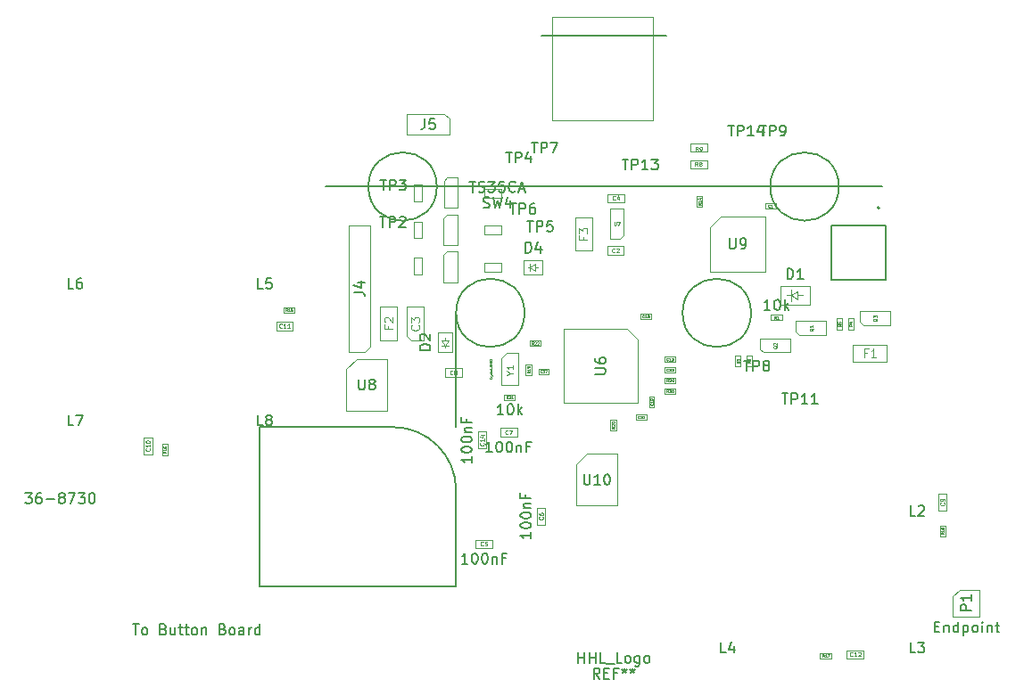
<source format=gbr>
G04 #@! TF.GenerationSoftware,KiCad,Pcbnew,7.0.2*
G04 #@! TF.CreationDate,2023-07-29T11:35:43-07:00*
G04 #@! TF.ProjectId,procon_gcc_main_pcb,70726f63-6f6e-45f6-9763-635f6d61696e,1*
G04 #@! TF.SameCoordinates,Original*
G04 #@! TF.FileFunction,AssemblyDrawing,Top*
%FSLAX46Y46*%
G04 Gerber Fmt 4.6, Leading zero omitted, Abs format (unit mm)*
G04 Created by KiCad (PCBNEW 7.0.2) date 2023-07-29 11:35:43*
%MOMM*%
%LPD*%
G01*
G04 APERTURE LIST*
%ADD10C,0.200000*%
%ADD11C,0.150000*%
%ADD12C,0.040000*%
%ADD13C,0.060000*%
%ADD14C,0.120000*%
%ADD15C,0.050000*%
%ADD16C,0.030000*%
%ADD17C,0.080000*%
%ADD18C,0.100000*%
%ADD19C,0.127000*%
G04 APERTURE END LIST*
D10*
X105912500Y-129100000D02*
X105912500Y-144250000D01*
X124562500Y-135100000D02*
G75*
G03*
X118562500Y-129100000I-6000000J0D01*
G01*
X164987500Y-106250000D02*
X112137500Y-106250000D01*
X122737500Y-106250000D02*
G75*
G03*
X122737500Y-106250000I-3250000J0D01*
G01*
X124562500Y-144250000D02*
X124562500Y-135100000D01*
X118562500Y-129100000D02*
X105912500Y-129100000D01*
X144487500Y-91948000D02*
X132637500Y-91948000D01*
X160887500Y-106250000D02*
G75*
G03*
X160887500Y-106250000I-3250000J0D01*
G01*
X131062500Y-118250000D02*
G75*
G03*
X131062500Y-118250000I-3250000J0D01*
G01*
X124562500Y-118250000D02*
X124562500Y-129100000D01*
X105912500Y-144250000D02*
X124562500Y-144250000D01*
X152562500Y-118250000D02*
G75*
G03*
X152562500Y-118250000I-3250000J0D01*
G01*
D11*
X125840662Y-105773619D02*
X126412090Y-105773619D01*
X126126376Y-106773619D02*
X126126376Y-105773619D01*
X126697805Y-106726000D02*
X126840662Y-106773619D01*
X126840662Y-106773619D02*
X127078757Y-106773619D01*
X127078757Y-106773619D02*
X127173995Y-106726000D01*
X127173995Y-106726000D02*
X127221614Y-106678380D01*
X127221614Y-106678380D02*
X127269233Y-106583142D01*
X127269233Y-106583142D02*
X127269233Y-106487904D01*
X127269233Y-106487904D02*
X127221614Y-106392666D01*
X127221614Y-106392666D02*
X127173995Y-106345047D01*
X127173995Y-106345047D02*
X127078757Y-106297428D01*
X127078757Y-106297428D02*
X126888281Y-106249809D01*
X126888281Y-106249809D02*
X126793043Y-106202190D01*
X126793043Y-106202190D02*
X126745424Y-106154571D01*
X126745424Y-106154571D02*
X126697805Y-106059333D01*
X126697805Y-106059333D02*
X126697805Y-105964095D01*
X126697805Y-105964095D02*
X126745424Y-105868857D01*
X126745424Y-105868857D02*
X126793043Y-105821238D01*
X126793043Y-105821238D02*
X126888281Y-105773619D01*
X126888281Y-105773619D02*
X127126376Y-105773619D01*
X127126376Y-105773619D02*
X127269233Y-105821238D01*
X127602567Y-105773619D02*
X128221614Y-105773619D01*
X128221614Y-105773619D02*
X127888281Y-106154571D01*
X127888281Y-106154571D02*
X128031138Y-106154571D01*
X128031138Y-106154571D02*
X128126376Y-106202190D01*
X128126376Y-106202190D02*
X128173995Y-106249809D01*
X128173995Y-106249809D02*
X128221614Y-106345047D01*
X128221614Y-106345047D02*
X128221614Y-106583142D01*
X128221614Y-106583142D02*
X128173995Y-106678380D01*
X128173995Y-106678380D02*
X128126376Y-106726000D01*
X128126376Y-106726000D02*
X128031138Y-106773619D01*
X128031138Y-106773619D02*
X127745424Y-106773619D01*
X127745424Y-106773619D02*
X127650186Y-106726000D01*
X127650186Y-106726000D02*
X127602567Y-106678380D01*
X129126376Y-105773619D02*
X128650186Y-105773619D01*
X128650186Y-105773619D02*
X128602567Y-106249809D01*
X128602567Y-106249809D02*
X128650186Y-106202190D01*
X128650186Y-106202190D02*
X128745424Y-106154571D01*
X128745424Y-106154571D02*
X128983519Y-106154571D01*
X128983519Y-106154571D02*
X129078757Y-106202190D01*
X129078757Y-106202190D02*
X129126376Y-106249809D01*
X129126376Y-106249809D02*
X129173995Y-106345047D01*
X129173995Y-106345047D02*
X129173995Y-106583142D01*
X129173995Y-106583142D02*
X129126376Y-106678380D01*
X129126376Y-106678380D02*
X129078757Y-106726000D01*
X129078757Y-106726000D02*
X128983519Y-106773619D01*
X128983519Y-106773619D02*
X128745424Y-106773619D01*
X128745424Y-106773619D02*
X128650186Y-106726000D01*
X128650186Y-106726000D02*
X128602567Y-106678380D01*
X130173995Y-106678380D02*
X130126376Y-106726000D01*
X130126376Y-106726000D02*
X129983519Y-106773619D01*
X129983519Y-106773619D02*
X129888281Y-106773619D01*
X129888281Y-106773619D02*
X129745424Y-106726000D01*
X129745424Y-106726000D02*
X129650186Y-106630761D01*
X129650186Y-106630761D02*
X129602567Y-106535523D01*
X129602567Y-106535523D02*
X129554948Y-106345047D01*
X129554948Y-106345047D02*
X129554948Y-106202190D01*
X129554948Y-106202190D02*
X129602567Y-106011714D01*
X129602567Y-106011714D02*
X129650186Y-105916476D01*
X129650186Y-105916476D02*
X129745424Y-105821238D01*
X129745424Y-105821238D02*
X129888281Y-105773619D01*
X129888281Y-105773619D02*
X129983519Y-105773619D01*
X129983519Y-105773619D02*
X130126376Y-105821238D01*
X130126376Y-105821238D02*
X130173995Y-105868857D01*
X130554948Y-106487904D02*
X131031138Y-106487904D01*
X130459710Y-106773619D02*
X130793043Y-105773619D01*
X130793043Y-105773619D02*
X131126376Y-106773619D01*
X127150186Y-108226000D02*
X127293043Y-108273619D01*
X127293043Y-108273619D02*
X127531138Y-108273619D01*
X127531138Y-108273619D02*
X127626376Y-108226000D01*
X127626376Y-108226000D02*
X127673995Y-108178380D01*
X127673995Y-108178380D02*
X127721614Y-108083142D01*
X127721614Y-108083142D02*
X127721614Y-107987904D01*
X127721614Y-107987904D02*
X127673995Y-107892666D01*
X127673995Y-107892666D02*
X127626376Y-107845047D01*
X127626376Y-107845047D02*
X127531138Y-107797428D01*
X127531138Y-107797428D02*
X127340662Y-107749809D01*
X127340662Y-107749809D02*
X127245424Y-107702190D01*
X127245424Y-107702190D02*
X127197805Y-107654571D01*
X127197805Y-107654571D02*
X127150186Y-107559333D01*
X127150186Y-107559333D02*
X127150186Y-107464095D01*
X127150186Y-107464095D02*
X127197805Y-107368857D01*
X127197805Y-107368857D02*
X127245424Y-107321238D01*
X127245424Y-107321238D02*
X127340662Y-107273619D01*
X127340662Y-107273619D02*
X127578757Y-107273619D01*
X127578757Y-107273619D02*
X127721614Y-107321238D01*
X128054948Y-107273619D02*
X128293043Y-108273619D01*
X128293043Y-108273619D02*
X128483519Y-107559333D01*
X128483519Y-107559333D02*
X128673995Y-108273619D01*
X128673995Y-108273619D02*
X128912091Y-107273619D01*
X129721614Y-107606952D02*
X129721614Y-108273619D01*
X129483519Y-107226000D02*
X129245424Y-107940285D01*
X129245424Y-107940285D02*
X129864471Y-107940285D01*
D12*
X152513040Y-122867644D02*
X152389231Y-122954311D01*
X152513040Y-123016216D02*
X152253040Y-123016216D01*
X152253040Y-123016216D02*
X152253040Y-122917168D01*
X152253040Y-122917168D02*
X152265421Y-122892406D01*
X152265421Y-122892406D02*
X152277802Y-122880025D01*
X152277802Y-122880025D02*
X152302564Y-122867644D01*
X152302564Y-122867644D02*
X152339707Y-122867644D01*
X152339707Y-122867644D02*
X152364469Y-122880025D01*
X152364469Y-122880025D02*
X152376850Y-122892406D01*
X152376850Y-122892406D02*
X152389231Y-122917168D01*
X152389231Y-122917168D02*
X152389231Y-123016216D01*
X152277802Y-122768597D02*
X152265421Y-122756216D01*
X152265421Y-122756216D02*
X152253040Y-122731454D01*
X152253040Y-122731454D02*
X152253040Y-122669549D01*
X152253040Y-122669549D02*
X152265421Y-122644787D01*
X152265421Y-122644787D02*
X152277802Y-122632406D01*
X152277802Y-122632406D02*
X152302564Y-122620025D01*
X152302564Y-122620025D02*
X152327326Y-122620025D01*
X152327326Y-122620025D02*
X152364469Y-122632406D01*
X152364469Y-122632406D02*
X152513040Y-122780978D01*
X152513040Y-122780978D02*
X152513040Y-122620025D01*
D11*
X169983595Y-148072983D02*
X170316928Y-148072983D01*
X170459785Y-148596793D02*
X169983595Y-148596793D01*
X169983595Y-148596793D02*
X169983595Y-147596793D01*
X169983595Y-147596793D02*
X170459785Y-147596793D01*
X170888357Y-147930126D02*
X170888357Y-148596793D01*
X170888357Y-148025364D02*
X170935976Y-147977745D01*
X170935976Y-147977745D02*
X171031214Y-147930126D01*
X171031214Y-147930126D02*
X171174071Y-147930126D01*
X171174071Y-147930126D02*
X171269309Y-147977745D01*
X171269309Y-147977745D02*
X171316928Y-148072983D01*
X171316928Y-148072983D02*
X171316928Y-148596793D01*
X172221690Y-148596793D02*
X172221690Y-147596793D01*
X172221690Y-148549174D02*
X172126452Y-148596793D01*
X172126452Y-148596793D02*
X171935976Y-148596793D01*
X171935976Y-148596793D02*
X171840738Y-148549174D01*
X171840738Y-148549174D02*
X171793119Y-148501554D01*
X171793119Y-148501554D02*
X171745500Y-148406316D01*
X171745500Y-148406316D02*
X171745500Y-148120602D01*
X171745500Y-148120602D02*
X171793119Y-148025364D01*
X171793119Y-148025364D02*
X171840738Y-147977745D01*
X171840738Y-147977745D02*
X171935976Y-147930126D01*
X171935976Y-147930126D02*
X172126452Y-147930126D01*
X172126452Y-147930126D02*
X172221690Y-147977745D01*
X172697881Y-147930126D02*
X172697881Y-148930126D01*
X172697881Y-147977745D02*
X172793119Y-147930126D01*
X172793119Y-147930126D02*
X172983595Y-147930126D01*
X172983595Y-147930126D02*
X173078833Y-147977745D01*
X173078833Y-147977745D02*
X173126452Y-148025364D01*
X173126452Y-148025364D02*
X173174071Y-148120602D01*
X173174071Y-148120602D02*
X173174071Y-148406316D01*
X173174071Y-148406316D02*
X173126452Y-148501554D01*
X173126452Y-148501554D02*
X173078833Y-148549174D01*
X173078833Y-148549174D02*
X172983595Y-148596793D01*
X172983595Y-148596793D02*
X172793119Y-148596793D01*
X172793119Y-148596793D02*
X172697881Y-148549174D01*
X173745500Y-148596793D02*
X173650262Y-148549174D01*
X173650262Y-148549174D02*
X173602643Y-148501554D01*
X173602643Y-148501554D02*
X173555024Y-148406316D01*
X173555024Y-148406316D02*
X173555024Y-148120602D01*
X173555024Y-148120602D02*
X173602643Y-148025364D01*
X173602643Y-148025364D02*
X173650262Y-147977745D01*
X173650262Y-147977745D02*
X173745500Y-147930126D01*
X173745500Y-147930126D02*
X173888357Y-147930126D01*
X173888357Y-147930126D02*
X173983595Y-147977745D01*
X173983595Y-147977745D02*
X174031214Y-148025364D01*
X174031214Y-148025364D02*
X174078833Y-148120602D01*
X174078833Y-148120602D02*
X174078833Y-148406316D01*
X174078833Y-148406316D02*
X174031214Y-148501554D01*
X174031214Y-148501554D02*
X173983595Y-148549174D01*
X173983595Y-148549174D02*
X173888357Y-148596793D01*
X173888357Y-148596793D02*
X173745500Y-148596793D01*
X174507405Y-148596793D02*
X174507405Y-147930126D01*
X174507405Y-147596793D02*
X174459786Y-147644412D01*
X174459786Y-147644412D02*
X174507405Y-147692031D01*
X174507405Y-147692031D02*
X174555024Y-147644412D01*
X174555024Y-147644412D02*
X174507405Y-147596793D01*
X174507405Y-147596793D02*
X174507405Y-147692031D01*
X174983595Y-147930126D02*
X174983595Y-148596793D01*
X174983595Y-148025364D02*
X175031214Y-147977745D01*
X175031214Y-147977745D02*
X175126452Y-147930126D01*
X175126452Y-147930126D02*
X175269309Y-147930126D01*
X175269309Y-147930126D02*
X175364547Y-147977745D01*
X175364547Y-147977745D02*
X175412166Y-148072983D01*
X175412166Y-148072983D02*
X175412166Y-148596793D01*
X175745500Y-147930126D02*
X176126452Y-147930126D01*
X175888357Y-147596793D02*
X175888357Y-148453935D01*
X175888357Y-148453935D02*
X175935976Y-148549174D01*
X175935976Y-148549174D02*
X176031214Y-148596793D01*
X176031214Y-148596793D02*
X176126452Y-148596793D01*
X173446214Y-146542268D02*
X172446214Y-146542268D01*
X172446214Y-146542268D02*
X172446214Y-146161316D01*
X172446214Y-146161316D02*
X172493833Y-146066078D01*
X172493833Y-146066078D02*
X172541452Y-146018459D01*
X172541452Y-146018459D02*
X172636690Y-145970840D01*
X172636690Y-145970840D02*
X172779547Y-145970840D01*
X172779547Y-145970840D02*
X172874785Y-146018459D01*
X172874785Y-146018459D02*
X172922404Y-146066078D01*
X172922404Y-146066078D02*
X172970023Y-146161316D01*
X172970023Y-146161316D02*
X172970023Y-146542268D01*
X173446214Y-145018459D02*
X173446214Y-145589887D01*
X173446214Y-145304173D02*
X172446214Y-145304173D01*
X172446214Y-145304173D02*
X172589071Y-145399411D01*
X172589071Y-145399411D02*
X172684309Y-145494649D01*
X172684309Y-145494649D02*
X172731928Y-145589887D01*
D12*
X144701235Y-124794364D02*
X144614568Y-124670555D01*
X144552663Y-124794364D02*
X144552663Y-124534364D01*
X144552663Y-124534364D02*
X144651711Y-124534364D01*
X144651711Y-124534364D02*
X144676473Y-124546745D01*
X144676473Y-124546745D02*
X144688854Y-124559126D01*
X144688854Y-124559126D02*
X144701235Y-124583888D01*
X144701235Y-124583888D02*
X144701235Y-124621031D01*
X144701235Y-124621031D02*
X144688854Y-124645793D01*
X144688854Y-124645793D02*
X144676473Y-124658174D01*
X144676473Y-124658174D02*
X144651711Y-124670555D01*
X144651711Y-124670555D02*
X144552663Y-124670555D01*
X144800282Y-124559126D02*
X144812663Y-124546745D01*
X144812663Y-124546745D02*
X144837425Y-124534364D01*
X144837425Y-124534364D02*
X144899330Y-124534364D01*
X144899330Y-124534364D02*
X144924092Y-124546745D01*
X144924092Y-124546745D02*
X144936473Y-124559126D01*
X144936473Y-124559126D02*
X144948854Y-124583888D01*
X144948854Y-124583888D02*
X144948854Y-124608650D01*
X144948854Y-124608650D02*
X144936473Y-124645793D01*
X144936473Y-124645793D02*
X144787901Y-124794364D01*
X144787901Y-124794364D02*
X144948854Y-124794364D01*
X145072663Y-124794364D02*
X145122187Y-124794364D01*
X145122187Y-124794364D02*
X145146949Y-124781984D01*
X145146949Y-124781984D02*
X145159330Y-124769603D01*
X145159330Y-124769603D02*
X145184092Y-124732460D01*
X145184092Y-124732460D02*
X145196473Y-124682936D01*
X145196473Y-124682936D02*
X145196473Y-124583888D01*
X145196473Y-124583888D02*
X145184092Y-124559126D01*
X145184092Y-124559126D02*
X145171711Y-124546745D01*
X145171711Y-124546745D02*
X145146949Y-124534364D01*
X145146949Y-124534364D02*
X145097425Y-124534364D01*
X145097425Y-124534364D02*
X145072663Y-124546745D01*
X145072663Y-124546745D02*
X145060282Y-124559126D01*
X145060282Y-124559126D02*
X145047901Y-124583888D01*
X145047901Y-124583888D02*
X145047901Y-124645793D01*
X145047901Y-124645793D02*
X145060282Y-124670555D01*
X145060282Y-124670555D02*
X145072663Y-124682936D01*
X145072663Y-124682936D02*
X145097425Y-124695317D01*
X145097425Y-124695317D02*
X145146949Y-124695317D01*
X145146949Y-124695317D02*
X145171711Y-124682936D01*
X145171711Y-124682936D02*
X145184092Y-124670555D01*
X145184092Y-124670555D02*
X145196473Y-124645793D01*
D11*
X168169533Y-137540619D02*
X167693343Y-137540619D01*
X167693343Y-137540619D02*
X167693343Y-136540619D01*
X168455248Y-136635857D02*
X168502867Y-136588238D01*
X168502867Y-136588238D02*
X168598105Y-136540619D01*
X168598105Y-136540619D02*
X168836200Y-136540619D01*
X168836200Y-136540619D02*
X168931438Y-136588238D01*
X168931438Y-136588238D02*
X168979057Y-136635857D01*
X168979057Y-136635857D02*
X169026676Y-136731095D01*
X169026676Y-136731095D02*
X169026676Y-136826333D01*
X169026676Y-136826333D02*
X168979057Y-136969190D01*
X168979057Y-136969190D02*
X168407629Y-137540619D01*
X168407629Y-137540619D02*
X169026676Y-137540619D01*
X155997404Y-115037405D02*
X155997404Y-114037405D01*
X155997404Y-114037405D02*
X156235499Y-114037405D01*
X156235499Y-114037405D02*
X156378356Y-114085024D01*
X156378356Y-114085024D02*
X156473594Y-114180262D01*
X156473594Y-114180262D02*
X156521213Y-114275500D01*
X156521213Y-114275500D02*
X156568832Y-114465976D01*
X156568832Y-114465976D02*
X156568832Y-114608833D01*
X156568832Y-114608833D02*
X156521213Y-114799309D01*
X156521213Y-114799309D02*
X156473594Y-114894547D01*
X156473594Y-114894547D02*
X156378356Y-114989786D01*
X156378356Y-114989786D02*
X156235499Y-115037405D01*
X156235499Y-115037405D02*
X155997404Y-115037405D01*
X157521213Y-115037405D02*
X156949785Y-115037405D01*
X157235499Y-115037405D02*
X157235499Y-114037405D01*
X157235499Y-114037405D02*
X157140261Y-114180262D01*
X157140261Y-114180262D02*
X157045023Y-114275500D01*
X157045023Y-114275500D02*
X156949785Y-114323119D01*
X131671607Y-139101523D02*
X131671607Y-139672951D01*
X131671607Y-139387237D02*
X130671607Y-139387237D01*
X130671607Y-139387237D02*
X130814464Y-139482475D01*
X130814464Y-139482475D02*
X130909702Y-139577713D01*
X130909702Y-139577713D02*
X130957321Y-139672951D01*
X130671607Y-138482475D02*
X130671607Y-138387237D01*
X130671607Y-138387237D02*
X130719226Y-138291999D01*
X130719226Y-138291999D02*
X130766845Y-138244380D01*
X130766845Y-138244380D02*
X130862083Y-138196761D01*
X130862083Y-138196761D02*
X131052559Y-138149142D01*
X131052559Y-138149142D02*
X131290654Y-138149142D01*
X131290654Y-138149142D02*
X131481130Y-138196761D01*
X131481130Y-138196761D02*
X131576368Y-138244380D01*
X131576368Y-138244380D02*
X131623988Y-138291999D01*
X131623988Y-138291999D02*
X131671607Y-138387237D01*
X131671607Y-138387237D02*
X131671607Y-138482475D01*
X131671607Y-138482475D02*
X131623988Y-138577713D01*
X131623988Y-138577713D02*
X131576368Y-138625332D01*
X131576368Y-138625332D02*
X131481130Y-138672951D01*
X131481130Y-138672951D02*
X131290654Y-138720570D01*
X131290654Y-138720570D02*
X131052559Y-138720570D01*
X131052559Y-138720570D02*
X130862083Y-138672951D01*
X130862083Y-138672951D02*
X130766845Y-138625332D01*
X130766845Y-138625332D02*
X130719226Y-138577713D01*
X130719226Y-138577713D02*
X130671607Y-138482475D01*
X130671607Y-137530094D02*
X130671607Y-137434856D01*
X130671607Y-137434856D02*
X130719226Y-137339618D01*
X130719226Y-137339618D02*
X130766845Y-137291999D01*
X130766845Y-137291999D02*
X130862083Y-137244380D01*
X130862083Y-137244380D02*
X131052559Y-137196761D01*
X131052559Y-137196761D02*
X131290654Y-137196761D01*
X131290654Y-137196761D02*
X131481130Y-137244380D01*
X131481130Y-137244380D02*
X131576368Y-137291999D01*
X131576368Y-137291999D02*
X131623988Y-137339618D01*
X131623988Y-137339618D02*
X131671607Y-137434856D01*
X131671607Y-137434856D02*
X131671607Y-137530094D01*
X131671607Y-137530094D02*
X131623988Y-137625332D01*
X131623988Y-137625332D02*
X131576368Y-137672951D01*
X131576368Y-137672951D02*
X131481130Y-137720570D01*
X131481130Y-137720570D02*
X131290654Y-137768189D01*
X131290654Y-137768189D02*
X131052559Y-137768189D01*
X131052559Y-137768189D02*
X130862083Y-137720570D01*
X130862083Y-137720570D02*
X130766845Y-137672951D01*
X130766845Y-137672951D02*
X130719226Y-137625332D01*
X130719226Y-137625332D02*
X130671607Y-137530094D01*
X131004940Y-136768189D02*
X131671607Y-136768189D01*
X131100178Y-136768189D02*
X131052559Y-136720570D01*
X131052559Y-136720570D02*
X131004940Y-136625332D01*
X131004940Y-136625332D02*
X131004940Y-136482475D01*
X131004940Y-136482475D02*
X131052559Y-136387237D01*
X131052559Y-136387237D02*
X131147797Y-136339618D01*
X131147797Y-136339618D02*
X131671607Y-136339618D01*
X131147797Y-135530094D02*
X131147797Y-135863427D01*
X131671607Y-135863427D02*
X130671607Y-135863427D01*
X130671607Y-135863427D02*
X130671607Y-135387237D01*
D13*
X132785940Y-137620570D02*
X132804988Y-137639618D01*
X132804988Y-137639618D02*
X132824035Y-137696760D01*
X132824035Y-137696760D02*
X132824035Y-137734856D01*
X132824035Y-137734856D02*
X132804988Y-137791999D01*
X132804988Y-137791999D02*
X132766892Y-137830094D01*
X132766892Y-137830094D02*
X132728797Y-137849141D01*
X132728797Y-137849141D02*
X132652607Y-137868189D01*
X132652607Y-137868189D02*
X132595464Y-137868189D01*
X132595464Y-137868189D02*
X132519273Y-137849141D01*
X132519273Y-137849141D02*
X132481178Y-137830094D01*
X132481178Y-137830094D02*
X132443083Y-137791999D01*
X132443083Y-137791999D02*
X132424035Y-137734856D01*
X132424035Y-137734856D02*
X132424035Y-137696760D01*
X132424035Y-137696760D02*
X132443083Y-137639618D01*
X132443083Y-137639618D02*
X132462130Y-137620570D01*
X132424035Y-137277713D02*
X132424035Y-137353903D01*
X132424035Y-137353903D02*
X132443083Y-137391999D01*
X132443083Y-137391999D02*
X132462130Y-137411046D01*
X132462130Y-137411046D02*
X132519273Y-137449141D01*
X132519273Y-137449141D02*
X132595464Y-137468189D01*
X132595464Y-137468189D02*
X132747845Y-137468189D01*
X132747845Y-137468189D02*
X132785940Y-137449141D01*
X132785940Y-137449141D02*
X132804988Y-137430094D01*
X132804988Y-137430094D02*
X132824035Y-137391999D01*
X132824035Y-137391999D02*
X132824035Y-137315808D01*
X132824035Y-137315808D02*
X132804988Y-137277713D01*
X132804988Y-137277713D02*
X132785940Y-137258665D01*
X132785940Y-137258665D02*
X132747845Y-137239618D01*
X132747845Y-137239618D02*
X132652607Y-137239618D01*
X132652607Y-137239618D02*
X132614511Y-137258665D01*
X132614511Y-137258665D02*
X132595464Y-137277713D01*
X132595464Y-137277713D02*
X132576416Y-137315808D01*
X132576416Y-137315808D02*
X132576416Y-137391999D01*
X132576416Y-137391999D02*
X132595464Y-137430094D01*
X132595464Y-137430094D02*
X132614511Y-137449141D01*
X132614511Y-137449141D02*
X132652607Y-137468189D01*
D12*
X162141597Y-119337712D02*
X162017788Y-119424379D01*
X162141597Y-119486284D02*
X161881597Y-119486284D01*
X161881597Y-119486284D02*
X161881597Y-119387236D01*
X161881597Y-119387236D02*
X161893978Y-119362474D01*
X161893978Y-119362474D02*
X161906359Y-119350093D01*
X161906359Y-119350093D02*
X161931121Y-119337712D01*
X161931121Y-119337712D02*
X161968264Y-119337712D01*
X161968264Y-119337712D02*
X161993026Y-119350093D01*
X161993026Y-119350093D02*
X162005407Y-119362474D01*
X162005407Y-119362474D02*
X162017788Y-119387236D01*
X162017788Y-119387236D02*
X162017788Y-119486284D01*
X161968264Y-119114855D02*
X162141597Y-119114855D01*
X161869217Y-119176760D02*
X162054931Y-119238665D01*
X162054931Y-119238665D02*
X162054931Y-119077712D01*
D11*
X150382410Y-100428619D02*
X150953838Y-100428619D01*
X150668124Y-101428619D02*
X150668124Y-100428619D01*
X151287172Y-101428619D02*
X151287172Y-100428619D01*
X151287172Y-100428619D02*
X151668124Y-100428619D01*
X151668124Y-100428619D02*
X151763362Y-100476238D01*
X151763362Y-100476238D02*
X151810981Y-100523857D01*
X151810981Y-100523857D02*
X151858600Y-100619095D01*
X151858600Y-100619095D02*
X151858600Y-100761952D01*
X151858600Y-100761952D02*
X151810981Y-100857190D01*
X151810981Y-100857190D02*
X151763362Y-100904809D01*
X151763362Y-100904809D02*
X151668124Y-100952428D01*
X151668124Y-100952428D02*
X151287172Y-100952428D01*
X152810981Y-101428619D02*
X152239553Y-101428619D01*
X152525267Y-101428619D02*
X152525267Y-100428619D01*
X152525267Y-100428619D02*
X152430029Y-100571476D01*
X152430029Y-100571476D02*
X152334791Y-100666714D01*
X152334791Y-100666714D02*
X152239553Y-100714333D01*
X153668124Y-100761952D02*
X153668124Y-101428619D01*
X153430029Y-100381000D02*
X153191934Y-101095285D01*
X153191934Y-101095285D02*
X153810981Y-101095285D01*
D12*
X170859903Y-139135619D02*
X170736094Y-139222286D01*
X170859903Y-139284191D02*
X170599903Y-139284191D01*
X170599903Y-139284191D02*
X170599903Y-139185143D01*
X170599903Y-139185143D02*
X170612284Y-139160381D01*
X170612284Y-139160381D02*
X170624665Y-139148000D01*
X170624665Y-139148000D02*
X170649427Y-139135619D01*
X170649427Y-139135619D02*
X170686570Y-139135619D01*
X170686570Y-139135619D02*
X170711332Y-139148000D01*
X170711332Y-139148000D02*
X170723713Y-139160381D01*
X170723713Y-139160381D02*
X170736094Y-139185143D01*
X170736094Y-139185143D02*
X170736094Y-139284191D01*
X170859903Y-138888000D02*
X170859903Y-139036572D01*
X170859903Y-138962286D02*
X170599903Y-138962286D01*
X170599903Y-138962286D02*
X170637046Y-138987048D01*
X170637046Y-138987048D02*
X170661808Y-139011810D01*
X170661808Y-139011810D02*
X170674189Y-139036572D01*
X170711332Y-138739429D02*
X170698951Y-138764191D01*
X170698951Y-138764191D02*
X170686570Y-138776572D01*
X170686570Y-138776572D02*
X170661808Y-138788953D01*
X170661808Y-138788953D02*
X170649427Y-138788953D01*
X170649427Y-138788953D02*
X170624665Y-138776572D01*
X170624665Y-138776572D02*
X170612284Y-138764191D01*
X170612284Y-138764191D02*
X170599903Y-138739429D01*
X170599903Y-138739429D02*
X170599903Y-138689905D01*
X170599903Y-138689905D02*
X170612284Y-138665143D01*
X170612284Y-138665143D02*
X170624665Y-138652762D01*
X170624665Y-138652762D02*
X170649427Y-138640381D01*
X170649427Y-138640381D02*
X170661808Y-138640381D01*
X170661808Y-138640381D02*
X170686570Y-138652762D01*
X170686570Y-138652762D02*
X170698951Y-138665143D01*
X170698951Y-138665143D02*
X170711332Y-138689905D01*
X170711332Y-138689905D02*
X170711332Y-138739429D01*
X170711332Y-138739429D02*
X170723713Y-138764191D01*
X170723713Y-138764191D02*
X170736094Y-138776572D01*
X170736094Y-138776572D02*
X170760856Y-138788953D01*
X170760856Y-138788953D02*
X170810380Y-138788953D01*
X170810380Y-138788953D02*
X170835142Y-138776572D01*
X170835142Y-138776572D02*
X170847523Y-138764191D01*
X170847523Y-138764191D02*
X170859903Y-138739429D01*
X170859903Y-138739429D02*
X170859903Y-138689905D01*
X170859903Y-138689905D02*
X170847523Y-138665143D01*
X170847523Y-138665143D02*
X170835142Y-138652762D01*
X170835142Y-138652762D02*
X170810380Y-138640381D01*
X170810380Y-138640381D02*
X170760856Y-138640381D01*
X170760856Y-138640381D02*
X170736094Y-138652762D01*
X170736094Y-138652762D02*
X170723713Y-138665143D01*
X170723713Y-138665143D02*
X170711332Y-138689905D01*
D11*
X140343444Y-103646495D02*
X140914872Y-103646495D01*
X140629158Y-104646495D02*
X140629158Y-103646495D01*
X141248206Y-104646495D02*
X141248206Y-103646495D01*
X141248206Y-103646495D02*
X141629158Y-103646495D01*
X141629158Y-103646495D02*
X141724396Y-103694114D01*
X141724396Y-103694114D02*
X141772015Y-103741733D01*
X141772015Y-103741733D02*
X141819634Y-103836971D01*
X141819634Y-103836971D02*
X141819634Y-103979828D01*
X141819634Y-103979828D02*
X141772015Y-104075066D01*
X141772015Y-104075066D02*
X141724396Y-104122685D01*
X141724396Y-104122685D02*
X141629158Y-104170304D01*
X141629158Y-104170304D02*
X141248206Y-104170304D01*
X142772015Y-104646495D02*
X142200587Y-104646495D01*
X142486301Y-104646495D02*
X142486301Y-103646495D01*
X142486301Y-103646495D02*
X142391063Y-103789352D01*
X142391063Y-103789352D02*
X142295825Y-103884590D01*
X142295825Y-103884590D02*
X142200587Y-103932209D01*
X143105349Y-103646495D02*
X143724396Y-103646495D01*
X143724396Y-103646495D02*
X143391063Y-104027447D01*
X143391063Y-104027447D02*
X143533920Y-104027447D01*
X143533920Y-104027447D02*
X143629158Y-104075066D01*
X143629158Y-104075066D02*
X143676777Y-104122685D01*
X143676777Y-104122685D02*
X143724396Y-104217923D01*
X143724396Y-104217923D02*
X143724396Y-104456018D01*
X143724396Y-104456018D02*
X143676777Y-104551256D01*
X143676777Y-104551256D02*
X143629158Y-104598876D01*
X143629158Y-104598876D02*
X143533920Y-104646495D01*
X143533920Y-104646495D02*
X143248206Y-104646495D01*
X143248206Y-104646495D02*
X143152968Y-104598876D01*
X143152968Y-104598876D02*
X143105349Y-104551256D01*
X115333489Y-124562903D02*
X115333489Y-125356237D01*
X115333489Y-125356237D02*
X115380156Y-125449570D01*
X115380156Y-125449570D02*
X115426822Y-125496237D01*
X115426822Y-125496237D02*
X115520156Y-125542903D01*
X115520156Y-125542903D02*
X115706822Y-125542903D01*
X115706822Y-125542903D02*
X115800156Y-125496237D01*
X115800156Y-125496237D02*
X115846822Y-125449570D01*
X115846822Y-125449570D02*
X115893489Y-125356237D01*
X115893489Y-125356237D02*
X115893489Y-124562903D01*
X116500156Y-124982903D02*
X116406823Y-124936237D01*
X116406823Y-124936237D02*
X116360156Y-124889570D01*
X116360156Y-124889570D02*
X116313489Y-124796237D01*
X116313489Y-124796237D02*
X116313489Y-124749570D01*
X116313489Y-124749570D02*
X116360156Y-124656237D01*
X116360156Y-124656237D02*
X116406823Y-124609570D01*
X116406823Y-124609570D02*
X116500156Y-124562903D01*
X116500156Y-124562903D02*
X116686823Y-124562903D01*
X116686823Y-124562903D02*
X116780156Y-124609570D01*
X116780156Y-124609570D02*
X116826823Y-124656237D01*
X116826823Y-124656237D02*
X116873489Y-124749570D01*
X116873489Y-124749570D02*
X116873489Y-124796237D01*
X116873489Y-124796237D02*
X116826823Y-124889570D01*
X116826823Y-124889570D02*
X116780156Y-124936237D01*
X116780156Y-124936237D02*
X116686823Y-124982903D01*
X116686823Y-124982903D02*
X116500156Y-124982903D01*
X116500156Y-124982903D02*
X116406823Y-125029570D01*
X116406823Y-125029570D02*
X116360156Y-125076237D01*
X116360156Y-125076237D02*
X116313489Y-125169570D01*
X116313489Y-125169570D02*
X116313489Y-125356237D01*
X116313489Y-125356237D02*
X116360156Y-125449570D01*
X116360156Y-125449570D02*
X116406823Y-125496237D01*
X116406823Y-125496237D02*
X116500156Y-125542903D01*
X116500156Y-125542903D02*
X116686823Y-125542903D01*
X116686823Y-125542903D02*
X116780156Y-125496237D01*
X116780156Y-125496237D02*
X116826823Y-125449570D01*
X116826823Y-125449570D02*
X116873489Y-125356237D01*
X116873489Y-125356237D02*
X116873489Y-125169570D01*
X116873489Y-125169570D02*
X116826823Y-125076237D01*
X116826823Y-125076237D02*
X116780156Y-125029570D01*
X116780156Y-125029570D02*
X116686823Y-124982903D01*
D13*
X95464409Y-131137533D02*
X95483457Y-131156581D01*
X95483457Y-131156581D02*
X95502504Y-131213723D01*
X95502504Y-131213723D02*
X95502504Y-131251819D01*
X95502504Y-131251819D02*
X95483457Y-131308962D01*
X95483457Y-131308962D02*
X95445361Y-131347057D01*
X95445361Y-131347057D02*
X95407266Y-131366104D01*
X95407266Y-131366104D02*
X95331076Y-131385152D01*
X95331076Y-131385152D02*
X95273933Y-131385152D01*
X95273933Y-131385152D02*
X95197742Y-131366104D01*
X95197742Y-131366104D02*
X95159647Y-131347057D01*
X95159647Y-131347057D02*
X95121552Y-131308962D01*
X95121552Y-131308962D02*
X95102504Y-131251819D01*
X95102504Y-131251819D02*
X95102504Y-131213723D01*
X95102504Y-131213723D02*
X95121552Y-131156581D01*
X95121552Y-131156581D02*
X95140599Y-131137533D01*
X95502504Y-130756581D02*
X95502504Y-130985152D01*
X95502504Y-130870866D02*
X95102504Y-130870866D01*
X95102504Y-130870866D02*
X95159647Y-130908962D01*
X95159647Y-130908962D02*
X95197742Y-130947057D01*
X95197742Y-130947057D02*
X95216790Y-130985152D01*
X95102504Y-130508962D02*
X95102504Y-130470867D01*
X95102504Y-130470867D02*
X95121552Y-130432771D01*
X95121552Y-130432771D02*
X95140599Y-130413724D01*
X95140599Y-130413724D02*
X95178695Y-130394676D01*
X95178695Y-130394676D02*
X95254885Y-130375629D01*
X95254885Y-130375629D02*
X95350123Y-130375629D01*
X95350123Y-130375629D02*
X95426314Y-130394676D01*
X95426314Y-130394676D02*
X95464409Y-130413724D01*
X95464409Y-130413724D02*
X95483457Y-130432771D01*
X95483457Y-130432771D02*
X95502504Y-130470867D01*
X95502504Y-130470867D02*
X95502504Y-130508962D01*
X95502504Y-130508962D02*
X95483457Y-130547057D01*
X95483457Y-130547057D02*
X95464409Y-130566105D01*
X95464409Y-130566105D02*
X95426314Y-130585152D01*
X95426314Y-130585152D02*
X95350123Y-130604200D01*
X95350123Y-130604200D02*
X95254885Y-130604200D01*
X95254885Y-130604200D02*
X95178695Y-130585152D01*
X95178695Y-130585152D02*
X95140599Y-130566105D01*
X95140599Y-130566105D02*
X95121552Y-130547057D01*
X95121552Y-130547057D02*
X95102504Y-130508962D01*
D11*
X114862619Y-116283333D02*
X115576904Y-116283333D01*
X115576904Y-116283333D02*
X115719761Y-116330952D01*
X115719761Y-116330952D02*
X115815000Y-116426190D01*
X115815000Y-116426190D02*
X115862619Y-116569047D01*
X115862619Y-116569047D02*
X115862619Y-116664285D01*
X115195952Y-115378571D02*
X115862619Y-115378571D01*
X114815000Y-115616666D02*
X115529285Y-115854761D01*
X115529285Y-115854761D02*
X115529285Y-115235714D01*
D12*
X131912857Y-121251698D02*
X131826190Y-121127889D01*
X131764285Y-121251698D02*
X131764285Y-120991698D01*
X131764285Y-120991698D02*
X131863333Y-120991698D01*
X131863333Y-120991698D02*
X131888095Y-121004079D01*
X131888095Y-121004079D02*
X131900476Y-121016460D01*
X131900476Y-121016460D02*
X131912857Y-121041222D01*
X131912857Y-121041222D02*
X131912857Y-121078365D01*
X131912857Y-121078365D02*
X131900476Y-121103127D01*
X131900476Y-121103127D02*
X131888095Y-121115508D01*
X131888095Y-121115508D02*
X131863333Y-121127889D01*
X131863333Y-121127889D02*
X131764285Y-121127889D01*
X132011904Y-121016460D02*
X132024285Y-121004079D01*
X132024285Y-121004079D02*
X132049047Y-120991698D01*
X132049047Y-120991698D02*
X132110952Y-120991698D01*
X132110952Y-120991698D02*
X132135714Y-121004079D01*
X132135714Y-121004079D02*
X132148095Y-121016460D01*
X132148095Y-121016460D02*
X132160476Y-121041222D01*
X132160476Y-121041222D02*
X132160476Y-121065984D01*
X132160476Y-121065984D02*
X132148095Y-121103127D01*
X132148095Y-121103127D02*
X131999523Y-121251698D01*
X131999523Y-121251698D02*
X132160476Y-121251698D01*
X132259523Y-121016460D02*
X132271904Y-121004079D01*
X132271904Y-121004079D02*
X132296666Y-120991698D01*
X132296666Y-120991698D02*
X132358571Y-120991698D01*
X132358571Y-120991698D02*
X132383333Y-121004079D01*
X132383333Y-121004079D02*
X132395714Y-121016460D01*
X132395714Y-121016460D02*
X132408095Y-121041222D01*
X132408095Y-121041222D02*
X132408095Y-121065984D01*
X132408095Y-121065984D02*
X132395714Y-121103127D01*
X132395714Y-121103127D02*
X132247142Y-121251698D01*
X132247142Y-121251698D02*
X132408095Y-121251698D01*
D13*
X162192861Y-150845709D02*
X162173813Y-150864757D01*
X162173813Y-150864757D02*
X162116671Y-150883804D01*
X162116671Y-150883804D02*
X162078575Y-150883804D01*
X162078575Y-150883804D02*
X162021432Y-150864757D01*
X162021432Y-150864757D02*
X161983337Y-150826661D01*
X161983337Y-150826661D02*
X161964290Y-150788566D01*
X161964290Y-150788566D02*
X161945242Y-150712376D01*
X161945242Y-150712376D02*
X161945242Y-150655233D01*
X161945242Y-150655233D02*
X161964290Y-150579042D01*
X161964290Y-150579042D02*
X161983337Y-150540947D01*
X161983337Y-150540947D02*
X162021432Y-150502852D01*
X162021432Y-150502852D02*
X162078575Y-150483804D01*
X162078575Y-150483804D02*
X162116671Y-150483804D01*
X162116671Y-150483804D02*
X162173813Y-150502852D01*
X162173813Y-150502852D02*
X162192861Y-150521899D01*
X162573813Y-150883804D02*
X162345242Y-150883804D01*
X162459528Y-150883804D02*
X162459528Y-150483804D01*
X162459528Y-150483804D02*
X162421432Y-150540947D01*
X162421432Y-150540947D02*
X162383337Y-150579042D01*
X162383337Y-150579042D02*
X162345242Y-150598090D01*
X162726194Y-150521899D02*
X162745242Y-150502852D01*
X162745242Y-150502852D02*
X162783337Y-150483804D01*
X162783337Y-150483804D02*
X162878575Y-150483804D01*
X162878575Y-150483804D02*
X162916670Y-150502852D01*
X162916670Y-150502852D02*
X162935718Y-150521899D01*
X162935718Y-150521899D02*
X162954765Y-150559995D01*
X162954765Y-150559995D02*
X162954765Y-150598090D01*
X162954765Y-150598090D02*
X162935718Y-150655233D01*
X162935718Y-150655233D02*
X162707146Y-150883804D01*
X162707146Y-150883804D02*
X162954765Y-150883804D01*
D11*
X88226333Y-128951219D02*
X87750143Y-128951219D01*
X87750143Y-128951219D02*
X87750143Y-127951219D01*
X88464429Y-127951219D02*
X89131095Y-127951219D01*
X89131095Y-127951219D02*
X88702524Y-128951219D01*
D14*
X136603047Y-111010666D02*
X136603047Y-111277332D01*
X137022095Y-111277332D02*
X136222095Y-111277332D01*
X136222095Y-111277332D02*
X136222095Y-110896380D01*
X136222095Y-110667809D02*
X136222095Y-110172571D01*
X136222095Y-110172571D02*
X136526857Y-110439237D01*
X136526857Y-110439237D02*
X136526857Y-110324952D01*
X136526857Y-110324952D02*
X136564952Y-110248761D01*
X136564952Y-110248761D02*
X136603047Y-110210666D01*
X136603047Y-110210666D02*
X136679238Y-110172571D01*
X136679238Y-110172571D02*
X136869714Y-110172571D01*
X136869714Y-110172571D02*
X136945904Y-110210666D01*
X136945904Y-110210666D02*
X136984000Y-110248761D01*
X136984000Y-110248761D02*
X137022095Y-110324952D01*
X137022095Y-110324952D02*
X137022095Y-110553523D01*
X137022095Y-110553523D02*
X136984000Y-110629714D01*
X136984000Y-110629714D02*
X136945904Y-110667809D01*
D15*
X164532487Y-118797869D02*
X164517249Y-118828345D01*
X164517249Y-118828345D02*
X164486773Y-118858821D01*
X164486773Y-118858821D02*
X164441058Y-118904535D01*
X164441058Y-118904535D02*
X164425820Y-118935012D01*
X164425820Y-118935012D02*
X164425820Y-118965488D01*
X164502011Y-118950250D02*
X164486773Y-118980726D01*
X164486773Y-118980726D02*
X164456296Y-119011202D01*
X164456296Y-119011202D02*
X164395344Y-119026440D01*
X164395344Y-119026440D02*
X164288677Y-119026440D01*
X164288677Y-119026440D02*
X164227725Y-119011202D01*
X164227725Y-119011202D02*
X164197249Y-118980726D01*
X164197249Y-118980726D02*
X164182011Y-118950250D01*
X164182011Y-118950250D02*
X164182011Y-118889297D01*
X164182011Y-118889297D02*
X164197249Y-118858821D01*
X164197249Y-118858821D02*
X164227725Y-118828345D01*
X164227725Y-118828345D02*
X164288677Y-118813107D01*
X164288677Y-118813107D02*
X164395344Y-118813107D01*
X164395344Y-118813107D02*
X164456296Y-118828345D01*
X164456296Y-118828345D02*
X164486773Y-118858821D01*
X164486773Y-118858821D02*
X164502011Y-118889297D01*
X164502011Y-118889297D02*
X164502011Y-118950250D01*
X164182011Y-118706440D02*
X164182011Y-118508345D01*
X164182011Y-118508345D02*
X164303915Y-118615012D01*
X164303915Y-118615012D02*
X164303915Y-118569297D01*
X164303915Y-118569297D02*
X164319153Y-118538821D01*
X164319153Y-118538821D02*
X164334392Y-118523583D01*
X164334392Y-118523583D02*
X164364868Y-118508345D01*
X164364868Y-118508345D02*
X164441058Y-118508345D01*
X164441058Y-118508345D02*
X164471534Y-118523583D01*
X164471534Y-118523583D02*
X164486773Y-118538821D01*
X164486773Y-118538821D02*
X164502011Y-118569297D01*
X164502011Y-118569297D02*
X164502011Y-118660726D01*
X164502011Y-118660726D02*
X164486773Y-118691202D01*
X164486773Y-118691202D02*
X164471534Y-118706440D01*
D12*
X154347298Y-108190920D02*
X154335394Y-108202825D01*
X154335394Y-108202825D02*
X154299679Y-108214729D01*
X154299679Y-108214729D02*
X154275870Y-108214729D01*
X154275870Y-108214729D02*
X154240156Y-108202825D01*
X154240156Y-108202825D02*
X154216346Y-108179015D01*
X154216346Y-108179015D02*
X154204441Y-108155205D01*
X154204441Y-108155205D02*
X154192537Y-108107586D01*
X154192537Y-108107586D02*
X154192537Y-108071872D01*
X154192537Y-108071872D02*
X154204441Y-108024253D01*
X154204441Y-108024253D02*
X154216346Y-108000444D01*
X154216346Y-108000444D02*
X154240156Y-107976634D01*
X154240156Y-107976634D02*
X154275870Y-107964729D01*
X154275870Y-107964729D02*
X154299679Y-107964729D01*
X154299679Y-107964729D02*
X154335394Y-107976634D01*
X154335394Y-107976634D02*
X154347298Y-107988539D01*
X154585394Y-108214729D02*
X154442537Y-108214729D01*
X154513965Y-108214729D02*
X154513965Y-107964729D01*
X154513965Y-107964729D02*
X154490156Y-108000444D01*
X154490156Y-108000444D02*
X154466346Y-108024253D01*
X154466346Y-108024253D02*
X154442537Y-108036158D01*
D11*
X137762619Y-124061904D02*
X138572142Y-124061904D01*
X138572142Y-124061904D02*
X138667380Y-124014285D01*
X138667380Y-124014285D02*
X138715000Y-123966666D01*
X138715000Y-123966666D02*
X138762619Y-123871428D01*
X138762619Y-123871428D02*
X138762619Y-123680952D01*
X138762619Y-123680952D02*
X138715000Y-123585714D01*
X138715000Y-123585714D02*
X138667380Y-123538095D01*
X138667380Y-123538095D02*
X138572142Y-123490476D01*
X138572142Y-123490476D02*
X137762619Y-123490476D01*
X137762619Y-122585714D02*
X137762619Y-122776190D01*
X137762619Y-122776190D02*
X137810238Y-122871428D01*
X137810238Y-122871428D02*
X137857857Y-122919047D01*
X137857857Y-122919047D02*
X138000714Y-123014285D01*
X138000714Y-123014285D02*
X138191190Y-123061904D01*
X138191190Y-123061904D02*
X138572142Y-123061904D01*
X138572142Y-123061904D02*
X138667380Y-123014285D01*
X138667380Y-123014285D02*
X138715000Y-122966666D01*
X138715000Y-122966666D02*
X138762619Y-122871428D01*
X138762619Y-122871428D02*
X138762619Y-122680952D01*
X138762619Y-122680952D02*
X138715000Y-122585714D01*
X138715000Y-122585714D02*
X138667380Y-122538095D01*
X138667380Y-122538095D02*
X138572142Y-122490476D01*
X138572142Y-122490476D02*
X138334047Y-122490476D01*
X138334047Y-122490476D02*
X138238809Y-122538095D01*
X138238809Y-122538095D02*
X138191190Y-122585714D01*
X138191190Y-122585714D02*
X138143571Y-122680952D01*
X138143571Y-122680952D02*
X138143571Y-122871428D01*
X138143571Y-122871428D02*
X138191190Y-122966666D01*
X138191190Y-122966666D02*
X138238809Y-123014285D01*
X138238809Y-123014285D02*
X138334047Y-123061904D01*
X106226333Y-115951219D02*
X105750143Y-115951219D01*
X105750143Y-115951219D02*
X105750143Y-114951219D01*
X107035857Y-114951219D02*
X106559667Y-114951219D01*
X106559667Y-114951219D02*
X106512048Y-115427409D01*
X106512048Y-115427409D02*
X106559667Y-115379790D01*
X106559667Y-115379790D02*
X106654905Y-115332171D01*
X106654905Y-115332171D02*
X106893000Y-115332171D01*
X106893000Y-115332171D02*
X106988238Y-115379790D01*
X106988238Y-115379790D02*
X107035857Y-115427409D01*
X107035857Y-115427409D02*
X107083476Y-115522647D01*
X107083476Y-115522647D02*
X107083476Y-115760742D01*
X107083476Y-115760742D02*
X107035857Y-115855980D01*
X107035857Y-115855980D02*
X106988238Y-115903600D01*
X106988238Y-115903600D02*
X106893000Y-115951219D01*
X106893000Y-115951219D02*
X106654905Y-115951219D01*
X106654905Y-115951219D02*
X106559667Y-115903600D01*
X106559667Y-115903600D02*
X106512048Y-115855980D01*
D12*
X143211845Y-126860714D02*
X143223750Y-126872618D01*
X143223750Y-126872618D02*
X143235654Y-126908333D01*
X143235654Y-126908333D02*
X143235654Y-126932142D01*
X143235654Y-126932142D02*
X143223750Y-126967856D01*
X143223750Y-126967856D02*
X143199940Y-126991666D01*
X143199940Y-126991666D02*
X143176130Y-127003571D01*
X143176130Y-127003571D02*
X143128511Y-127015475D01*
X143128511Y-127015475D02*
X143092797Y-127015475D01*
X143092797Y-127015475D02*
X143045178Y-127003571D01*
X143045178Y-127003571D02*
X143021369Y-126991666D01*
X143021369Y-126991666D02*
X142997559Y-126967856D01*
X142997559Y-126967856D02*
X142985654Y-126932142D01*
X142985654Y-126932142D02*
X142985654Y-126908333D01*
X142985654Y-126908333D02*
X142997559Y-126872618D01*
X142997559Y-126872618D02*
X143009464Y-126860714D01*
X143235654Y-126622618D02*
X143235654Y-126765475D01*
X143235654Y-126694047D02*
X142985654Y-126694047D01*
X142985654Y-126694047D02*
X143021369Y-126717856D01*
X143021369Y-126717856D02*
X143045178Y-126741666D01*
X143045178Y-126741666D02*
X143057083Y-126765475D01*
X143235654Y-126503571D02*
X143235654Y-126455952D01*
X143235654Y-126455952D02*
X143223750Y-126432142D01*
X143223750Y-126432142D02*
X143211845Y-126420238D01*
X143211845Y-126420238D02*
X143176130Y-126396428D01*
X143176130Y-126396428D02*
X143128511Y-126384523D01*
X143128511Y-126384523D02*
X143033273Y-126384523D01*
X143033273Y-126384523D02*
X143009464Y-126396428D01*
X143009464Y-126396428D02*
X142997559Y-126408333D01*
X142997559Y-126408333D02*
X142985654Y-126432142D01*
X142985654Y-126432142D02*
X142985654Y-126479761D01*
X142985654Y-126479761D02*
X142997559Y-126503571D01*
X142997559Y-126503571D02*
X143009464Y-126515476D01*
X143009464Y-126515476D02*
X143033273Y-126527380D01*
X143033273Y-126527380D02*
X143092797Y-126527380D01*
X143092797Y-126527380D02*
X143116607Y-126515476D01*
X143116607Y-126515476D02*
X143128511Y-126503571D01*
X143128511Y-126503571D02*
X143140416Y-126479761D01*
X143140416Y-126479761D02*
X143140416Y-126432142D01*
X143140416Y-126432142D02*
X143128511Y-126408333D01*
X143128511Y-126408333D02*
X143116607Y-126396428D01*
X143116607Y-126396428D02*
X143092797Y-126384523D01*
D11*
X131140623Y-112537081D02*
X131140623Y-111537081D01*
X131140623Y-111537081D02*
X131378718Y-111537081D01*
X131378718Y-111537081D02*
X131521575Y-111584700D01*
X131521575Y-111584700D02*
X131616813Y-111679938D01*
X131616813Y-111679938D02*
X131664432Y-111775176D01*
X131664432Y-111775176D02*
X131712051Y-111965652D01*
X131712051Y-111965652D02*
X131712051Y-112108509D01*
X131712051Y-112108509D02*
X131664432Y-112298985D01*
X131664432Y-112298985D02*
X131616813Y-112394223D01*
X131616813Y-112394223D02*
X131521575Y-112489462D01*
X131521575Y-112489462D02*
X131378718Y-112537081D01*
X131378718Y-112537081D02*
X131140623Y-112537081D01*
X132569194Y-111870414D02*
X132569194Y-112537081D01*
X132331099Y-111489462D02*
X132093004Y-112203747D01*
X132093004Y-112203747D02*
X132712051Y-112203747D01*
D14*
X118117047Y-119502166D02*
X118117047Y-119768832D01*
X118536095Y-119768832D02*
X117736095Y-119768832D01*
X117736095Y-119768832D02*
X117736095Y-119387880D01*
X117812285Y-119121214D02*
X117774190Y-119083118D01*
X117774190Y-119083118D02*
X117736095Y-119006928D01*
X117736095Y-119006928D02*
X117736095Y-118816452D01*
X117736095Y-118816452D02*
X117774190Y-118740261D01*
X117774190Y-118740261D02*
X117812285Y-118702166D01*
X117812285Y-118702166D02*
X117888476Y-118664071D01*
X117888476Y-118664071D02*
X117964666Y-118664071D01*
X117964666Y-118664071D02*
X118078952Y-118702166D01*
X118078952Y-118702166D02*
X118536095Y-119159309D01*
X118536095Y-119159309D02*
X118536095Y-118664071D01*
D11*
X83661667Y-135357619D02*
X84280714Y-135357619D01*
X84280714Y-135357619D02*
X83947381Y-135738571D01*
X83947381Y-135738571D02*
X84090238Y-135738571D01*
X84090238Y-135738571D02*
X84185476Y-135786190D01*
X84185476Y-135786190D02*
X84233095Y-135833809D01*
X84233095Y-135833809D02*
X84280714Y-135929047D01*
X84280714Y-135929047D02*
X84280714Y-136167142D01*
X84280714Y-136167142D02*
X84233095Y-136262380D01*
X84233095Y-136262380D02*
X84185476Y-136310000D01*
X84185476Y-136310000D02*
X84090238Y-136357619D01*
X84090238Y-136357619D02*
X83804524Y-136357619D01*
X83804524Y-136357619D02*
X83709286Y-136310000D01*
X83709286Y-136310000D02*
X83661667Y-136262380D01*
X85137857Y-135357619D02*
X84947381Y-135357619D01*
X84947381Y-135357619D02*
X84852143Y-135405238D01*
X84852143Y-135405238D02*
X84804524Y-135452857D01*
X84804524Y-135452857D02*
X84709286Y-135595714D01*
X84709286Y-135595714D02*
X84661667Y-135786190D01*
X84661667Y-135786190D02*
X84661667Y-136167142D01*
X84661667Y-136167142D02*
X84709286Y-136262380D01*
X84709286Y-136262380D02*
X84756905Y-136310000D01*
X84756905Y-136310000D02*
X84852143Y-136357619D01*
X84852143Y-136357619D02*
X85042619Y-136357619D01*
X85042619Y-136357619D02*
X85137857Y-136310000D01*
X85137857Y-136310000D02*
X85185476Y-136262380D01*
X85185476Y-136262380D02*
X85233095Y-136167142D01*
X85233095Y-136167142D02*
X85233095Y-135929047D01*
X85233095Y-135929047D02*
X85185476Y-135833809D01*
X85185476Y-135833809D02*
X85137857Y-135786190D01*
X85137857Y-135786190D02*
X85042619Y-135738571D01*
X85042619Y-135738571D02*
X84852143Y-135738571D01*
X84852143Y-135738571D02*
X84756905Y-135786190D01*
X84756905Y-135786190D02*
X84709286Y-135833809D01*
X84709286Y-135833809D02*
X84661667Y-135929047D01*
X85661667Y-135976666D02*
X86423572Y-135976666D01*
X87042619Y-135786190D02*
X86947381Y-135738571D01*
X86947381Y-135738571D02*
X86899762Y-135690952D01*
X86899762Y-135690952D02*
X86852143Y-135595714D01*
X86852143Y-135595714D02*
X86852143Y-135548095D01*
X86852143Y-135548095D02*
X86899762Y-135452857D01*
X86899762Y-135452857D02*
X86947381Y-135405238D01*
X86947381Y-135405238D02*
X87042619Y-135357619D01*
X87042619Y-135357619D02*
X87233095Y-135357619D01*
X87233095Y-135357619D02*
X87328333Y-135405238D01*
X87328333Y-135405238D02*
X87375952Y-135452857D01*
X87375952Y-135452857D02*
X87423571Y-135548095D01*
X87423571Y-135548095D02*
X87423571Y-135595714D01*
X87423571Y-135595714D02*
X87375952Y-135690952D01*
X87375952Y-135690952D02*
X87328333Y-135738571D01*
X87328333Y-135738571D02*
X87233095Y-135786190D01*
X87233095Y-135786190D02*
X87042619Y-135786190D01*
X87042619Y-135786190D02*
X86947381Y-135833809D01*
X86947381Y-135833809D02*
X86899762Y-135881428D01*
X86899762Y-135881428D02*
X86852143Y-135976666D01*
X86852143Y-135976666D02*
X86852143Y-136167142D01*
X86852143Y-136167142D02*
X86899762Y-136262380D01*
X86899762Y-136262380D02*
X86947381Y-136310000D01*
X86947381Y-136310000D02*
X87042619Y-136357619D01*
X87042619Y-136357619D02*
X87233095Y-136357619D01*
X87233095Y-136357619D02*
X87328333Y-136310000D01*
X87328333Y-136310000D02*
X87375952Y-136262380D01*
X87375952Y-136262380D02*
X87423571Y-136167142D01*
X87423571Y-136167142D02*
X87423571Y-135976666D01*
X87423571Y-135976666D02*
X87375952Y-135881428D01*
X87375952Y-135881428D02*
X87328333Y-135833809D01*
X87328333Y-135833809D02*
X87233095Y-135786190D01*
X87756905Y-135357619D02*
X88423571Y-135357619D01*
X88423571Y-135357619D02*
X87995000Y-136357619D01*
X88709286Y-135357619D02*
X89328333Y-135357619D01*
X89328333Y-135357619D02*
X88995000Y-135738571D01*
X88995000Y-135738571D02*
X89137857Y-135738571D01*
X89137857Y-135738571D02*
X89233095Y-135786190D01*
X89233095Y-135786190D02*
X89280714Y-135833809D01*
X89280714Y-135833809D02*
X89328333Y-135929047D01*
X89328333Y-135929047D02*
X89328333Y-136167142D01*
X89328333Y-136167142D02*
X89280714Y-136262380D01*
X89280714Y-136262380D02*
X89233095Y-136310000D01*
X89233095Y-136310000D02*
X89137857Y-136357619D01*
X89137857Y-136357619D02*
X88852143Y-136357619D01*
X88852143Y-136357619D02*
X88756905Y-136310000D01*
X88756905Y-136310000D02*
X88709286Y-136262380D01*
X89947381Y-135357619D02*
X90042619Y-135357619D01*
X90042619Y-135357619D02*
X90137857Y-135405238D01*
X90137857Y-135405238D02*
X90185476Y-135452857D01*
X90185476Y-135452857D02*
X90233095Y-135548095D01*
X90233095Y-135548095D02*
X90280714Y-135738571D01*
X90280714Y-135738571D02*
X90280714Y-135976666D01*
X90280714Y-135976666D02*
X90233095Y-136167142D01*
X90233095Y-136167142D02*
X90185476Y-136262380D01*
X90185476Y-136262380D02*
X90137857Y-136310000D01*
X90137857Y-136310000D02*
X90042619Y-136357619D01*
X90042619Y-136357619D02*
X89947381Y-136357619D01*
X89947381Y-136357619D02*
X89852143Y-136310000D01*
X89852143Y-136310000D02*
X89804524Y-136262380D01*
X89804524Y-136262380D02*
X89756905Y-136167142D01*
X89756905Y-136167142D02*
X89709286Y-135976666D01*
X89709286Y-135976666D02*
X89709286Y-135738571D01*
X89709286Y-135738571D02*
X89756905Y-135548095D01*
X89756905Y-135548095D02*
X89804524Y-135452857D01*
X89804524Y-135452857D02*
X89852143Y-135405238D01*
X89852143Y-135405238D02*
X89947381Y-135357619D01*
X122112619Y-121788094D02*
X121112619Y-121788094D01*
X121112619Y-121788094D02*
X121112619Y-121549999D01*
X121112619Y-121549999D02*
X121160238Y-121407142D01*
X121160238Y-121407142D02*
X121255476Y-121311904D01*
X121255476Y-121311904D02*
X121350714Y-121264285D01*
X121350714Y-121264285D02*
X121541190Y-121216666D01*
X121541190Y-121216666D02*
X121684047Y-121216666D01*
X121684047Y-121216666D02*
X121874523Y-121264285D01*
X121874523Y-121264285D02*
X121969761Y-121311904D01*
X121969761Y-121311904D02*
X122065000Y-121407142D01*
X122065000Y-121407142D02*
X122112619Y-121549999D01*
X122112619Y-121549999D02*
X122112619Y-121788094D01*
X121207857Y-120835713D02*
X121160238Y-120788094D01*
X121160238Y-120788094D02*
X121112619Y-120692856D01*
X121112619Y-120692856D02*
X121112619Y-120454761D01*
X121112619Y-120454761D02*
X121160238Y-120359523D01*
X121160238Y-120359523D02*
X121207857Y-120311904D01*
X121207857Y-120311904D02*
X121303095Y-120264285D01*
X121303095Y-120264285D02*
X121398333Y-120264285D01*
X121398333Y-120264285D02*
X121541190Y-120311904D01*
X121541190Y-120311904D02*
X122112619Y-120883332D01*
X122112619Y-120883332D02*
X122112619Y-120264285D01*
D12*
X132720897Y-123891785D02*
X132708993Y-123903690D01*
X132708993Y-123903690D02*
X132673278Y-123915594D01*
X132673278Y-123915594D02*
X132649469Y-123915594D01*
X132649469Y-123915594D02*
X132613755Y-123903690D01*
X132613755Y-123903690D02*
X132589945Y-123879880D01*
X132589945Y-123879880D02*
X132578040Y-123856070D01*
X132578040Y-123856070D02*
X132566136Y-123808451D01*
X132566136Y-123808451D02*
X132566136Y-123772737D01*
X132566136Y-123772737D02*
X132578040Y-123725118D01*
X132578040Y-123725118D02*
X132589945Y-123701309D01*
X132589945Y-123701309D02*
X132613755Y-123677499D01*
X132613755Y-123677499D02*
X132649469Y-123665594D01*
X132649469Y-123665594D02*
X132673278Y-123665594D01*
X132673278Y-123665594D02*
X132708993Y-123677499D01*
X132708993Y-123677499D02*
X132720897Y-123689404D01*
X132958993Y-123915594D02*
X132816136Y-123915594D01*
X132887564Y-123915594D02*
X132887564Y-123665594D01*
X132887564Y-123665594D02*
X132863755Y-123701309D01*
X132863755Y-123701309D02*
X132839945Y-123725118D01*
X132839945Y-123725118D02*
X132816136Y-123737023D01*
X133042326Y-123665594D02*
X133208992Y-123665594D01*
X133208992Y-123665594D02*
X133101850Y-123915594D01*
X161070878Y-119335810D02*
X160947069Y-119422477D01*
X161070878Y-119484382D02*
X160810878Y-119484382D01*
X160810878Y-119484382D02*
X160810878Y-119385334D01*
X160810878Y-119385334D02*
X160823259Y-119360572D01*
X160823259Y-119360572D02*
X160835640Y-119348191D01*
X160835640Y-119348191D02*
X160860402Y-119335810D01*
X160860402Y-119335810D02*
X160897545Y-119335810D01*
X160897545Y-119335810D02*
X160922307Y-119348191D01*
X160922307Y-119348191D02*
X160934688Y-119360572D01*
X160934688Y-119360572D02*
X160947069Y-119385334D01*
X160947069Y-119385334D02*
X160947069Y-119484382D01*
X160810878Y-119100572D02*
X160810878Y-119224382D01*
X160810878Y-119224382D02*
X160934688Y-119236763D01*
X160934688Y-119236763D02*
X160922307Y-119224382D01*
X160922307Y-119224382D02*
X160909926Y-119199620D01*
X160909926Y-119199620D02*
X160909926Y-119137715D01*
X160909926Y-119137715D02*
X160922307Y-119112953D01*
X160922307Y-119112953D02*
X160934688Y-119100572D01*
X160934688Y-119100572D02*
X160959450Y-119088191D01*
X160959450Y-119088191D02*
X161021355Y-119088191D01*
X161021355Y-119088191D02*
X161046117Y-119100572D01*
X161046117Y-119100572D02*
X161058498Y-119112953D01*
X161058498Y-119112953D02*
X161070878Y-119137715D01*
X161070878Y-119137715D02*
X161070878Y-119199620D01*
X161070878Y-119199620D02*
X161058498Y-119224382D01*
X161058498Y-119224382D02*
X161046117Y-119236763D01*
D11*
X125665379Y-142086770D02*
X125093951Y-142086770D01*
X125379665Y-142086770D02*
X125379665Y-141086770D01*
X125379665Y-141086770D02*
X125284427Y-141229627D01*
X125284427Y-141229627D02*
X125189189Y-141324865D01*
X125189189Y-141324865D02*
X125093951Y-141372484D01*
X126284427Y-141086770D02*
X126379665Y-141086770D01*
X126379665Y-141086770D02*
X126474903Y-141134389D01*
X126474903Y-141134389D02*
X126522522Y-141182008D01*
X126522522Y-141182008D02*
X126570141Y-141277246D01*
X126570141Y-141277246D02*
X126617760Y-141467722D01*
X126617760Y-141467722D02*
X126617760Y-141705817D01*
X126617760Y-141705817D02*
X126570141Y-141896293D01*
X126570141Y-141896293D02*
X126522522Y-141991531D01*
X126522522Y-141991531D02*
X126474903Y-142039151D01*
X126474903Y-142039151D02*
X126379665Y-142086770D01*
X126379665Y-142086770D02*
X126284427Y-142086770D01*
X126284427Y-142086770D02*
X126189189Y-142039151D01*
X126189189Y-142039151D02*
X126141570Y-141991531D01*
X126141570Y-141991531D02*
X126093951Y-141896293D01*
X126093951Y-141896293D02*
X126046332Y-141705817D01*
X126046332Y-141705817D02*
X126046332Y-141467722D01*
X126046332Y-141467722D02*
X126093951Y-141277246D01*
X126093951Y-141277246D02*
X126141570Y-141182008D01*
X126141570Y-141182008D02*
X126189189Y-141134389D01*
X126189189Y-141134389D02*
X126284427Y-141086770D01*
X127236808Y-141086770D02*
X127332046Y-141086770D01*
X127332046Y-141086770D02*
X127427284Y-141134389D01*
X127427284Y-141134389D02*
X127474903Y-141182008D01*
X127474903Y-141182008D02*
X127522522Y-141277246D01*
X127522522Y-141277246D02*
X127570141Y-141467722D01*
X127570141Y-141467722D02*
X127570141Y-141705817D01*
X127570141Y-141705817D02*
X127522522Y-141896293D01*
X127522522Y-141896293D02*
X127474903Y-141991531D01*
X127474903Y-141991531D02*
X127427284Y-142039151D01*
X127427284Y-142039151D02*
X127332046Y-142086770D01*
X127332046Y-142086770D02*
X127236808Y-142086770D01*
X127236808Y-142086770D02*
X127141570Y-142039151D01*
X127141570Y-142039151D02*
X127093951Y-141991531D01*
X127093951Y-141991531D02*
X127046332Y-141896293D01*
X127046332Y-141896293D02*
X126998713Y-141705817D01*
X126998713Y-141705817D02*
X126998713Y-141467722D01*
X126998713Y-141467722D02*
X127046332Y-141277246D01*
X127046332Y-141277246D02*
X127093951Y-141182008D01*
X127093951Y-141182008D02*
X127141570Y-141134389D01*
X127141570Y-141134389D02*
X127236808Y-141086770D01*
X127998713Y-141420103D02*
X127998713Y-142086770D01*
X127998713Y-141515341D02*
X128046332Y-141467722D01*
X128046332Y-141467722D02*
X128141570Y-141420103D01*
X128141570Y-141420103D02*
X128284427Y-141420103D01*
X128284427Y-141420103D02*
X128379665Y-141467722D01*
X128379665Y-141467722D02*
X128427284Y-141562960D01*
X128427284Y-141562960D02*
X128427284Y-142086770D01*
X129236808Y-141562960D02*
X128903475Y-141562960D01*
X128903475Y-142086770D02*
X128903475Y-141086770D01*
X128903475Y-141086770D02*
X129379665Y-141086770D01*
D13*
X127146332Y-140341103D02*
X127127284Y-140360151D01*
X127127284Y-140360151D02*
X127070142Y-140379198D01*
X127070142Y-140379198D02*
X127032046Y-140379198D01*
X127032046Y-140379198D02*
X126974903Y-140360151D01*
X126974903Y-140360151D02*
X126936808Y-140322055D01*
X126936808Y-140322055D02*
X126917761Y-140283960D01*
X126917761Y-140283960D02*
X126898713Y-140207770D01*
X126898713Y-140207770D02*
X126898713Y-140150627D01*
X126898713Y-140150627D02*
X126917761Y-140074436D01*
X126917761Y-140074436D02*
X126936808Y-140036341D01*
X126936808Y-140036341D02*
X126974903Y-139998246D01*
X126974903Y-139998246D02*
X127032046Y-139979198D01*
X127032046Y-139979198D02*
X127070142Y-139979198D01*
X127070142Y-139979198D02*
X127127284Y-139998246D01*
X127127284Y-139998246D02*
X127146332Y-140017293D01*
X127508237Y-139979198D02*
X127317761Y-139979198D01*
X127317761Y-139979198D02*
X127298713Y-140169674D01*
X127298713Y-140169674D02*
X127317761Y-140150627D01*
X127317761Y-140150627D02*
X127355856Y-140131579D01*
X127355856Y-140131579D02*
X127451094Y-140131579D01*
X127451094Y-140131579D02*
X127489189Y-140150627D01*
X127489189Y-140150627D02*
X127508237Y-140169674D01*
X127508237Y-140169674D02*
X127527284Y-140207770D01*
X127527284Y-140207770D02*
X127527284Y-140303008D01*
X127527284Y-140303008D02*
X127508237Y-140341103D01*
X127508237Y-140341103D02*
X127489189Y-140360151D01*
X127489189Y-140360151D02*
X127451094Y-140379198D01*
X127451094Y-140379198D02*
X127355856Y-140379198D01*
X127355856Y-140379198D02*
X127317761Y-140360151D01*
X127317761Y-140360151D02*
X127298713Y-140341103D01*
D14*
X163587306Y-122018440D02*
X163320640Y-122018440D01*
X163320640Y-122437488D02*
X163320640Y-121637488D01*
X163320640Y-121637488D02*
X163701592Y-121637488D01*
X164425401Y-122437488D02*
X163968258Y-122437488D01*
X164196830Y-122437488D02*
X164196830Y-121637488D01*
X164196830Y-121637488D02*
X164120639Y-121751773D01*
X164120639Y-121751773D02*
X164044449Y-121827964D01*
X164044449Y-121827964D02*
X163968258Y-121866059D01*
D15*
X155034013Y-121385262D02*
X155018775Y-121415738D01*
X155018775Y-121415738D02*
X154988299Y-121446214D01*
X154988299Y-121446214D02*
X154942584Y-121491928D01*
X154942584Y-121491928D02*
X154927346Y-121522405D01*
X154927346Y-121522405D02*
X154927346Y-121552881D01*
X155003537Y-121537643D02*
X154988299Y-121568119D01*
X154988299Y-121568119D02*
X154957822Y-121598595D01*
X154957822Y-121598595D02*
X154896870Y-121613833D01*
X154896870Y-121613833D02*
X154790203Y-121613833D01*
X154790203Y-121613833D02*
X154729251Y-121598595D01*
X154729251Y-121598595D02*
X154698775Y-121568119D01*
X154698775Y-121568119D02*
X154683537Y-121537643D01*
X154683537Y-121537643D02*
X154683537Y-121476690D01*
X154683537Y-121476690D02*
X154698775Y-121446214D01*
X154698775Y-121446214D02*
X154729251Y-121415738D01*
X154729251Y-121415738D02*
X154790203Y-121400500D01*
X154790203Y-121400500D02*
X154896870Y-121400500D01*
X154896870Y-121400500D02*
X154957822Y-121415738D01*
X154957822Y-121415738D02*
X154988299Y-121446214D01*
X154988299Y-121446214D02*
X155003537Y-121476690D01*
X155003537Y-121476690D02*
X155003537Y-121537643D01*
X154714013Y-121278595D02*
X154698775Y-121263357D01*
X154698775Y-121263357D02*
X154683537Y-121232881D01*
X154683537Y-121232881D02*
X154683537Y-121156690D01*
X154683537Y-121156690D02*
X154698775Y-121126214D01*
X154698775Y-121126214D02*
X154714013Y-121110976D01*
X154714013Y-121110976D02*
X154744489Y-121095738D01*
X154744489Y-121095738D02*
X154774965Y-121095738D01*
X154774965Y-121095738D02*
X154820679Y-121110976D01*
X154820679Y-121110976D02*
X155003537Y-121293833D01*
X155003537Y-121293833D02*
X155003537Y-121095738D01*
D12*
X144706332Y-125818911D02*
X144619665Y-125695102D01*
X144557760Y-125818911D02*
X144557760Y-125558911D01*
X144557760Y-125558911D02*
X144656808Y-125558911D01*
X144656808Y-125558911D02*
X144681570Y-125571292D01*
X144681570Y-125571292D02*
X144693951Y-125583673D01*
X144693951Y-125583673D02*
X144706332Y-125608435D01*
X144706332Y-125608435D02*
X144706332Y-125645578D01*
X144706332Y-125645578D02*
X144693951Y-125670340D01*
X144693951Y-125670340D02*
X144681570Y-125682721D01*
X144681570Y-125682721D02*
X144656808Y-125695102D01*
X144656808Y-125695102D02*
X144557760Y-125695102D01*
X144792998Y-125558911D02*
X144953951Y-125558911D01*
X144953951Y-125558911D02*
X144867284Y-125657959D01*
X144867284Y-125657959D02*
X144904427Y-125657959D01*
X144904427Y-125657959D02*
X144929189Y-125670340D01*
X144929189Y-125670340D02*
X144941570Y-125682721D01*
X144941570Y-125682721D02*
X144953951Y-125707483D01*
X144953951Y-125707483D02*
X144953951Y-125769388D01*
X144953951Y-125769388D02*
X144941570Y-125794150D01*
X144941570Y-125794150D02*
X144929189Y-125806531D01*
X144929189Y-125806531D02*
X144904427Y-125818911D01*
X144904427Y-125818911D02*
X144830141Y-125818911D01*
X144830141Y-125818911D02*
X144805379Y-125806531D01*
X144805379Y-125806531D02*
X144792998Y-125794150D01*
X145114903Y-125558911D02*
X145139665Y-125558911D01*
X145139665Y-125558911D02*
X145164427Y-125571292D01*
X145164427Y-125571292D02*
X145176808Y-125583673D01*
X145176808Y-125583673D02*
X145189189Y-125608435D01*
X145189189Y-125608435D02*
X145201570Y-125657959D01*
X145201570Y-125657959D02*
X145201570Y-125719864D01*
X145201570Y-125719864D02*
X145189189Y-125769388D01*
X145189189Y-125769388D02*
X145176808Y-125794150D01*
X145176808Y-125794150D02*
X145164427Y-125806531D01*
X145164427Y-125806531D02*
X145139665Y-125818911D01*
X145139665Y-125818911D02*
X145114903Y-125818911D01*
X145114903Y-125818911D02*
X145090141Y-125806531D01*
X145090141Y-125806531D02*
X145077760Y-125794150D01*
X145077760Y-125794150D02*
X145065379Y-125769388D01*
X145065379Y-125769388D02*
X145052998Y-125719864D01*
X145052998Y-125719864D02*
X145052998Y-125657959D01*
X145052998Y-125657959D02*
X145065379Y-125608435D01*
X145065379Y-125608435D02*
X145077760Y-125583673D01*
X145077760Y-125583673D02*
X145090141Y-125571292D01*
X145090141Y-125571292D02*
X145114903Y-125558911D01*
D13*
X108024166Y-119644008D02*
X108005118Y-119663056D01*
X108005118Y-119663056D02*
X107947976Y-119682103D01*
X107947976Y-119682103D02*
X107909880Y-119682103D01*
X107909880Y-119682103D02*
X107852737Y-119663056D01*
X107852737Y-119663056D02*
X107814642Y-119624960D01*
X107814642Y-119624960D02*
X107795595Y-119586865D01*
X107795595Y-119586865D02*
X107776547Y-119510675D01*
X107776547Y-119510675D02*
X107776547Y-119453532D01*
X107776547Y-119453532D02*
X107795595Y-119377341D01*
X107795595Y-119377341D02*
X107814642Y-119339246D01*
X107814642Y-119339246D02*
X107852737Y-119301151D01*
X107852737Y-119301151D02*
X107909880Y-119282103D01*
X107909880Y-119282103D02*
X107947976Y-119282103D01*
X107947976Y-119282103D02*
X108005118Y-119301151D01*
X108005118Y-119301151D02*
X108024166Y-119320198D01*
X108405118Y-119682103D02*
X108176547Y-119682103D01*
X108290833Y-119682103D02*
X108290833Y-119282103D01*
X108290833Y-119282103D02*
X108252737Y-119339246D01*
X108252737Y-119339246D02*
X108214642Y-119377341D01*
X108214642Y-119377341D02*
X108176547Y-119396389D01*
X108786070Y-119682103D02*
X108557499Y-119682103D01*
X108671785Y-119682103D02*
X108671785Y-119282103D01*
X108671785Y-119282103D02*
X108633689Y-119339246D01*
X108633689Y-119339246D02*
X108595594Y-119377341D01*
X108595594Y-119377341D02*
X108557499Y-119396389D01*
X124233333Y-124071952D02*
X124214285Y-124091000D01*
X124214285Y-124091000D02*
X124157143Y-124110047D01*
X124157143Y-124110047D02*
X124119047Y-124110047D01*
X124119047Y-124110047D02*
X124061904Y-124091000D01*
X124061904Y-124091000D02*
X124023809Y-124052904D01*
X124023809Y-124052904D02*
X124004762Y-124014809D01*
X124004762Y-124014809D02*
X123985714Y-123938619D01*
X123985714Y-123938619D02*
X123985714Y-123881476D01*
X123985714Y-123881476D02*
X124004762Y-123805285D01*
X124004762Y-123805285D02*
X124023809Y-123767190D01*
X124023809Y-123767190D02*
X124061904Y-123729095D01*
X124061904Y-123729095D02*
X124119047Y-123710047D01*
X124119047Y-123710047D02*
X124157143Y-123710047D01*
X124157143Y-123710047D02*
X124214285Y-123729095D01*
X124214285Y-123729095D02*
X124233333Y-123748142D01*
X124461904Y-123881476D02*
X124423809Y-123862428D01*
X124423809Y-123862428D02*
X124404762Y-123843380D01*
X124404762Y-123843380D02*
X124385714Y-123805285D01*
X124385714Y-123805285D02*
X124385714Y-123786238D01*
X124385714Y-123786238D02*
X124404762Y-123748142D01*
X124404762Y-123748142D02*
X124423809Y-123729095D01*
X124423809Y-123729095D02*
X124461904Y-123710047D01*
X124461904Y-123710047D02*
X124538095Y-123710047D01*
X124538095Y-123710047D02*
X124576190Y-123729095D01*
X124576190Y-123729095D02*
X124595238Y-123748142D01*
X124595238Y-123748142D02*
X124614285Y-123786238D01*
X124614285Y-123786238D02*
X124614285Y-123805285D01*
X124614285Y-123805285D02*
X124595238Y-123843380D01*
X124595238Y-123843380D02*
X124576190Y-123862428D01*
X124576190Y-123862428D02*
X124538095Y-123881476D01*
X124538095Y-123881476D02*
X124461904Y-123881476D01*
X124461904Y-123881476D02*
X124423809Y-123900523D01*
X124423809Y-123900523D02*
X124404762Y-123919571D01*
X124404762Y-123919571D02*
X124385714Y-123957666D01*
X124385714Y-123957666D02*
X124385714Y-124033857D01*
X124385714Y-124033857D02*
X124404762Y-124071952D01*
X124404762Y-124071952D02*
X124423809Y-124091000D01*
X124423809Y-124091000D02*
X124461904Y-124110047D01*
X124461904Y-124110047D02*
X124538095Y-124110047D01*
X124538095Y-124110047D02*
X124576190Y-124091000D01*
X124576190Y-124091000D02*
X124595238Y-124071952D01*
X124595238Y-124071952D02*
X124614285Y-124033857D01*
X124614285Y-124033857D02*
X124614285Y-123957666D01*
X124614285Y-123957666D02*
X124595238Y-123919571D01*
X124595238Y-123919571D02*
X124576190Y-123900523D01*
X124576190Y-123900523D02*
X124538095Y-123881476D01*
D11*
X150169533Y-150540619D02*
X149693343Y-150540619D01*
X149693343Y-150540619D02*
X149693343Y-149540619D01*
X150931438Y-149873952D02*
X150931438Y-150540619D01*
X150693343Y-149493000D02*
X150455248Y-150207285D01*
X150455248Y-150207285D02*
X151074295Y-150207285D01*
X155498948Y-125906819D02*
X156070376Y-125906819D01*
X155784662Y-126906819D02*
X155784662Y-125906819D01*
X156403710Y-126906819D02*
X156403710Y-125906819D01*
X156403710Y-125906819D02*
X156784662Y-125906819D01*
X156784662Y-125906819D02*
X156879900Y-125954438D01*
X156879900Y-125954438D02*
X156927519Y-126002057D01*
X156927519Y-126002057D02*
X156975138Y-126097295D01*
X156975138Y-126097295D02*
X156975138Y-126240152D01*
X156975138Y-126240152D02*
X156927519Y-126335390D01*
X156927519Y-126335390D02*
X156879900Y-126383009D01*
X156879900Y-126383009D02*
X156784662Y-126430628D01*
X156784662Y-126430628D02*
X156403710Y-126430628D01*
X157927519Y-126906819D02*
X157356091Y-126906819D01*
X157641805Y-126906819D02*
X157641805Y-125906819D01*
X157641805Y-125906819D02*
X157546567Y-126049676D01*
X157546567Y-126049676D02*
X157451329Y-126144914D01*
X157451329Y-126144914D02*
X157356091Y-126192533D01*
X158879900Y-126906819D02*
X158308472Y-126906819D01*
X158594186Y-126906819D02*
X158594186Y-125906819D01*
X158594186Y-125906819D02*
X158498948Y-126049676D01*
X158498948Y-126049676D02*
X158403710Y-126144914D01*
X158403710Y-126144914D02*
X158308472Y-126192533D01*
X126061142Y-131895148D02*
X126061142Y-132466576D01*
X126061142Y-132180862D02*
X125061142Y-132180862D01*
X125061142Y-132180862D02*
X125203999Y-132276100D01*
X125203999Y-132276100D02*
X125299237Y-132371338D01*
X125299237Y-132371338D02*
X125346856Y-132466576D01*
X125061142Y-131276100D02*
X125061142Y-131180862D01*
X125061142Y-131180862D02*
X125108761Y-131085624D01*
X125108761Y-131085624D02*
X125156380Y-131038005D01*
X125156380Y-131038005D02*
X125251618Y-130990386D01*
X125251618Y-130990386D02*
X125442094Y-130942767D01*
X125442094Y-130942767D02*
X125680189Y-130942767D01*
X125680189Y-130942767D02*
X125870665Y-130990386D01*
X125870665Y-130990386D02*
X125965903Y-131038005D01*
X125965903Y-131038005D02*
X126013523Y-131085624D01*
X126013523Y-131085624D02*
X126061142Y-131180862D01*
X126061142Y-131180862D02*
X126061142Y-131276100D01*
X126061142Y-131276100D02*
X126013523Y-131371338D01*
X126013523Y-131371338D02*
X125965903Y-131418957D01*
X125965903Y-131418957D02*
X125870665Y-131466576D01*
X125870665Y-131466576D02*
X125680189Y-131514195D01*
X125680189Y-131514195D02*
X125442094Y-131514195D01*
X125442094Y-131514195D02*
X125251618Y-131466576D01*
X125251618Y-131466576D02*
X125156380Y-131418957D01*
X125156380Y-131418957D02*
X125108761Y-131371338D01*
X125108761Y-131371338D02*
X125061142Y-131276100D01*
X125061142Y-130323719D02*
X125061142Y-130228481D01*
X125061142Y-130228481D02*
X125108761Y-130133243D01*
X125108761Y-130133243D02*
X125156380Y-130085624D01*
X125156380Y-130085624D02*
X125251618Y-130038005D01*
X125251618Y-130038005D02*
X125442094Y-129990386D01*
X125442094Y-129990386D02*
X125680189Y-129990386D01*
X125680189Y-129990386D02*
X125870665Y-130038005D01*
X125870665Y-130038005D02*
X125965903Y-130085624D01*
X125965903Y-130085624D02*
X126013523Y-130133243D01*
X126013523Y-130133243D02*
X126061142Y-130228481D01*
X126061142Y-130228481D02*
X126061142Y-130323719D01*
X126061142Y-130323719D02*
X126013523Y-130418957D01*
X126013523Y-130418957D02*
X125965903Y-130466576D01*
X125965903Y-130466576D02*
X125870665Y-130514195D01*
X125870665Y-130514195D02*
X125680189Y-130561814D01*
X125680189Y-130561814D02*
X125442094Y-130561814D01*
X125442094Y-130561814D02*
X125251618Y-130514195D01*
X125251618Y-130514195D02*
X125156380Y-130466576D01*
X125156380Y-130466576D02*
X125108761Y-130418957D01*
X125108761Y-130418957D02*
X125061142Y-130323719D01*
X125394475Y-129561814D02*
X126061142Y-129561814D01*
X125489713Y-129561814D02*
X125442094Y-129514195D01*
X125442094Y-129514195D02*
X125394475Y-129418957D01*
X125394475Y-129418957D02*
X125394475Y-129276100D01*
X125394475Y-129276100D02*
X125442094Y-129180862D01*
X125442094Y-129180862D02*
X125537332Y-129133243D01*
X125537332Y-129133243D02*
X126061142Y-129133243D01*
X125537332Y-128323719D02*
X125537332Y-128657052D01*
X126061142Y-128657052D02*
X125061142Y-128657052D01*
X125061142Y-128657052D02*
X125061142Y-128180862D01*
D13*
X127175475Y-130604671D02*
X127194523Y-130623719D01*
X127194523Y-130623719D02*
X127213570Y-130680861D01*
X127213570Y-130680861D02*
X127213570Y-130718957D01*
X127213570Y-130718957D02*
X127194523Y-130776100D01*
X127194523Y-130776100D02*
X127156427Y-130814195D01*
X127156427Y-130814195D02*
X127118332Y-130833242D01*
X127118332Y-130833242D02*
X127042142Y-130852290D01*
X127042142Y-130852290D02*
X126984999Y-130852290D01*
X126984999Y-130852290D02*
X126908808Y-130833242D01*
X126908808Y-130833242D02*
X126870713Y-130814195D01*
X126870713Y-130814195D02*
X126832618Y-130776100D01*
X126832618Y-130776100D02*
X126813570Y-130718957D01*
X126813570Y-130718957D02*
X126813570Y-130680861D01*
X126813570Y-130680861D02*
X126832618Y-130623719D01*
X126832618Y-130623719D02*
X126851665Y-130604671D01*
X127213570Y-130223719D02*
X127213570Y-130452290D01*
X127213570Y-130338004D02*
X126813570Y-130338004D01*
X126813570Y-130338004D02*
X126870713Y-130376100D01*
X126870713Y-130376100D02*
X126908808Y-130414195D01*
X126908808Y-130414195D02*
X126927856Y-130452290D01*
X126946903Y-129880862D02*
X127213570Y-129880862D01*
X126794523Y-129976100D02*
X127080237Y-130071338D01*
X127080237Y-130071338D02*
X127080237Y-129823719D01*
D12*
X147790001Y-107822649D02*
X147666192Y-107909316D01*
X147790001Y-107971221D02*
X147530001Y-107971221D01*
X147530001Y-107971221D02*
X147530001Y-107872173D01*
X147530001Y-107872173D02*
X147542382Y-107847411D01*
X147542382Y-107847411D02*
X147554763Y-107835030D01*
X147554763Y-107835030D02*
X147579525Y-107822649D01*
X147579525Y-107822649D02*
X147616668Y-107822649D01*
X147616668Y-107822649D02*
X147641430Y-107835030D01*
X147641430Y-107835030D02*
X147653811Y-107847411D01*
X147653811Y-107847411D02*
X147666192Y-107872173D01*
X147666192Y-107872173D02*
X147666192Y-107971221D01*
X147790001Y-107575030D02*
X147790001Y-107723602D01*
X147790001Y-107649316D02*
X147530001Y-107649316D01*
X147530001Y-107649316D02*
X147567144Y-107674078D01*
X147567144Y-107674078D02*
X147591906Y-107698840D01*
X147591906Y-107698840D02*
X147604287Y-107723602D01*
X147616668Y-107352173D02*
X147790001Y-107352173D01*
X147517621Y-107414078D02*
X147703335Y-107475983D01*
X147703335Y-107475983D02*
X147703335Y-107315030D01*
D16*
X127923476Y-124408333D02*
X127933000Y-124417857D01*
X127933000Y-124417857D02*
X127942523Y-124446428D01*
X127942523Y-124446428D02*
X127942523Y-124465476D01*
X127942523Y-124465476D02*
X127933000Y-124494047D01*
X127933000Y-124494047D02*
X127913952Y-124513095D01*
X127913952Y-124513095D02*
X127894904Y-124522618D01*
X127894904Y-124522618D02*
X127856809Y-124532142D01*
X127856809Y-124532142D02*
X127828238Y-124532142D01*
X127828238Y-124532142D02*
X127790142Y-124522618D01*
X127790142Y-124522618D02*
X127771095Y-124513095D01*
X127771095Y-124513095D02*
X127752047Y-124494047D01*
X127752047Y-124494047D02*
X127742523Y-124465476D01*
X127742523Y-124465476D02*
X127742523Y-124446428D01*
X127742523Y-124446428D02*
X127752047Y-124417857D01*
X127752047Y-124417857D02*
X127761571Y-124408333D01*
X127942523Y-124322618D02*
X127809190Y-124322618D01*
X127847285Y-124322618D02*
X127828238Y-124313095D01*
X127828238Y-124313095D02*
X127818714Y-124303571D01*
X127818714Y-124303571D02*
X127809190Y-124284523D01*
X127809190Y-124284523D02*
X127809190Y-124265476D01*
X127809190Y-124217856D02*
X127942523Y-124170237D01*
X127809190Y-124122618D02*
X127942523Y-124170237D01*
X127942523Y-124170237D02*
X127990142Y-124189285D01*
X127990142Y-124189285D02*
X127999666Y-124198808D01*
X127999666Y-124198808D02*
X128009190Y-124217856D01*
X127933000Y-124055951D02*
X127942523Y-124036904D01*
X127942523Y-124036904D02*
X127942523Y-123998808D01*
X127942523Y-123998808D02*
X127933000Y-123979761D01*
X127933000Y-123979761D02*
X127913952Y-123970237D01*
X127913952Y-123970237D02*
X127904428Y-123970237D01*
X127904428Y-123970237D02*
X127885380Y-123979761D01*
X127885380Y-123979761D02*
X127875857Y-123998808D01*
X127875857Y-123998808D02*
X127875857Y-124027380D01*
X127875857Y-124027380D02*
X127866333Y-124046427D01*
X127866333Y-124046427D02*
X127847285Y-124055951D01*
X127847285Y-124055951D02*
X127837761Y-124055951D01*
X127837761Y-124055951D02*
X127818714Y-124046427D01*
X127818714Y-124046427D02*
X127809190Y-124027380D01*
X127809190Y-124027380D02*
X127809190Y-123998808D01*
X127809190Y-123998808D02*
X127818714Y-123979761D01*
X127809190Y-123913094D02*
X127809190Y-123836903D01*
X127742523Y-123884522D02*
X127913952Y-123884522D01*
X127913952Y-123884522D02*
X127933000Y-123874999D01*
X127933000Y-123874999D02*
X127942523Y-123855951D01*
X127942523Y-123855951D02*
X127942523Y-123836903D01*
X127942523Y-123684522D02*
X127837761Y-123684522D01*
X127837761Y-123684522D02*
X127818714Y-123694046D01*
X127818714Y-123694046D02*
X127809190Y-123713094D01*
X127809190Y-123713094D02*
X127809190Y-123751189D01*
X127809190Y-123751189D02*
X127818714Y-123770236D01*
X127933000Y-123684522D02*
X127942523Y-123703570D01*
X127942523Y-123703570D02*
X127942523Y-123751189D01*
X127942523Y-123751189D02*
X127933000Y-123770236D01*
X127933000Y-123770236D02*
X127913952Y-123779760D01*
X127913952Y-123779760D02*
X127894904Y-123779760D01*
X127894904Y-123779760D02*
X127875857Y-123770236D01*
X127875857Y-123770236D02*
X127866333Y-123751189D01*
X127866333Y-123751189D02*
X127866333Y-123703570D01*
X127866333Y-123703570D02*
X127856809Y-123684522D01*
X127942523Y-123560713D02*
X127933000Y-123579761D01*
X127933000Y-123579761D02*
X127913952Y-123589284D01*
X127913952Y-123589284D02*
X127742523Y-123589284D01*
X127961571Y-123532142D02*
X127961571Y-123379761D01*
X127752047Y-123227380D02*
X127742523Y-123246427D01*
X127742523Y-123246427D02*
X127742523Y-123274999D01*
X127742523Y-123274999D02*
X127752047Y-123303570D01*
X127752047Y-123303570D02*
X127771095Y-123322618D01*
X127771095Y-123322618D02*
X127790142Y-123332141D01*
X127790142Y-123332141D02*
X127828238Y-123341665D01*
X127828238Y-123341665D02*
X127856809Y-123341665D01*
X127856809Y-123341665D02*
X127894904Y-123332141D01*
X127894904Y-123332141D02*
X127913952Y-123322618D01*
X127913952Y-123322618D02*
X127933000Y-123303570D01*
X127933000Y-123303570D02*
X127942523Y-123274999D01*
X127942523Y-123274999D02*
X127942523Y-123255951D01*
X127942523Y-123255951D02*
X127933000Y-123227380D01*
X127933000Y-123227380D02*
X127923476Y-123217856D01*
X127923476Y-123217856D02*
X127856809Y-123217856D01*
X127856809Y-123217856D02*
X127856809Y-123255951D01*
X127942523Y-123132141D02*
X127742523Y-123132141D01*
X127742523Y-123132141D02*
X127942523Y-123017856D01*
X127942523Y-123017856D02*
X127742523Y-123017856D01*
X127942523Y-122922617D02*
X127742523Y-122922617D01*
X127742523Y-122922617D02*
X127742523Y-122874998D01*
X127742523Y-122874998D02*
X127752047Y-122846427D01*
X127752047Y-122846427D02*
X127771095Y-122827379D01*
X127771095Y-122827379D02*
X127790142Y-122817856D01*
X127790142Y-122817856D02*
X127828238Y-122808332D01*
X127828238Y-122808332D02*
X127856809Y-122808332D01*
X127856809Y-122808332D02*
X127894904Y-122817856D01*
X127894904Y-122817856D02*
X127913952Y-122827379D01*
X127913952Y-122827379D02*
X127933000Y-122846427D01*
X127933000Y-122846427D02*
X127942523Y-122874998D01*
X127942523Y-122874998D02*
X127942523Y-122922617D01*
X127742523Y-122741665D02*
X127742523Y-122617856D01*
X127742523Y-122617856D02*
X127818714Y-122684522D01*
X127818714Y-122684522D02*
X127818714Y-122655951D01*
X127818714Y-122655951D02*
X127828238Y-122636903D01*
X127828238Y-122636903D02*
X127837761Y-122627379D01*
X127837761Y-122627379D02*
X127856809Y-122617856D01*
X127856809Y-122617856D02*
X127904428Y-122617856D01*
X127904428Y-122617856D02*
X127923476Y-122627379D01*
X127923476Y-122627379D02*
X127933000Y-122636903D01*
X127933000Y-122636903D02*
X127942523Y-122655951D01*
X127942523Y-122655951D02*
X127942523Y-122713094D01*
X127942523Y-122713094D02*
X127933000Y-122732141D01*
X127933000Y-122732141D02*
X127923476Y-122741665D01*
D17*
X129691857Y-123960714D02*
X129977571Y-123960714D01*
X129377571Y-124160714D02*
X129691857Y-123960714D01*
X129691857Y-123960714D02*
X129377571Y-123760714D01*
X129977571Y-123246428D02*
X129977571Y-123589285D01*
X129977571Y-123417856D02*
X129377571Y-123417856D01*
X129377571Y-123417856D02*
X129463285Y-123474999D01*
X129463285Y-123474999D02*
X129520428Y-123532142D01*
X129520428Y-123532142D02*
X129549000Y-123589285D01*
D12*
X142395013Y-118673410D02*
X142383109Y-118685315D01*
X142383109Y-118685315D02*
X142347394Y-118697219D01*
X142347394Y-118697219D02*
X142323585Y-118697219D01*
X142323585Y-118697219D02*
X142287871Y-118685315D01*
X142287871Y-118685315D02*
X142264061Y-118661505D01*
X142264061Y-118661505D02*
X142252156Y-118637695D01*
X142252156Y-118637695D02*
X142240252Y-118590076D01*
X142240252Y-118590076D02*
X142240252Y-118554362D01*
X142240252Y-118554362D02*
X142252156Y-118506743D01*
X142252156Y-118506743D02*
X142264061Y-118482934D01*
X142264061Y-118482934D02*
X142287871Y-118459124D01*
X142287871Y-118459124D02*
X142323585Y-118447219D01*
X142323585Y-118447219D02*
X142347394Y-118447219D01*
X142347394Y-118447219D02*
X142383109Y-118459124D01*
X142383109Y-118459124D02*
X142395013Y-118471029D01*
X142633109Y-118697219D02*
X142490252Y-118697219D01*
X142561680Y-118697219D02*
X142561680Y-118447219D01*
X142561680Y-118447219D02*
X142537871Y-118482934D01*
X142537871Y-118482934D02*
X142514061Y-118506743D01*
X142514061Y-118506743D02*
X142490252Y-118518648D01*
X142775966Y-118554362D02*
X142752156Y-118542457D01*
X142752156Y-118542457D02*
X142740251Y-118530553D01*
X142740251Y-118530553D02*
X142728347Y-118506743D01*
X142728347Y-118506743D02*
X142728347Y-118494838D01*
X142728347Y-118494838D02*
X142740251Y-118471029D01*
X142740251Y-118471029D02*
X142752156Y-118459124D01*
X142752156Y-118459124D02*
X142775966Y-118447219D01*
X142775966Y-118447219D02*
X142823585Y-118447219D01*
X142823585Y-118447219D02*
X142847394Y-118459124D01*
X142847394Y-118459124D02*
X142859299Y-118471029D01*
X142859299Y-118471029D02*
X142871204Y-118494838D01*
X142871204Y-118494838D02*
X142871204Y-118506743D01*
X142871204Y-118506743D02*
X142859299Y-118530553D01*
X142859299Y-118530553D02*
X142847394Y-118542457D01*
X142847394Y-118542457D02*
X142823585Y-118554362D01*
X142823585Y-118554362D02*
X142775966Y-118554362D01*
X142775966Y-118554362D02*
X142752156Y-118566267D01*
X142752156Y-118566267D02*
X142740251Y-118578172D01*
X142740251Y-118578172D02*
X142728347Y-118601981D01*
X142728347Y-118601981D02*
X142728347Y-118649600D01*
X142728347Y-118649600D02*
X142740251Y-118673410D01*
X142740251Y-118673410D02*
X142752156Y-118685315D01*
X142752156Y-118685315D02*
X142775966Y-118697219D01*
X142775966Y-118697219D02*
X142823585Y-118697219D01*
X142823585Y-118697219D02*
X142847394Y-118685315D01*
X142847394Y-118685315D02*
X142859299Y-118673410D01*
X142859299Y-118673410D02*
X142871204Y-118649600D01*
X142871204Y-118649600D02*
X142871204Y-118601981D01*
X142871204Y-118601981D02*
X142859299Y-118578172D01*
X142859299Y-118578172D02*
X142847394Y-118566267D01*
X142847394Y-118566267D02*
X142823585Y-118554362D01*
D11*
X88226333Y-115951219D02*
X87750143Y-115951219D01*
X87750143Y-115951219D02*
X87750143Y-114951219D01*
X88988238Y-114951219D02*
X88797762Y-114951219D01*
X88797762Y-114951219D02*
X88702524Y-114998838D01*
X88702524Y-114998838D02*
X88654905Y-115046457D01*
X88654905Y-115046457D02*
X88559667Y-115189314D01*
X88559667Y-115189314D02*
X88512048Y-115379790D01*
X88512048Y-115379790D02*
X88512048Y-115760742D01*
X88512048Y-115760742D02*
X88559667Y-115855980D01*
X88559667Y-115855980D02*
X88607286Y-115903600D01*
X88607286Y-115903600D02*
X88702524Y-115951219D01*
X88702524Y-115951219D02*
X88893000Y-115951219D01*
X88893000Y-115951219D02*
X88988238Y-115903600D01*
X88988238Y-115903600D02*
X89035857Y-115855980D01*
X89035857Y-115855980D02*
X89083476Y-115760742D01*
X89083476Y-115760742D02*
X89083476Y-115522647D01*
X89083476Y-115522647D02*
X89035857Y-115427409D01*
X89035857Y-115427409D02*
X88988238Y-115379790D01*
X88988238Y-115379790D02*
X88893000Y-115332171D01*
X88893000Y-115332171D02*
X88702524Y-115332171D01*
X88702524Y-115332171D02*
X88607286Y-115379790D01*
X88607286Y-115379790D02*
X88559667Y-115427409D01*
X88559667Y-115427409D02*
X88512048Y-115522647D01*
D14*
X120999904Y-119405332D02*
X121038000Y-119443428D01*
X121038000Y-119443428D02*
X121076095Y-119557713D01*
X121076095Y-119557713D02*
X121076095Y-119633904D01*
X121076095Y-119633904D02*
X121038000Y-119748190D01*
X121038000Y-119748190D02*
X120961809Y-119824380D01*
X120961809Y-119824380D02*
X120885619Y-119862475D01*
X120885619Y-119862475D02*
X120733238Y-119900571D01*
X120733238Y-119900571D02*
X120618952Y-119900571D01*
X120618952Y-119900571D02*
X120466571Y-119862475D01*
X120466571Y-119862475D02*
X120390380Y-119824380D01*
X120390380Y-119824380D02*
X120314190Y-119748190D01*
X120314190Y-119748190D02*
X120276095Y-119633904D01*
X120276095Y-119633904D02*
X120276095Y-119557713D01*
X120276095Y-119557713D02*
X120314190Y-119443428D01*
X120314190Y-119443428D02*
X120352285Y-119405332D01*
X120276095Y-119138666D02*
X120276095Y-118643428D01*
X120276095Y-118643428D02*
X120580857Y-118910094D01*
X120580857Y-118910094D02*
X120580857Y-118795809D01*
X120580857Y-118795809D02*
X120618952Y-118719618D01*
X120618952Y-118719618D02*
X120657047Y-118681523D01*
X120657047Y-118681523D02*
X120733238Y-118643428D01*
X120733238Y-118643428D02*
X120923714Y-118643428D01*
X120923714Y-118643428D02*
X120999904Y-118681523D01*
X120999904Y-118681523D02*
X121038000Y-118719618D01*
X121038000Y-118719618D02*
X121076095Y-118795809D01*
X121076095Y-118795809D02*
X121076095Y-119024380D01*
X121076095Y-119024380D02*
X121038000Y-119100571D01*
X121038000Y-119100571D02*
X120999904Y-119138666D01*
D11*
X129294095Y-102968619D02*
X129865523Y-102968619D01*
X129579809Y-103968619D02*
X129579809Y-102968619D01*
X130198857Y-103968619D02*
X130198857Y-102968619D01*
X130198857Y-102968619D02*
X130579809Y-102968619D01*
X130579809Y-102968619D02*
X130675047Y-103016238D01*
X130675047Y-103016238D02*
X130722666Y-103063857D01*
X130722666Y-103063857D02*
X130770285Y-103159095D01*
X130770285Y-103159095D02*
X130770285Y-103301952D01*
X130770285Y-103301952D02*
X130722666Y-103397190D01*
X130722666Y-103397190D02*
X130675047Y-103444809D01*
X130675047Y-103444809D02*
X130579809Y-103492428D01*
X130579809Y-103492428D02*
X130198857Y-103492428D01*
X131627428Y-103301952D02*
X131627428Y-103968619D01*
X131389333Y-102921000D02*
X131151238Y-103635285D01*
X131151238Y-103635285D02*
X131770285Y-103635285D01*
D13*
X170885408Y-136281247D02*
X170904456Y-136300295D01*
X170904456Y-136300295D02*
X170923503Y-136357437D01*
X170923503Y-136357437D02*
X170923503Y-136395533D01*
X170923503Y-136395533D02*
X170904456Y-136452676D01*
X170904456Y-136452676D02*
X170866360Y-136490771D01*
X170866360Y-136490771D02*
X170828265Y-136509818D01*
X170828265Y-136509818D02*
X170752075Y-136528866D01*
X170752075Y-136528866D02*
X170694932Y-136528866D01*
X170694932Y-136528866D02*
X170618741Y-136509818D01*
X170618741Y-136509818D02*
X170580646Y-136490771D01*
X170580646Y-136490771D02*
X170542551Y-136452676D01*
X170542551Y-136452676D02*
X170523503Y-136395533D01*
X170523503Y-136395533D02*
X170523503Y-136357437D01*
X170523503Y-136357437D02*
X170542551Y-136300295D01*
X170542551Y-136300295D02*
X170561598Y-136281247D01*
X170923503Y-136090771D02*
X170923503Y-136014580D01*
X170923503Y-136014580D02*
X170904456Y-135976485D01*
X170904456Y-135976485D02*
X170885408Y-135957437D01*
X170885408Y-135957437D02*
X170828265Y-135919342D01*
X170828265Y-135919342D02*
X170752075Y-135900295D01*
X170752075Y-135900295D02*
X170599694Y-135900295D01*
X170599694Y-135900295D02*
X170561598Y-135919342D01*
X170561598Y-135919342D02*
X170542551Y-135938390D01*
X170542551Y-135938390D02*
X170523503Y-135976485D01*
X170523503Y-135976485D02*
X170523503Y-136052676D01*
X170523503Y-136052676D02*
X170542551Y-136090771D01*
X170542551Y-136090771D02*
X170561598Y-136109818D01*
X170561598Y-136109818D02*
X170599694Y-136128866D01*
X170599694Y-136128866D02*
X170694932Y-136128866D01*
X170694932Y-136128866D02*
X170733027Y-136109818D01*
X170733027Y-136109818D02*
X170752075Y-136090771D01*
X170752075Y-136090771D02*
X170771122Y-136052676D01*
X170771122Y-136052676D02*
X170771122Y-135976485D01*
X170771122Y-135976485D02*
X170752075Y-135938390D01*
X170752075Y-135938390D02*
X170733027Y-135919342D01*
X170733027Y-135919342D02*
X170694932Y-135900295D01*
D11*
X168169533Y-150540619D02*
X167693343Y-150540619D01*
X167693343Y-150540619D02*
X167693343Y-149540619D01*
X168407629Y-149540619D02*
X169026676Y-149540619D01*
X169026676Y-149540619D02*
X168693343Y-149921571D01*
X168693343Y-149921571D02*
X168836200Y-149921571D01*
X168836200Y-149921571D02*
X168931438Y-149969190D01*
X168931438Y-149969190D02*
X168979057Y-150016809D01*
X168979057Y-150016809D02*
X169026676Y-150112047D01*
X169026676Y-150112047D02*
X169026676Y-150350142D01*
X169026676Y-150350142D02*
X168979057Y-150445380D01*
X168979057Y-150445380D02*
X168931438Y-150493000D01*
X168931438Y-150493000D02*
X168836200Y-150540619D01*
X168836200Y-150540619D02*
X168550486Y-150540619D01*
X168550486Y-150540619D02*
X168455248Y-150493000D01*
X168455248Y-150493000D02*
X168407629Y-150445380D01*
D15*
X139564190Y-109622538D02*
X139564190Y-109881585D01*
X139564190Y-109881585D02*
X139579428Y-109912061D01*
X139579428Y-109912061D02*
X139594666Y-109927300D01*
X139594666Y-109927300D02*
X139625142Y-109942538D01*
X139625142Y-109942538D02*
X139686095Y-109942538D01*
X139686095Y-109942538D02*
X139716571Y-109927300D01*
X139716571Y-109927300D02*
X139731809Y-109912061D01*
X139731809Y-109912061D02*
X139747047Y-109881585D01*
X139747047Y-109881585D02*
X139747047Y-109622538D01*
X139868952Y-109622538D02*
X140082285Y-109622538D01*
X140082285Y-109622538D02*
X139945142Y-109942538D01*
D12*
X159478486Y-150968036D02*
X159391819Y-150844227D01*
X159329914Y-150968036D02*
X159329914Y-150708036D01*
X159329914Y-150708036D02*
X159428962Y-150708036D01*
X159428962Y-150708036D02*
X159453724Y-150720417D01*
X159453724Y-150720417D02*
X159466105Y-150732798D01*
X159466105Y-150732798D02*
X159478486Y-150757560D01*
X159478486Y-150757560D02*
X159478486Y-150794703D01*
X159478486Y-150794703D02*
X159466105Y-150819465D01*
X159466105Y-150819465D02*
X159453724Y-150831846D01*
X159453724Y-150831846D02*
X159428962Y-150844227D01*
X159428962Y-150844227D02*
X159329914Y-150844227D01*
X159726105Y-150968036D02*
X159577533Y-150968036D01*
X159651819Y-150968036D02*
X159651819Y-150708036D01*
X159651819Y-150708036D02*
X159627057Y-150745179D01*
X159627057Y-150745179D02*
X159602295Y-150769941D01*
X159602295Y-150769941D02*
X159577533Y-150782322D01*
X159812771Y-150708036D02*
X159986105Y-150708036D01*
X159986105Y-150708036D02*
X159874676Y-150968036D01*
D11*
X136172127Y-151500759D02*
X136172127Y-150500759D01*
X136172127Y-150976949D02*
X136743555Y-150976949D01*
X136743555Y-151500759D02*
X136743555Y-150500759D01*
X137219746Y-151500759D02*
X137219746Y-150500759D01*
X137219746Y-150976949D02*
X137791174Y-150976949D01*
X137791174Y-151500759D02*
X137791174Y-150500759D01*
X138743555Y-151500759D02*
X138267365Y-151500759D01*
X138267365Y-151500759D02*
X138267365Y-150500759D01*
X138838794Y-151595997D02*
X139600698Y-151595997D01*
X140314984Y-151500759D02*
X139838794Y-151500759D01*
X139838794Y-151500759D02*
X139838794Y-150500759D01*
X140791175Y-151500759D02*
X140695937Y-151453140D01*
X140695937Y-151453140D02*
X140648318Y-151405520D01*
X140648318Y-151405520D02*
X140600699Y-151310282D01*
X140600699Y-151310282D02*
X140600699Y-151024568D01*
X140600699Y-151024568D02*
X140648318Y-150929330D01*
X140648318Y-150929330D02*
X140695937Y-150881711D01*
X140695937Y-150881711D02*
X140791175Y-150834092D01*
X140791175Y-150834092D02*
X140934032Y-150834092D01*
X140934032Y-150834092D02*
X141029270Y-150881711D01*
X141029270Y-150881711D02*
X141076889Y-150929330D01*
X141076889Y-150929330D02*
X141124508Y-151024568D01*
X141124508Y-151024568D02*
X141124508Y-151310282D01*
X141124508Y-151310282D02*
X141076889Y-151405520D01*
X141076889Y-151405520D02*
X141029270Y-151453140D01*
X141029270Y-151453140D02*
X140934032Y-151500759D01*
X140934032Y-151500759D02*
X140791175Y-151500759D01*
X141981651Y-150834092D02*
X141981651Y-151643616D01*
X141981651Y-151643616D02*
X141934032Y-151738854D01*
X141934032Y-151738854D02*
X141886413Y-151786473D01*
X141886413Y-151786473D02*
X141791175Y-151834092D01*
X141791175Y-151834092D02*
X141648318Y-151834092D01*
X141648318Y-151834092D02*
X141553080Y-151786473D01*
X141981651Y-151453140D02*
X141886413Y-151500759D01*
X141886413Y-151500759D02*
X141695937Y-151500759D01*
X141695937Y-151500759D02*
X141600699Y-151453140D01*
X141600699Y-151453140D02*
X141553080Y-151405520D01*
X141553080Y-151405520D02*
X141505461Y-151310282D01*
X141505461Y-151310282D02*
X141505461Y-151024568D01*
X141505461Y-151024568D02*
X141553080Y-150929330D01*
X141553080Y-150929330D02*
X141600699Y-150881711D01*
X141600699Y-150881711D02*
X141695937Y-150834092D01*
X141695937Y-150834092D02*
X141886413Y-150834092D01*
X141886413Y-150834092D02*
X141981651Y-150881711D01*
X142600699Y-151500759D02*
X142505461Y-151453140D01*
X142505461Y-151453140D02*
X142457842Y-151405520D01*
X142457842Y-151405520D02*
X142410223Y-151310282D01*
X142410223Y-151310282D02*
X142410223Y-151024568D01*
X142410223Y-151024568D02*
X142457842Y-150929330D01*
X142457842Y-150929330D02*
X142505461Y-150881711D01*
X142505461Y-150881711D02*
X142600699Y-150834092D01*
X142600699Y-150834092D02*
X142743556Y-150834092D01*
X142743556Y-150834092D02*
X142838794Y-150881711D01*
X142838794Y-150881711D02*
X142886413Y-150929330D01*
X142886413Y-150929330D02*
X142934032Y-151024568D01*
X142934032Y-151024568D02*
X142934032Y-151310282D01*
X142934032Y-151310282D02*
X142886413Y-151405520D01*
X142886413Y-151405520D02*
X142838794Y-151453140D01*
X142838794Y-151453140D02*
X142743556Y-151500759D01*
X142743556Y-151500759D02*
X142600699Y-151500759D01*
X138195936Y-153000759D02*
X137862603Y-152524568D01*
X137624508Y-153000759D02*
X137624508Y-152000759D01*
X137624508Y-152000759D02*
X138005460Y-152000759D01*
X138005460Y-152000759D02*
X138100698Y-152048378D01*
X138100698Y-152048378D02*
X138148317Y-152095997D01*
X138148317Y-152095997D02*
X138195936Y-152191235D01*
X138195936Y-152191235D02*
X138195936Y-152334092D01*
X138195936Y-152334092D02*
X138148317Y-152429330D01*
X138148317Y-152429330D02*
X138100698Y-152476949D01*
X138100698Y-152476949D02*
X138005460Y-152524568D01*
X138005460Y-152524568D02*
X137624508Y-152524568D01*
X138624508Y-152476949D02*
X138957841Y-152476949D01*
X139100698Y-153000759D02*
X138624508Y-153000759D01*
X138624508Y-153000759D02*
X138624508Y-152000759D01*
X138624508Y-152000759D02*
X139100698Y-152000759D01*
X139862603Y-152476949D02*
X139529270Y-152476949D01*
X139529270Y-153000759D02*
X139529270Y-152000759D01*
X139529270Y-152000759D02*
X140005460Y-152000759D01*
X140529270Y-152000759D02*
X140529270Y-152238854D01*
X140291175Y-152143616D02*
X140529270Y-152238854D01*
X140529270Y-152238854D02*
X140767365Y-152143616D01*
X140386413Y-152429330D02*
X140529270Y-152238854D01*
X140529270Y-152238854D02*
X140672127Y-152429330D01*
X141291175Y-152000759D02*
X141291175Y-152238854D01*
X141053080Y-152143616D02*
X141291175Y-152238854D01*
X141291175Y-152238854D02*
X141529270Y-152143616D01*
X141148318Y-152429330D02*
X141291175Y-152238854D01*
X141291175Y-152238854D02*
X141434032Y-152429330D01*
D12*
X108518258Y-118097339D02*
X108431591Y-117973530D01*
X108369686Y-118097339D02*
X108369686Y-117837339D01*
X108369686Y-117837339D02*
X108468734Y-117837339D01*
X108468734Y-117837339D02*
X108493496Y-117849720D01*
X108493496Y-117849720D02*
X108505877Y-117862101D01*
X108505877Y-117862101D02*
X108518258Y-117886863D01*
X108518258Y-117886863D02*
X108518258Y-117924006D01*
X108518258Y-117924006D02*
X108505877Y-117948768D01*
X108505877Y-117948768D02*
X108493496Y-117961149D01*
X108493496Y-117961149D02*
X108468734Y-117973530D01*
X108468734Y-117973530D02*
X108369686Y-117973530D01*
X108765877Y-118097339D02*
X108617305Y-118097339D01*
X108691591Y-118097339D02*
X108691591Y-117837339D01*
X108691591Y-117837339D02*
X108666829Y-117874482D01*
X108666829Y-117874482D02*
X108642067Y-117899244D01*
X108642067Y-117899244D02*
X108617305Y-117911625D01*
X108988734Y-117837339D02*
X108939210Y-117837339D01*
X108939210Y-117837339D02*
X108914448Y-117849720D01*
X108914448Y-117849720D02*
X108902067Y-117862101D01*
X108902067Y-117862101D02*
X108877305Y-117899244D01*
X108877305Y-117899244D02*
X108864924Y-117948768D01*
X108864924Y-117948768D02*
X108864924Y-118047816D01*
X108864924Y-118047816D02*
X108877305Y-118072578D01*
X108877305Y-118072578D02*
X108889686Y-118084959D01*
X108889686Y-118084959D02*
X108914448Y-118097339D01*
X108914448Y-118097339D02*
X108963972Y-118097339D01*
X108963972Y-118097339D02*
X108988734Y-118084959D01*
X108988734Y-118084959D02*
X109001115Y-118072578D01*
X109001115Y-118072578D02*
X109013496Y-118047816D01*
X109013496Y-118047816D02*
X109013496Y-117985911D01*
X109013496Y-117985911D02*
X109001115Y-117961149D01*
X109001115Y-117961149D02*
X108988734Y-117948768D01*
X108988734Y-117948768D02*
X108963972Y-117936387D01*
X108963972Y-117936387D02*
X108914448Y-117936387D01*
X108914448Y-117936387D02*
X108889686Y-117948768D01*
X108889686Y-117948768D02*
X108877305Y-117961149D01*
X108877305Y-117961149D02*
X108864924Y-117985911D01*
D11*
X127995774Y-131487819D02*
X127424346Y-131487819D01*
X127710060Y-131487819D02*
X127710060Y-130487819D01*
X127710060Y-130487819D02*
X127614822Y-130630676D01*
X127614822Y-130630676D02*
X127519584Y-130725914D01*
X127519584Y-130725914D02*
X127424346Y-130773533D01*
X128614822Y-130487819D02*
X128710060Y-130487819D01*
X128710060Y-130487819D02*
X128805298Y-130535438D01*
X128805298Y-130535438D02*
X128852917Y-130583057D01*
X128852917Y-130583057D02*
X128900536Y-130678295D01*
X128900536Y-130678295D02*
X128948155Y-130868771D01*
X128948155Y-130868771D02*
X128948155Y-131106866D01*
X128948155Y-131106866D02*
X128900536Y-131297342D01*
X128900536Y-131297342D02*
X128852917Y-131392580D01*
X128852917Y-131392580D02*
X128805298Y-131440200D01*
X128805298Y-131440200D02*
X128710060Y-131487819D01*
X128710060Y-131487819D02*
X128614822Y-131487819D01*
X128614822Y-131487819D02*
X128519584Y-131440200D01*
X128519584Y-131440200D02*
X128471965Y-131392580D01*
X128471965Y-131392580D02*
X128424346Y-131297342D01*
X128424346Y-131297342D02*
X128376727Y-131106866D01*
X128376727Y-131106866D02*
X128376727Y-130868771D01*
X128376727Y-130868771D02*
X128424346Y-130678295D01*
X128424346Y-130678295D02*
X128471965Y-130583057D01*
X128471965Y-130583057D02*
X128519584Y-130535438D01*
X128519584Y-130535438D02*
X128614822Y-130487819D01*
X129567203Y-130487819D02*
X129662441Y-130487819D01*
X129662441Y-130487819D02*
X129757679Y-130535438D01*
X129757679Y-130535438D02*
X129805298Y-130583057D01*
X129805298Y-130583057D02*
X129852917Y-130678295D01*
X129852917Y-130678295D02*
X129900536Y-130868771D01*
X129900536Y-130868771D02*
X129900536Y-131106866D01*
X129900536Y-131106866D02*
X129852917Y-131297342D01*
X129852917Y-131297342D02*
X129805298Y-131392580D01*
X129805298Y-131392580D02*
X129757679Y-131440200D01*
X129757679Y-131440200D02*
X129662441Y-131487819D01*
X129662441Y-131487819D02*
X129567203Y-131487819D01*
X129567203Y-131487819D02*
X129471965Y-131440200D01*
X129471965Y-131440200D02*
X129424346Y-131392580D01*
X129424346Y-131392580D02*
X129376727Y-131297342D01*
X129376727Y-131297342D02*
X129329108Y-131106866D01*
X129329108Y-131106866D02*
X129329108Y-130868771D01*
X129329108Y-130868771D02*
X129376727Y-130678295D01*
X129376727Y-130678295D02*
X129424346Y-130583057D01*
X129424346Y-130583057D02*
X129471965Y-130535438D01*
X129471965Y-130535438D02*
X129567203Y-130487819D01*
X130329108Y-130821152D02*
X130329108Y-131487819D01*
X130329108Y-130916390D02*
X130376727Y-130868771D01*
X130376727Y-130868771D02*
X130471965Y-130821152D01*
X130471965Y-130821152D02*
X130614822Y-130821152D01*
X130614822Y-130821152D02*
X130710060Y-130868771D01*
X130710060Y-130868771D02*
X130757679Y-130964009D01*
X130757679Y-130964009D02*
X130757679Y-131487819D01*
X131567203Y-130964009D02*
X131233870Y-130964009D01*
X131233870Y-131487819D02*
X131233870Y-130487819D01*
X131233870Y-130487819D02*
X131710060Y-130487819D01*
D13*
X129476727Y-129742152D02*
X129457679Y-129761200D01*
X129457679Y-129761200D02*
X129400537Y-129780247D01*
X129400537Y-129780247D02*
X129362441Y-129780247D01*
X129362441Y-129780247D02*
X129305298Y-129761200D01*
X129305298Y-129761200D02*
X129267203Y-129723104D01*
X129267203Y-129723104D02*
X129248156Y-129685009D01*
X129248156Y-129685009D02*
X129229108Y-129608819D01*
X129229108Y-129608819D02*
X129229108Y-129551676D01*
X129229108Y-129551676D02*
X129248156Y-129475485D01*
X129248156Y-129475485D02*
X129267203Y-129437390D01*
X129267203Y-129437390D02*
X129305298Y-129399295D01*
X129305298Y-129399295D02*
X129362441Y-129380247D01*
X129362441Y-129380247D02*
X129400537Y-129380247D01*
X129400537Y-129380247D02*
X129457679Y-129399295D01*
X129457679Y-129399295D02*
X129476727Y-129418342D01*
X129610060Y-129380247D02*
X129876727Y-129380247D01*
X129876727Y-129380247D02*
X129705298Y-129780247D01*
D12*
X141962540Y-128252798D02*
X141950636Y-128264703D01*
X141950636Y-128264703D02*
X141914921Y-128276607D01*
X141914921Y-128276607D02*
X141891112Y-128276607D01*
X141891112Y-128276607D02*
X141855398Y-128264703D01*
X141855398Y-128264703D02*
X141831588Y-128240893D01*
X141831588Y-128240893D02*
X141819683Y-128217083D01*
X141819683Y-128217083D02*
X141807779Y-128169464D01*
X141807779Y-128169464D02*
X141807779Y-128133750D01*
X141807779Y-128133750D02*
X141819683Y-128086131D01*
X141819683Y-128086131D02*
X141831588Y-128062322D01*
X141831588Y-128062322D02*
X141855398Y-128038512D01*
X141855398Y-128038512D02*
X141891112Y-128026607D01*
X141891112Y-128026607D02*
X141914921Y-128026607D01*
X141914921Y-128026607D02*
X141950636Y-128038512D01*
X141950636Y-128038512D02*
X141962540Y-128050417D01*
X142057779Y-128050417D02*
X142069683Y-128038512D01*
X142069683Y-128038512D02*
X142093493Y-128026607D01*
X142093493Y-128026607D02*
X142153017Y-128026607D01*
X142153017Y-128026607D02*
X142176826Y-128038512D01*
X142176826Y-128038512D02*
X142188731Y-128050417D01*
X142188731Y-128050417D02*
X142200636Y-128074226D01*
X142200636Y-128074226D02*
X142200636Y-128098036D01*
X142200636Y-128098036D02*
X142188731Y-128133750D01*
X142188731Y-128133750D02*
X142045874Y-128276607D01*
X142045874Y-128276607D02*
X142200636Y-128276607D01*
X142438731Y-128276607D02*
X142295874Y-128276607D01*
X142367302Y-128276607D02*
X142367302Y-128026607D01*
X142367302Y-128026607D02*
X142343493Y-128062322D01*
X142343493Y-128062322D02*
X142319683Y-128086131D01*
X142319683Y-128086131D02*
X142295874Y-128098036D01*
D11*
X129044517Y-127907040D02*
X128473089Y-127907040D01*
X128758803Y-127907040D02*
X128758803Y-126907040D01*
X128758803Y-126907040D02*
X128663565Y-127049897D01*
X128663565Y-127049897D02*
X128568327Y-127145135D01*
X128568327Y-127145135D02*
X128473089Y-127192754D01*
X129663565Y-126907040D02*
X129758803Y-126907040D01*
X129758803Y-126907040D02*
X129854041Y-126954659D01*
X129854041Y-126954659D02*
X129901660Y-127002278D01*
X129901660Y-127002278D02*
X129949279Y-127097516D01*
X129949279Y-127097516D02*
X129996898Y-127287992D01*
X129996898Y-127287992D02*
X129996898Y-127526087D01*
X129996898Y-127526087D02*
X129949279Y-127716563D01*
X129949279Y-127716563D02*
X129901660Y-127811801D01*
X129901660Y-127811801D02*
X129854041Y-127859421D01*
X129854041Y-127859421D02*
X129758803Y-127907040D01*
X129758803Y-127907040D02*
X129663565Y-127907040D01*
X129663565Y-127907040D02*
X129568327Y-127859421D01*
X129568327Y-127859421D02*
X129520708Y-127811801D01*
X129520708Y-127811801D02*
X129473089Y-127716563D01*
X129473089Y-127716563D02*
X129425470Y-127526087D01*
X129425470Y-127526087D02*
X129425470Y-127287992D01*
X129425470Y-127287992D02*
X129473089Y-127097516D01*
X129473089Y-127097516D02*
X129520708Y-127002278D01*
X129520708Y-127002278D02*
X129568327Y-126954659D01*
X129568327Y-126954659D02*
X129663565Y-126907040D01*
X130425470Y-127907040D02*
X130425470Y-126907040D01*
X130520708Y-127526087D02*
X130806422Y-127907040D01*
X130806422Y-127240373D02*
X130425470Y-127621325D01*
D12*
X129472613Y-126394701D02*
X129385946Y-126270892D01*
X129324041Y-126394701D02*
X129324041Y-126134701D01*
X129324041Y-126134701D02*
X129423089Y-126134701D01*
X129423089Y-126134701D02*
X129447851Y-126147082D01*
X129447851Y-126147082D02*
X129460232Y-126159463D01*
X129460232Y-126159463D02*
X129472613Y-126184225D01*
X129472613Y-126184225D02*
X129472613Y-126221368D01*
X129472613Y-126221368D02*
X129460232Y-126246130D01*
X129460232Y-126246130D02*
X129447851Y-126258511D01*
X129447851Y-126258511D02*
X129423089Y-126270892D01*
X129423089Y-126270892D02*
X129324041Y-126270892D01*
X129571660Y-126159463D02*
X129584041Y-126147082D01*
X129584041Y-126147082D02*
X129608803Y-126134701D01*
X129608803Y-126134701D02*
X129670708Y-126134701D01*
X129670708Y-126134701D02*
X129695470Y-126147082D01*
X129695470Y-126147082D02*
X129707851Y-126159463D01*
X129707851Y-126159463D02*
X129720232Y-126184225D01*
X129720232Y-126184225D02*
X129720232Y-126208987D01*
X129720232Y-126208987D02*
X129707851Y-126246130D01*
X129707851Y-126246130D02*
X129559279Y-126394701D01*
X129559279Y-126394701D02*
X129720232Y-126394701D01*
X129967851Y-126394701D02*
X129819279Y-126394701D01*
X129893565Y-126394701D02*
X129893565Y-126134701D01*
X129893565Y-126134701D02*
X129868803Y-126171844D01*
X129868803Y-126171844D02*
X129844041Y-126196606D01*
X129844041Y-126196606D02*
X129819279Y-126208987D01*
D13*
X139621333Y-112471452D02*
X139602285Y-112490500D01*
X139602285Y-112490500D02*
X139545143Y-112509547D01*
X139545143Y-112509547D02*
X139507047Y-112509547D01*
X139507047Y-112509547D02*
X139449904Y-112490500D01*
X139449904Y-112490500D02*
X139411809Y-112452404D01*
X139411809Y-112452404D02*
X139392762Y-112414309D01*
X139392762Y-112414309D02*
X139373714Y-112338119D01*
X139373714Y-112338119D02*
X139373714Y-112280976D01*
X139373714Y-112280976D02*
X139392762Y-112204785D01*
X139392762Y-112204785D02*
X139411809Y-112166690D01*
X139411809Y-112166690D02*
X139449904Y-112128595D01*
X139449904Y-112128595D02*
X139507047Y-112109547D01*
X139507047Y-112109547D02*
X139545143Y-112109547D01*
X139545143Y-112109547D02*
X139602285Y-112128595D01*
X139602285Y-112128595D02*
X139621333Y-112147642D01*
X139773714Y-112147642D02*
X139792762Y-112128595D01*
X139792762Y-112128595D02*
X139830857Y-112109547D01*
X139830857Y-112109547D02*
X139926095Y-112109547D01*
X139926095Y-112109547D02*
X139964190Y-112128595D01*
X139964190Y-112128595D02*
X139983238Y-112147642D01*
X139983238Y-112147642D02*
X140002285Y-112185738D01*
X140002285Y-112185738D02*
X140002285Y-112223833D01*
X140002285Y-112223833D02*
X139983238Y-112280976D01*
X139983238Y-112280976D02*
X139754666Y-112509547D01*
X139754666Y-112509547D02*
X140002285Y-112509547D01*
D12*
X144689285Y-123766845D02*
X144677381Y-123778750D01*
X144677381Y-123778750D02*
X144641666Y-123790654D01*
X144641666Y-123790654D02*
X144617857Y-123790654D01*
X144617857Y-123790654D02*
X144582143Y-123778750D01*
X144582143Y-123778750D02*
X144558333Y-123754940D01*
X144558333Y-123754940D02*
X144546428Y-123731130D01*
X144546428Y-123731130D02*
X144534524Y-123683511D01*
X144534524Y-123683511D02*
X144534524Y-123647797D01*
X144534524Y-123647797D02*
X144546428Y-123600178D01*
X144546428Y-123600178D02*
X144558333Y-123576369D01*
X144558333Y-123576369D02*
X144582143Y-123552559D01*
X144582143Y-123552559D02*
X144617857Y-123540654D01*
X144617857Y-123540654D02*
X144641666Y-123540654D01*
X144641666Y-123540654D02*
X144677381Y-123552559D01*
X144677381Y-123552559D02*
X144689285Y-123564464D01*
X144784524Y-123564464D02*
X144796428Y-123552559D01*
X144796428Y-123552559D02*
X144820238Y-123540654D01*
X144820238Y-123540654D02*
X144879762Y-123540654D01*
X144879762Y-123540654D02*
X144903571Y-123552559D01*
X144903571Y-123552559D02*
X144915476Y-123564464D01*
X144915476Y-123564464D02*
X144927381Y-123588273D01*
X144927381Y-123588273D02*
X144927381Y-123612083D01*
X144927381Y-123612083D02*
X144915476Y-123647797D01*
X144915476Y-123647797D02*
X144772619Y-123790654D01*
X144772619Y-123790654D02*
X144927381Y-123790654D01*
X145022619Y-123564464D02*
X145034523Y-123552559D01*
X145034523Y-123552559D02*
X145058333Y-123540654D01*
X145058333Y-123540654D02*
X145117857Y-123540654D01*
X145117857Y-123540654D02*
X145141666Y-123552559D01*
X145141666Y-123552559D02*
X145153571Y-123564464D01*
X145153571Y-123564464D02*
X145165476Y-123588273D01*
X145165476Y-123588273D02*
X145165476Y-123612083D01*
X145165476Y-123612083D02*
X145153571Y-123647797D01*
X145153571Y-123647797D02*
X145010714Y-123790654D01*
X145010714Y-123790654D02*
X145165476Y-123790654D01*
D11*
X121586666Y-99792619D02*
X121586666Y-100506904D01*
X121586666Y-100506904D02*
X121539047Y-100649761D01*
X121539047Y-100649761D02*
X121443809Y-100745000D01*
X121443809Y-100745000D02*
X121300952Y-100792619D01*
X121300952Y-100792619D02*
X121205714Y-100792619D01*
X122539047Y-99792619D02*
X122062857Y-99792619D01*
X122062857Y-99792619D02*
X122015238Y-100268809D01*
X122015238Y-100268809D02*
X122062857Y-100221190D01*
X122062857Y-100221190D02*
X122158095Y-100173571D01*
X122158095Y-100173571D02*
X122396190Y-100173571D01*
X122396190Y-100173571D02*
X122491428Y-100221190D01*
X122491428Y-100221190D02*
X122539047Y-100268809D01*
X122539047Y-100268809D02*
X122586666Y-100364047D01*
X122586666Y-100364047D02*
X122586666Y-100602142D01*
X122586666Y-100602142D02*
X122539047Y-100697380D01*
X122539047Y-100697380D02*
X122491428Y-100745000D01*
X122491428Y-100745000D02*
X122396190Y-100792619D01*
X122396190Y-100792619D02*
X122158095Y-100792619D01*
X122158095Y-100792619D02*
X122062857Y-100745000D01*
X122062857Y-100745000D02*
X122015238Y-100697380D01*
X117354464Y-105591111D02*
X117925892Y-105591111D01*
X117640178Y-106591111D02*
X117640178Y-105591111D01*
X118259226Y-106591111D02*
X118259226Y-105591111D01*
X118259226Y-105591111D02*
X118640178Y-105591111D01*
X118640178Y-105591111D02*
X118735416Y-105638730D01*
X118735416Y-105638730D02*
X118783035Y-105686349D01*
X118783035Y-105686349D02*
X118830654Y-105781587D01*
X118830654Y-105781587D02*
X118830654Y-105924444D01*
X118830654Y-105924444D02*
X118783035Y-106019682D01*
X118783035Y-106019682D02*
X118735416Y-106067301D01*
X118735416Y-106067301D02*
X118640178Y-106114920D01*
X118640178Y-106114920D02*
X118259226Y-106114920D01*
X119163988Y-105591111D02*
X119783035Y-105591111D01*
X119783035Y-105591111D02*
X119449702Y-105972063D01*
X119449702Y-105972063D02*
X119592559Y-105972063D01*
X119592559Y-105972063D02*
X119687797Y-106019682D01*
X119687797Y-106019682D02*
X119735416Y-106067301D01*
X119735416Y-106067301D02*
X119783035Y-106162539D01*
X119783035Y-106162539D02*
X119783035Y-106400634D01*
X119783035Y-106400634D02*
X119735416Y-106495872D01*
X119735416Y-106495872D02*
X119687797Y-106543492D01*
X119687797Y-106543492D02*
X119592559Y-106591111D01*
X119592559Y-106591111D02*
X119306845Y-106591111D01*
X119306845Y-106591111D02*
X119211607Y-106543492D01*
X119211607Y-106543492D02*
X119163988Y-106495872D01*
D12*
X144687274Y-122757613D02*
X144675370Y-122769518D01*
X144675370Y-122769518D02*
X144639655Y-122781422D01*
X144639655Y-122781422D02*
X144615846Y-122781422D01*
X144615846Y-122781422D02*
X144580132Y-122769518D01*
X144580132Y-122769518D02*
X144556322Y-122745708D01*
X144556322Y-122745708D02*
X144544417Y-122721898D01*
X144544417Y-122721898D02*
X144532513Y-122674279D01*
X144532513Y-122674279D02*
X144532513Y-122638565D01*
X144532513Y-122638565D02*
X144544417Y-122590946D01*
X144544417Y-122590946D02*
X144556322Y-122567137D01*
X144556322Y-122567137D02*
X144580132Y-122543327D01*
X144580132Y-122543327D02*
X144615846Y-122531422D01*
X144615846Y-122531422D02*
X144639655Y-122531422D01*
X144639655Y-122531422D02*
X144675370Y-122543327D01*
X144675370Y-122543327D02*
X144687274Y-122555232D01*
X144925370Y-122781422D02*
X144782513Y-122781422D01*
X144853941Y-122781422D02*
X144853941Y-122531422D01*
X144853941Y-122531422D02*
X144830132Y-122567137D01*
X144830132Y-122567137D02*
X144806322Y-122590946D01*
X144806322Y-122590946D02*
X144782513Y-122602851D01*
X145008703Y-122531422D02*
X145163465Y-122531422D01*
X145163465Y-122531422D02*
X145080131Y-122626660D01*
X145080131Y-122626660D02*
X145115846Y-122626660D01*
X145115846Y-122626660D02*
X145139655Y-122638565D01*
X145139655Y-122638565D02*
X145151560Y-122650470D01*
X145151560Y-122650470D02*
X145163465Y-122674279D01*
X145163465Y-122674279D02*
X145163465Y-122733803D01*
X145163465Y-122733803D02*
X145151560Y-122757613D01*
X145151560Y-122757613D02*
X145139655Y-122769518D01*
X145139655Y-122769518D02*
X145115846Y-122781422D01*
X145115846Y-122781422D02*
X145044417Y-122781422D01*
X145044417Y-122781422D02*
X145020608Y-122769518D01*
X145020608Y-122769518D02*
X145008703Y-122757613D01*
D11*
X93895966Y-147830865D02*
X94467394Y-147830865D01*
X94181680Y-148830865D02*
X94181680Y-147830865D01*
X94943585Y-148830865D02*
X94848347Y-148783246D01*
X94848347Y-148783246D02*
X94800728Y-148735626D01*
X94800728Y-148735626D02*
X94753109Y-148640388D01*
X94753109Y-148640388D02*
X94753109Y-148354674D01*
X94753109Y-148354674D02*
X94800728Y-148259436D01*
X94800728Y-148259436D02*
X94848347Y-148211817D01*
X94848347Y-148211817D02*
X94943585Y-148164198D01*
X94943585Y-148164198D02*
X95086442Y-148164198D01*
X95086442Y-148164198D02*
X95181680Y-148211817D01*
X95181680Y-148211817D02*
X95229299Y-148259436D01*
X95229299Y-148259436D02*
X95276918Y-148354674D01*
X95276918Y-148354674D02*
X95276918Y-148640388D01*
X95276918Y-148640388D02*
X95229299Y-148735626D01*
X95229299Y-148735626D02*
X95181680Y-148783246D01*
X95181680Y-148783246D02*
X95086442Y-148830865D01*
X95086442Y-148830865D02*
X94943585Y-148830865D01*
X96800728Y-148307055D02*
X96943585Y-148354674D01*
X96943585Y-148354674D02*
X96991204Y-148402293D01*
X96991204Y-148402293D02*
X97038823Y-148497531D01*
X97038823Y-148497531D02*
X97038823Y-148640388D01*
X97038823Y-148640388D02*
X96991204Y-148735626D01*
X96991204Y-148735626D02*
X96943585Y-148783246D01*
X96943585Y-148783246D02*
X96848347Y-148830865D01*
X96848347Y-148830865D02*
X96467395Y-148830865D01*
X96467395Y-148830865D02*
X96467395Y-147830865D01*
X96467395Y-147830865D02*
X96800728Y-147830865D01*
X96800728Y-147830865D02*
X96895966Y-147878484D01*
X96895966Y-147878484D02*
X96943585Y-147926103D01*
X96943585Y-147926103D02*
X96991204Y-148021341D01*
X96991204Y-148021341D02*
X96991204Y-148116579D01*
X96991204Y-148116579D02*
X96943585Y-148211817D01*
X96943585Y-148211817D02*
X96895966Y-148259436D01*
X96895966Y-148259436D02*
X96800728Y-148307055D01*
X96800728Y-148307055D02*
X96467395Y-148307055D01*
X97895966Y-148164198D02*
X97895966Y-148830865D01*
X97467395Y-148164198D02*
X97467395Y-148688007D01*
X97467395Y-148688007D02*
X97515014Y-148783246D01*
X97515014Y-148783246D02*
X97610252Y-148830865D01*
X97610252Y-148830865D02*
X97753109Y-148830865D01*
X97753109Y-148830865D02*
X97848347Y-148783246D01*
X97848347Y-148783246D02*
X97895966Y-148735626D01*
X98229300Y-148164198D02*
X98610252Y-148164198D01*
X98372157Y-147830865D02*
X98372157Y-148688007D01*
X98372157Y-148688007D02*
X98419776Y-148783246D01*
X98419776Y-148783246D02*
X98515014Y-148830865D01*
X98515014Y-148830865D02*
X98610252Y-148830865D01*
X98800729Y-148164198D02*
X99181681Y-148164198D01*
X98943586Y-147830865D02*
X98943586Y-148688007D01*
X98943586Y-148688007D02*
X98991205Y-148783246D01*
X98991205Y-148783246D02*
X99086443Y-148830865D01*
X99086443Y-148830865D02*
X99181681Y-148830865D01*
X99657872Y-148830865D02*
X99562634Y-148783246D01*
X99562634Y-148783246D02*
X99515015Y-148735626D01*
X99515015Y-148735626D02*
X99467396Y-148640388D01*
X99467396Y-148640388D02*
X99467396Y-148354674D01*
X99467396Y-148354674D02*
X99515015Y-148259436D01*
X99515015Y-148259436D02*
X99562634Y-148211817D01*
X99562634Y-148211817D02*
X99657872Y-148164198D01*
X99657872Y-148164198D02*
X99800729Y-148164198D01*
X99800729Y-148164198D02*
X99895967Y-148211817D01*
X99895967Y-148211817D02*
X99943586Y-148259436D01*
X99943586Y-148259436D02*
X99991205Y-148354674D01*
X99991205Y-148354674D02*
X99991205Y-148640388D01*
X99991205Y-148640388D02*
X99943586Y-148735626D01*
X99943586Y-148735626D02*
X99895967Y-148783246D01*
X99895967Y-148783246D02*
X99800729Y-148830865D01*
X99800729Y-148830865D02*
X99657872Y-148830865D01*
X100419777Y-148164198D02*
X100419777Y-148830865D01*
X100419777Y-148259436D02*
X100467396Y-148211817D01*
X100467396Y-148211817D02*
X100562634Y-148164198D01*
X100562634Y-148164198D02*
X100705491Y-148164198D01*
X100705491Y-148164198D02*
X100800729Y-148211817D01*
X100800729Y-148211817D02*
X100848348Y-148307055D01*
X100848348Y-148307055D02*
X100848348Y-148830865D01*
X102419777Y-148307055D02*
X102562634Y-148354674D01*
X102562634Y-148354674D02*
X102610253Y-148402293D01*
X102610253Y-148402293D02*
X102657872Y-148497531D01*
X102657872Y-148497531D02*
X102657872Y-148640388D01*
X102657872Y-148640388D02*
X102610253Y-148735626D01*
X102610253Y-148735626D02*
X102562634Y-148783246D01*
X102562634Y-148783246D02*
X102467396Y-148830865D01*
X102467396Y-148830865D02*
X102086444Y-148830865D01*
X102086444Y-148830865D02*
X102086444Y-147830865D01*
X102086444Y-147830865D02*
X102419777Y-147830865D01*
X102419777Y-147830865D02*
X102515015Y-147878484D01*
X102515015Y-147878484D02*
X102562634Y-147926103D01*
X102562634Y-147926103D02*
X102610253Y-148021341D01*
X102610253Y-148021341D02*
X102610253Y-148116579D01*
X102610253Y-148116579D02*
X102562634Y-148211817D01*
X102562634Y-148211817D02*
X102515015Y-148259436D01*
X102515015Y-148259436D02*
X102419777Y-148307055D01*
X102419777Y-148307055D02*
X102086444Y-148307055D01*
X103229301Y-148830865D02*
X103134063Y-148783246D01*
X103134063Y-148783246D02*
X103086444Y-148735626D01*
X103086444Y-148735626D02*
X103038825Y-148640388D01*
X103038825Y-148640388D02*
X103038825Y-148354674D01*
X103038825Y-148354674D02*
X103086444Y-148259436D01*
X103086444Y-148259436D02*
X103134063Y-148211817D01*
X103134063Y-148211817D02*
X103229301Y-148164198D01*
X103229301Y-148164198D02*
X103372158Y-148164198D01*
X103372158Y-148164198D02*
X103467396Y-148211817D01*
X103467396Y-148211817D02*
X103515015Y-148259436D01*
X103515015Y-148259436D02*
X103562634Y-148354674D01*
X103562634Y-148354674D02*
X103562634Y-148640388D01*
X103562634Y-148640388D02*
X103515015Y-148735626D01*
X103515015Y-148735626D02*
X103467396Y-148783246D01*
X103467396Y-148783246D02*
X103372158Y-148830865D01*
X103372158Y-148830865D02*
X103229301Y-148830865D01*
X104419777Y-148830865D02*
X104419777Y-148307055D01*
X104419777Y-148307055D02*
X104372158Y-148211817D01*
X104372158Y-148211817D02*
X104276920Y-148164198D01*
X104276920Y-148164198D02*
X104086444Y-148164198D01*
X104086444Y-148164198D02*
X103991206Y-148211817D01*
X104419777Y-148783246D02*
X104324539Y-148830865D01*
X104324539Y-148830865D02*
X104086444Y-148830865D01*
X104086444Y-148830865D02*
X103991206Y-148783246D01*
X103991206Y-148783246D02*
X103943587Y-148688007D01*
X103943587Y-148688007D02*
X103943587Y-148592769D01*
X103943587Y-148592769D02*
X103991206Y-148497531D01*
X103991206Y-148497531D02*
X104086444Y-148449912D01*
X104086444Y-148449912D02*
X104324539Y-148449912D01*
X104324539Y-148449912D02*
X104419777Y-148402293D01*
X104895968Y-148830865D02*
X104895968Y-148164198D01*
X104895968Y-148354674D02*
X104943587Y-148259436D01*
X104943587Y-148259436D02*
X104991206Y-148211817D01*
X104991206Y-148211817D02*
X105086444Y-148164198D01*
X105086444Y-148164198D02*
X105181682Y-148164198D01*
X105943587Y-148830865D02*
X105943587Y-147830865D01*
X105943587Y-148783246D02*
X105848349Y-148830865D01*
X105848349Y-148830865D02*
X105657873Y-148830865D01*
X105657873Y-148830865D02*
X105562635Y-148783246D01*
X105562635Y-148783246D02*
X105515016Y-148735626D01*
X105515016Y-148735626D02*
X105467397Y-148640388D01*
X105467397Y-148640388D02*
X105467397Y-148354674D01*
X105467397Y-148354674D02*
X105515016Y-148259436D01*
X105515016Y-148259436D02*
X105562635Y-148211817D01*
X105562635Y-148211817D02*
X105657873Y-148164198D01*
X105657873Y-148164198D02*
X105848349Y-148164198D01*
X105848349Y-148164198D02*
X105943587Y-148211817D01*
X129683807Y-107854678D02*
X130255235Y-107854678D01*
X129969521Y-108854678D02*
X129969521Y-107854678D01*
X130588569Y-108854678D02*
X130588569Y-107854678D01*
X130588569Y-107854678D02*
X130969521Y-107854678D01*
X130969521Y-107854678D02*
X131064759Y-107902297D01*
X131064759Y-107902297D02*
X131112378Y-107949916D01*
X131112378Y-107949916D02*
X131159997Y-108045154D01*
X131159997Y-108045154D02*
X131159997Y-108188011D01*
X131159997Y-108188011D02*
X131112378Y-108283249D01*
X131112378Y-108283249D02*
X131064759Y-108330868D01*
X131064759Y-108330868D02*
X130969521Y-108378487D01*
X130969521Y-108378487D02*
X130588569Y-108378487D01*
X132017140Y-107854678D02*
X131826664Y-107854678D01*
X131826664Y-107854678D02*
X131731426Y-107902297D01*
X131731426Y-107902297D02*
X131683807Y-107949916D01*
X131683807Y-107949916D02*
X131588569Y-108092773D01*
X131588569Y-108092773D02*
X131540950Y-108283249D01*
X131540950Y-108283249D02*
X131540950Y-108664201D01*
X131540950Y-108664201D02*
X131588569Y-108759439D01*
X131588569Y-108759439D02*
X131636188Y-108807059D01*
X131636188Y-108807059D02*
X131731426Y-108854678D01*
X131731426Y-108854678D02*
X131921902Y-108854678D01*
X131921902Y-108854678D02*
X132017140Y-108807059D01*
X132017140Y-108807059D02*
X132064759Y-108759439D01*
X132064759Y-108759439D02*
X132112378Y-108664201D01*
X132112378Y-108664201D02*
X132112378Y-108426106D01*
X132112378Y-108426106D02*
X132064759Y-108330868D01*
X132064759Y-108330868D02*
X132017140Y-108283249D01*
X132017140Y-108283249D02*
X131921902Y-108235630D01*
X131921902Y-108235630D02*
X131731426Y-108235630D01*
X131731426Y-108235630D02*
X131636188Y-108283249D01*
X131636188Y-108283249D02*
X131588569Y-108330868D01*
X131588569Y-108330868D02*
X131540950Y-108426106D01*
D15*
X158461429Y-119747387D02*
X158446191Y-119777863D01*
X158446191Y-119777863D02*
X158415715Y-119808339D01*
X158415715Y-119808339D02*
X158370000Y-119854053D01*
X158370000Y-119854053D02*
X158354762Y-119884530D01*
X158354762Y-119884530D02*
X158354762Y-119915006D01*
X158430953Y-119899768D02*
X158415715Y-119930244D01*
X158415715Y-119930244D02*
X158385238Y-119960720D01*
X158385238Y-119960720D02*
X158324286Y-119975958D01*
X158324286Y-119975958D02*
X158217619Y-119975958D01*
X158217619Y-119975958D02*
X158156667Y-119960720D01*
X158156667Y-119960720D02*
X158126191Y-119930244D01*
X158126191Y-119930244D02*
X158110953Y-119899768D01*
X158110953Y-119899768D02*
X158110953Y-119838815D01*
X158110953Y-119838815D02*
X158126191Y-119808339D01*
X158126191Y-119808339D02*
X158156667Y-119777863D01*
X158156667Y-119777863D02*
X158217619Y-119762625D01*
X158217619Y-119762625D02*
X158324286Y-119762625D01*
X158324286Y-119762625D02*
X158385238Y-119777863D01*
X158385238Y-119777863D02*
X158415715Y-119808339D01*
X158415715Y-119808339D02*
X158430953Y-119838815D01*
X158430953Y-119838815D02*
X158430953Y-119899768D01*
X158430953Y-119457863D02*
X158430953Y-119640720D01*
X158430953Y-119549292D02*
X158110953Y-119549292D01*
X158110953Y-119549292D02*
X158156667Y-119579768D01*
X158156667Y-119579768D02*
X158187143Y-119610244D01*
X158187143Y-119610244D02*
X158202381Y-119640720D01*
D11*
X117337639Y-109107452D02*
X117909067Y-109107452D01*
X117623353Y-110107452D02*
X117623353Y-109107452D01*
X118242401Y-110107452D02*
X118242401Y-109107452D01*
X118242401Y-109107452D02*
X118623353Y-109107452D01*
X118623353Y-109107452D02*
X118718591Y-109155071D01*
X118718591Y-109155071D02*
X118766210Y-109202690D01*
X118766210Y-109202690D02*
X118813829Y-109297928D01*
X118813829Y-109297928D02*
X118813829Y-109440785D01*
X118813829Y-109440785D02*
X118766210Y-109536023D01*
X118766210Y-109536023D02*
X118718591Y-109583642D01*
X118718591Y-109583642D02*
X118623353Y-109631261D01*
X118623353Y-109631261D02*
X118242401Y-109631261D01*
X119194782Y-109202690D02*
X119242401Y-109155071D01*
X119242401Y-109155071D02*
X119337639Y-109107452D01*
X119337639Y-109107452D02*
X119575734Y-109107452D01*
X119575734Y-109107452D02*
X119670972Y-109155071D01*
X119670972Y-109155071D02*
X119718591Y-109202690D01*
X119718591Y-109202690D02*
X119766210Y-109297928D01*
X119766210Y-109297928D02*
X119766210Y-109393166D01*
X119766210Y-109393166D02*
X119718591Y-109536023D01*
X119718591Y-109536023D02*
X119147163Y-110107452D01*
X119147163Y-110107452D02*
X119766210Y-110107452D01*
X136708667Y-133585366D02*
X136708667Y-134378700D01*
X136708667Y-134378700D02*
X136755334Y-134472033D01*
X136755334Y-134472033D02*
X136802000Y-134518700D01*
X136802000Y-134518700D02*
X136895334Y-134565366D01*
X136895334Y-134565366D02*
X137082000Y-134565366D01*
X137082000Y-134565366D02*
X137175334Y-134518700D01*
X137175334Y-134518700D02*
X137222000Y-134472033D01*
X137222000Y-134472033D02*
X137268667Y-134378700D01*
X137268667Y-134378700D02*
X137268667Y-133585366D01*
X138248667Y-134565366D02*
X137688667Y-134565366D01*
X137968667Y-134565366D02*
X137968667Y-133585366D01*
X137968667Y-133585366D02*
X137875334Y-133725366D01*
X137875334Y-133725366D02*
X137782001Y-133818700D01*
X137782001Y-133818700D02*
X137688667Y-133865366D01*
X138855334Y-133585366D02*
X138948667Y-133585366D01*
X138948667Y-133585366D02*
X139042000Y-133632033D01*
X139042000Y-133632033D02*
X139088667Y-133678700D01*
X139088667Y-133678700D02*
X139135334Y-133772033D01*
X139135334Y-133772033D02*
X139182000Y-133958700D01*
X139182000Y-133958700D02*
X139182000Y-134192033D01*
X139182000Y-134192033D02*
X139135334Y-134378700D01*
X139135334Y-134378700D02*
X139088667Y-134472033D01*
X139088667Y-134472033D02*
X139042000Y-134518700D01*
X139042000Y-134518700D02*
X138948667Y-134565366D01*
X138948667Y-134565366D02*
X138855334Y-134565366D01*
X138855334Y-134565366D02*
X138762000Y-134518700D01*
X138762000Y-134518700D02*
X138715334Y-134472033D01*
X138715334Y-134472033D02*
X138668667Y-134378700D01*
X138668667Y-134378700D02*
X138622000Y-134192033D01*
X138622000Y-134192033D02*
X138622000Y-133958700D01*
X138622000Y-133958700D02*
X138668667Y-133772033D01*
X138668667Y-133772033D02*
X138715334Y-133678700D01*
X138715334Y-133678700D02*
X138762000Y-133632033D01*
X138762000Y-133632033D02*
X138855334Y-133585366D01*
X150509137Y-111157536D02*
X150509137Y-111967059D01*
X150509137Y-111967059D02*
X150556756Y-112062297D01*
X150556756Y-112062297D02*
X150604375Y-112109917D01*
X150604375Y-112109917D02*
X150699613Y-112157536D01*
X150699613Y-112157536D02*
X150890089Y-112157536D01*
X150890089Y-112157536D02*
X150985327Y-112109917D01*
X150985327Y-112109917D02*
X151032946Y-112062297D01*
X151032946Y-112062297D02*
X151080565Y-111967059D01*
X151080565Y-111967059D02*
X151080565Y-111157536D01*
X151604375Y-112157536D02*
X151794851Y-112157536D01*
X151794851Y-112157536D02*
X151890089Y-112109917D01*
X151890089Y-112109917D02*
X151937708Y-112062297D01*
X151937708Y-112062297D02*
X152032946Y-111919440D01*
X152032946Y-111919440D02*
X152080565Y-111728964D01*
X152080565Y-111728964D02*
X152080565Y-111348012D01*
X152080565Y-111348012D02*
X152032946Y-111252774D01*
X152032946Y-111252774D02*
X151985327Y-111205155D01*
X151985327Y-111205155D02*
X151890089Y-111157536D01*
X151890089Y-111157536D02*
X151699613Y-111157536D01*
X151699613Y-111157536D02*
X151604375Y-111205155D01*
X151604375Y-111205155D02*
X151556756Y-111252774D01*
X151556756Y-111252774D02*
X151509137Y-111348012D01*
X151509137Y-111348012D02*
X151509137Y-111586107D01*
X151509137Y-111586107D02*
X151556756Y-111681345D01*
X151556756Y-111681345D02*
X151604375Y-111728964D01*
X151604375Y-111728964D02*
X151699613Y-111776583D01*
X151699613Y-111776583D02*
X151890089Y-111776583D01*
X151890089Y-111776583D02*
X151985327Y-111728964D01*
X151985327Y-111728964D02*
X152032946Y-111681345D01*
X152032946Y-111681345D02*
X152080565Y-111586107D01*
D12*
X131541164Y-123810719D02*
X131417355Y-123897386D01*
X131541164Y-123959291D02*
X131281164Y-123959291D01*
X131281164Y-123959291D02*
X131281164Y-123860243D01*
X131281164Y-123860243D02*
X131293545Y-123835481D01*
X131293545Y-123835481D02*
X131305926Y-123823100D01*
X131305926Y-123823100D02*
X131330688Y-123810719D01*
X131330688Y-123810719D02*
X131367831Y-123810719D01*
X131367831Y-123810719D02*
X131392593Y-123823100D01*
X131392593Y-123823100D02*
X131404974Y-123835481D01*
X131404974Y-123835481D02*
X131417355Y-123860243D01*
X131417355Y-123860243D02*
X131417355Y-123959291D01*
X131541164Y-123563100D02*
X131541164Y-123711672D01*
X131541164Y-123637386D02*
X131281164Y-123637386D01*
X131281164Y-123637386D02*
X131318307Y-123662148D01*
X131318307Y-123662148D02*
X131343069Y-123686910D01*
X131343069Y-123686910D02*
X131355450Y-123711672D01*
X131541164Y-123439291D02*
X131541164Y-123389767D01*
X131541164Y-123389767D02*
X131528784Y-123365005D01*
X131528784Y-123365005D02*
X131516403Y-123352624D01*
X131516403Y-123352624D02*
X131479260Y-123327862D01*
X131479260Y-123327862D02*
X131429736Y-123315481D01*
X131429736Y-123315481D02*
X131330688Y-123315481D01*
X131330688Y-123315481D02*
X131305926Y-123327862D01*
X131305926Y-123327862D02*
X131293545Y-123340243D01*
X131293545Y-123340243D02*
X131281164Y-123365005D01*
X131281164Y-123365005D02*
X131281164Y-123414529D01*
X131281164Y-123414529D02*
X131293545Y-123439291D01*
X131293545Y-123439291D02*
X131305926Y-123451672D01*
X131305926Y-123451672D02*
X131330688Y-123464053D01*
X131330688Y-123464053D02*
X131392593Y-123464053D01*
X131392593Y-123464053D02*
X131417355Y-123451672D01*
X131417355Y-123451672D02*
X131429736Y-123439291D01*
X131429736Y-123439291D02*
X131442117Y-123414529D01*
X131442117Y-123414529D02*
X131442117Y-123365005D01*
X131442117Y-123365005D02*
X131429736Y-123340243D01*
X131429736Y-123340243D02*
X131417355Y-123327862D01*
X131417355Y-123327862D02*
X131392593Y-123315481D01*
X97053932Y-131419505D02*
X96930123Y-131506172D01*
X97053932Y-131568077D02*
X96793932Y-131568077D01*
X96793932Y-131568077D02*
X96793932Y-131469029D01*
X96793932Y-131469029D02*
X96806313Y-131444267D01*
X96806313Y-131444267D02*
X96818694Y-131431886D01*
X96818694Y-131431886D02*
X96843456Y-131419505D01*
X96843456Y-131419505D02*
X96880599Y-131419505D01*
X96880599Y-131419505D02*
X96905361Y-131431886D01*
X96905361Y-131431886D02*
X96917742Y-131444267D01*
X96917742Y-131444267D02*
X96930123Y-131469029D01*
X96930123Y-131469029D02*
X96930123Y-131568077D01*
X97053932Y-131171886D02*
X97053932Y-131320458D01*
X97053932Y-131246172D02*
X96793932Y-131246172D01*
X96793932Y-131246172D02*
X96831075Y-131270934D01*
X96831075Y-131270934D02*
X96855837Y-131295696D01*
X96855837Y-131295696D02*
X96868218Y-131320458D01*
X96793932Y-130936648D02*
X96793932Y-131060458D01*
X96793932Y-131060458D02*
X96917742Y-131072839D01*
X96917742Y-131072839D02*
X96905361Y-131060458D01*
X96905361Y-131060458D02*
X96892980Y-131035696D01*
X96892980Y-131035696D02*
X96892980Y-130973791D01*
X96892980Y-130973791D02*
X96905361Y-130949029D01*
X96905361Y-130949029D02*
X96917742Y-130936648D01*
X96917742Y-130936648D02*
X96942504Y-130924267D01*
X96942504Y-130924267D02*
X97004409Y-130924267D01*
X97004409Y-130924267D02*
X97029171Y-130936648D01*
X97029171Y-130936648D02*
X97041552Y-130949029D01*
X97041552Y-130949029D02*
X97053932Y-130973791D01*
X97053932Y-130973791D02*
X97053932Y-131035696D01*
X97053932Y-131035696D02*
X97041552Y-131060458D01*
X97041552Y-131060458D02*
X97029171Y-131072839D01*
D13*
X139666333Y-107491452D02*
X139647285Y-107510500D01*
X139647285Y-107510500D02*
X139590143Y-107529547D01*
X139590143Y-107529547D02*
X139552047Y-107529547D01*
X139552047Y-107529547D02*
X139494904Y-107510500D01*
X139494904Y-107510500D02*
X139456809Y-107472404D01*
X139456809Y-107472404D02*
X139437762Y-107434309D01*
X139437762Y-107434309D02*
X139418714Y-107358119D01*
X139418714Y-107358119D02*
X139418714Y-107300976D01*
X139418714Y-107300976D02*
X139437762Y-107224785D01*
X139437762Y-107224785D02*
X139456809Y-107186690D01*
X139456809Y-107186690D02*
X139494904Y-107148595D01*
X139494904Y-107148595D02*
X139552047Y-107129547D01*
X139552047Y-107129547D02*
X139590143Y-107129547D01*
X139590143Y-107129547D02*
X139647285Y-107148595D01*
X139647285Y-107148595D02*
X139666333Y-107167642D01*
X140009190Y-107262880D02*
X140009190Y-107529547D01*
X139913952Y-107110500D02*
X139818714Y-107396214D01*
X139818714Y-107396214D02*
X140066333Y-107396214D01*
D11*
X106226333Y-128951219D02*
X105750143Y-128951219D01*
X105750143Y-128951219D02*
X105750143Y-127951219D01*
X106702524Y-128379790D02*
X106607286Y-128332171D01*
X106607286Y-128332171D02*
X106559667Y-128284552D01*
X106559667Y-128284552D02*
X106512048Y-128189314D01*
X106512048Y-128189314D02*
X106512048Y-128141695D01*
X106512048Y-128141695D02*
X106559667Y-128046457D01*
X106559667Y-128046457D02*
X106607286Y-127998838D01*
X106607286Y-127998838D02*
X106702524Y-127951219D01*
X106702524Y-127951219D02*
X106893000Y-127951219D01*
X106893000Y-127951219D02*
X106988238Y-127998838D01*
X106988238Y-127998838D02*
X107035857Y-128046457D01*
X107035857Y-128046457D02*
X107083476Y-128141695D01*
X107083476Y-128141695D02*
X107083476Y-128189314D01*
X107083476Y-128189314D02*
X107035857Y-128284552D01*
X107035857Y-128284552D02*
X106988238Y-128332171D01*
X106988238Y-128332171D02*
X106893000Y-128379790D01*
X106893000Y-128379790D02*
X106702524Y-128379790D01*
X106702524Y-128379790D02*
X106607286Y-128427409D01*
X106607286Y-128427409D02*
X106559667Y-128475028D01*
X106559667Y-128475028D02*
X106512048Y-128570266D01*
X106512048Y-128570266D02*
X106512048Y-128760742D01*
X106512048Y-128760742D02*
X106559667Y-128855980D01*
X106559667Y-128855980D02*
X106607286Y-128903600D01*
X106607286Y-128903600D02*
X106702524Y-128951219D01*
X106702524Y-128951219D02*
X106893000Y-128951219D01*
X106893000Y-128951219D02*
X106988238Y-128903600D01*
X106988238Y-128903600D02*
X107035857Y-128855980D01*
X107035857Y-128855980D02*
X107083476Y-128760742D01*
X107083476Y-128760742D02*
X107083476Y-128570266D01*
X107083476Y-128570266D02*
X107035857Y-128475028D01*
X107035857Y-128475028D02*
X106988238Y-128427409D01*
X106988238Y-128427409D02*
X106893000Y-128379790D01*
X154370260Y-117977405D02*
X153798832Y-117977405D01*
X154084546Y-117977405D02*
X154084546Y-116977405D01*
X154084546Y-116977405D02*
X153989308Y-117120262D01*
X153989308Y-117120262D02*
X153894070Y-117215500D01*
X153894070Y-117215500D02*
X153798832Y-117263119D01*
X154989308Y-116977405D02*
X155084546Y-116977405D01*
X155084546Y-116977405D02*
X155179784Y-117025024D01*
X155179784Y-117025024D02*
X155227403Y-117072643D01*
X155227403Y-117072643D02*
X155275022Y-117167881D01*
X155275022Y-117167881D02*
X155322641Y-117358357D01*
X155322641Y-117358357D02*
X155322641Y-117596452D01*
X155322641Y-117596452D02*
X155275022Y-117786928D01*
X155275022Y-117786928D02*
X155227403Y-117882166D01*
X155227403Y-117882166D02*
X155179784Y-117929786D01*
X155179784Y-117929786D02*
X155084546Y-117977405D01*
X155084546Y-117977405D02*
X154989308Y-117977405D01*
X154989308Y-117977405D02*
X154894070Y-117929786D01*
X154894070Y-117929786D02*
X154846451Y-117882166D01*
X154846451Y-117882166D02*
X154798832Y-117786928D01*
X154798832Y-117786928D02*
X154751213Y-117596452D01*
X154751213Y-117596452D02*
X154751213Y-117358357D01*
X154751213Y-117358357D02*
X154798832Y-117167881D01*
X154798832Y-117167881D02*
X154846451Y-117072643D01*
X154846451Y-117072643D02*
X154894070Y-117025024D01*
X154894070Y-117025024D02*
X154989308Y-116977405D01*
X155751213Y-117977405D02*
X155751213Y-116977405D01*
X155846451Y-117596452D02*
X156132165Y-117977405D01*
X156132165Y-117310738D02*
X155751213Y-117691690D01*
D12*
X154922166Y-118805066D02*
X154835499Y-118681257D01*
X154773594Y-118805066D02*
X154773594Y-118545066D01*
X154773594Y-118545066D02*
X154872642Y-118545066D01*
X154872642Y-118545066D02*
X154897404Y-118557447D01*
X154897404Y-118557447D02*
X154909785Y-118569828D01*
X154909785Y-118569828D02*
X154922166Y-118594590D01*
X154922166Y-118594590D02*
X154922166Y-118631733D01*
X154922166Y-118631733D02*
X154909785Y-118656495D01*
X154909785Y-118656495D02*
X154897404Y-118668876D01*
X154897404Y-118668876D02*
X154872642Y-118681257D01*
X154872642Y-118681257D02*
X154773594Y-118681257D01*
X155169785Y-118805066D02*
X155021213Y-118805066D01*
X155095499Y-118805066D02*
X155095499Y-118545066D01*
X155095499Y-118545066D02*
X155070737Y-118582209D01*
X155070737Y-118582209D02*
X155045975Y-118606971D01*
X155045975Y-118606971D02*
X155021213Y-118619352D01*
D11*
X153424095Y-100428619D02*
X153995523Y-100428619D01*
X153709809Y-101428619D02*
X153709809Y-100428619D01*
X154328857Y-101428619D02*
X154328857Y-100428619D01*
X154328857Y-100428619D02*
X154709809Y-100428619D01*
X154709809Y-100428619D02*
X154805047Y-100476238D01*
X154805047Y-100476238D02*
X154852666Y-100523857D01*
X154852666Y-100523857D02*
X154900285Y-100619095D01*
X154900285Y-100619095D02*
X154900285Y-100761952D01*
X154900285Y-100761952D02*
X154852666Y-100857190D01*
X154852666Y-100857190D02*
X154805047Y-100904809D01*
X154805047Y-100904809D02*
X154709809Y-100952428D01*
X154709809Y-100952428D02*
X154328857Y-100952428D01*
X155376476Y-101428619D02*
X155566952Y-101428619D01*
X155566952Y-101428619D02*
X155662190Y-101381000D01*
X155662190Y-101381000D02*
X155709809Y-101333380D01*
X155709809Y-101333380D02*
X155805047Y-101190523D01*
X155805047Y-101190523D02*
X155852666Y-101000047D01*
X155852666Y-101000047D02*
X155852666Y-100619095D01*
X155852666Y-100619095D02*
X155805047Y-100523857D01*
X155805047Y-100523857D02*
X155757428Y-100476238D01*
X155757428Y-100476238D02*
X155662190Y-100428619D01*
X155662190Y-100428619D02*
X155471714Y-100428619D01*
X155471714Y-100428619D02*
X155376476Y-100476238D01*
X155376476Y-100476238D02*
X155328857Y-100523857D01*
X155328857Y-100523857D02*
X155281238Y-100619095D01*
X155281238Y-100619095D02*
X155281238Y-100857190D01*
X155281238Y-100857190D02*
X155328857Y-100952428D01*
X155328857Y-100952428D02*
X155376476Y-101000047D01*
X155376476Y-101000047D02*
X155471714Y-101047666D01*
X155471714Y-101047666D02*
X155662190Y-101047666D01*
X155662190Y-101047666D02*
X155757428Y-101000047D01*
X155757428Y-101000047D02*
X155805047Y-100952428D01*
X155805047Y-100952428D02*
X155852666Y-100857190D01*
X131718513Y-102035040D02*
X132289941Y-102035040D01*
X132004227Y-103035040D02*
X132004227Y-102035040D01*
X132623275Y-103035040D02*
X132623275Y-102035040D01*
X132623275Y-102035040D02*
X133004227Y-102035040D01*
X133004227Y-102035040D02*
X133099465Y-102082659D01*
X133099465Y-102082659D02*
X133147084Y-102130278D01*
X133147084Y-102130278D02*
X133194703Y-102225516D01*
X133194703Y-102225516D02*
X133194703Y-102368373D01*
X133194703Y-102368373D02*
X133147084Y-102463611D01*
X133147084Y-102463611D02*
X133099465Y-102511230D01*
X133099465Y-102511230D02*
X133004227Y-102558849D01*
X133004227Y-102558849D02*
X132623275Y-102558849D01*
X133528037Y-102035040D02*
X134194703Y-102035040D01*
X134194703Y-102035040D02*
X133766132Y-103035040D01*
D13*
X147533333Y-102875047D02*
X147400000Y-102684571D01*
X147304762Y-102875047D02*
X147304762Y-102475047D01*
X147304762Y-102475047D02*
X147457143Y-102475047D01*
X147457143Y-102475047D02*
X147495238Y-102494095D01*
X147495238Y-102494095D02*
X147514285Y-102513142D01*
X147514285Y-102513142D02*
X147533333Y-102551238D01*
X147533333Y-102551238D02*
X147533333Y-102608380D01*
X147533333Y-102608380D02*
X147514285Y-102646476D01*
X147514285Y-102646476D02*
X147495238Y-102665523D01*
X147495238Y-102665523D02*
X147457143Y-102684571D01*
X147457143Y-102684571D02*
X147304762Y-102684571D01*
X147723809Y-102875047D02*
X147800000Y-102875047D01*
X147800000Y-102875047D02*
X147838095Y-102856000D01*
X147838095Y-102856000D02*
X147857143Y-102836952D01*
X147857143Y-102836952D02*
X147895238Y-102779809D01*
X147895238Y-102779809D02*
X147914285Y-102703619D01*
X147914285Y-102703619D02*
X147914285Y-102551238D01*
X147914285Y-102551238D02*
X147895238Y-102513142D01*
X147895238Y-102513142D02*
X147876190Y-102494095D01*
X147876190Y-102494095D02*
X147838095Y-102475047D01*
X147838095Y-102475047D02*
X147761904Y-102475047D01*
X147761904Y-102475047D02*
X147723809Y-102494095D01*
X147723809Y-102494095D02*
X147704762Y-102513142D01*
X147704762Y-102513142D02*
X147685714Y-102551238D01*
X147685714Y-102551238D02*
X147685714Y-102646476D01*
X147685714Y-102646476D02*
X147704762Y-102684571D01*
X147704762Y-102684571D02*
X147723809Y-102703619D01*
X147723809Y-102703619D02*
X147761904Y-102722666D01*
X147761904Y-102722666D02*
X147838095Y-102722666D01*
X147838095Y-102722666D02*
X147876190Y-102703619D01*
X147876190Y-102703619D02*
X147895238Y-102684571D01*
X147895238Y-102684571D02*
X147914285Y-102646476D01*
D12*
X151435112Y-122862036D02*
X151311303Y-122948703D01*
X151435112Y-123010608D02*
X151175112Y-123010608D01*
X151175112Y-123010608D02*
X151175112Y-122911560D01*
X151175112Y-122911560D02*
X151187493Y-122886798D01*
X151187493Y-122886798D02*
X151199874Y-122874417D01*
X151199874Y-122874417D02*
X151224636Y-122862036D01*
X151224636Y-122862036D02*
X151261779Y-122862036D01*
X151261779Y-122862036D02*
X151286541Y-122874417D01*
X151286541Y-122874417D02*
X151298922Y-122886798D01*
X151298922Y-122886798D02*
X151311303Y-122911560D01*
X151311303Y-122911560D02*
X151311303Y-123010608D01*
X151175112Y-122775370D02*
X151175112Y-122614417D01*
X151175112Y-122614417D02*
X151274160Y-122701084D01*
X151274160Y-122701084D02*
X151274160Y-122663941D01*
X151274160Y-122663941D02*
X151286541Y-122639179D01*
X151286541Y-122639179D02*
X151298922Y-122626798D01*
X151298922Y-122626798D02*
X151323684Y-122614417D01*
X151323684Y-122614417D02*
X151385589Y-122614417D01*
X151385589Y-122614417D02*
X151410351Y-122626798D01*
X151410351Y-122626798D02*
X151422732Y-122639179D01*
X151422732Y-122639179D02*
X151435112Y-122663941D01*
X151435112Y-122663941D02*
X151435112Y-122738227D01*
X151435112Y-122738227D02*
X151422732Y-122762989D01*
X151422732Y-122762989D02*
X151410351Y-122775370D01*
D11*
X151857926Y-122789049D02*
X152429354Y-122789049D01*
X152143640Y-123789049D02*
X152143640Y-122789049D01*
X152762688Y-123789049D02*
X152762688Y-122789049D01*
X152762688Y-122789049D02*
X153143640Y-122789049D01*
X153143640Y-122789049D02*
X153238878Y-122836668D01*
X153238878Y-122836668D02*
X153286497Y-122884287D01*
X153286497Y-122884287D02*
X153334116Y-122979525D01*
X153334116Y-122979525D02*
X153334116Y-123122382D01*
X153334116Y-123122382D02*
X153286497Y-123217620D01*
X153286497Y-123217620D02*
X153238878Y-123265239D01*
X153238878Y-123265239D02*
X153143640Y-123312858D01*
X153143640Y-123312858D02*
X152762688Y-123312858D01*
X153905545Y-123217620D02*
X153810307Y-123170001D01*
X153810307Y-123170001D02*
X153762688Y-123122382D01*
X153762688Y-123122382D02*
X153715069Y-123027144D01*
X153715069Y-123027144D02*
X153715069Y-122979525D01*
X153715069Y-122979525D02*
X153762688Y-122884287D01*
X153762688Y-122884287D02*
X153810307Y-122836668D01*
X153810307Y-122836668D02*
X153905545Y-122789049D01*
X153905545Y-122789049D02*
X154096021Y-122789049D01*
X154096021Y-122789049D02*
X154191259Y-122836668D01*
X154191259Y-122836668D02*
X154238878Y-122884287D01*
X154238878Y-122884287D02*
X154286497Y-122979525D01*
X154286497Y-122979525D02*
X154286497Y-123027144D01*
X154286497Y-123027144D02*
X154238878Y-123122382D01*
X154238878Y-123122382D02*
X154191259Y-123170001D01*
X154191259Y-123170001D02*
X154096021Y-123217620D01*
X154096021Y-123217620D02*
X153905545Y-123217620D01*
X153905545Y-123217620D02*
X153810307Y-123265239D01*
X153810307Y-123265239D02*
X153762688Y-123312858D01*
X153762688Y-123312858D02*
X153715069Y-123408096D01*
X153715069Y-123408096D02*
X153715069Y-123598572D01*
X153715069Y-123598572D02*
X153762688Y-123693810D01*
X153762688Y-123693810D02*
X153810307Y-123741430D01*
X153810307Y-123741430D02*
X153905545Y-123789049D01*
X153905545Y-123789049D02*
X154096021Y-123789049D01*
X154096021Y-123789049D02*
X154191259Y-123741430D01*
X154191259Y-123741430D02*
X154238878Y-123693810D01*
X154238878Y-123693810D02*
X154286497Y-123598572D01*
X154286497Y-123598572D02*
X154286497Y-123408096D01*
X154286497Y-123408096D02*
X154238878Y-123312858D01*
X154238878Y-123312858D02*
X154191259Y-123265239D01*
X154191259Y-123265239D02*
X154096021Y-123217620D01*
D13*
X147483333Y-104305047D02*
X147350000Y-104114571D01*
X147254762Y-104305047D02*
X147254762Y-103905047D01*
X147254762Y-103905047D02*
X147407143Y-103905047D01*
X147407143Y-103905047D02*
X147445238Y-103924095D01*
X147445238Y-103924095D02*
X147464285Y-103943142D01*
X147464285Y-103943142D02*
X147483333Y-103981238D01*
X147483333Y-103981238D02*
X147483333Y-104038380D01*
X147483333Y-104038380D02*
X147464285Y-104076476D01*
X147464285Y-104076476D02*
X147445238Y-104095523D01*
X147445238Y-104095523D02*
X147407143Y-104114571D01*
X147407143Y-104114571D02*
X147254762Y-104114571D01*
X147711904Y-104076476D02*
X147673809Y-104057428D01*
X147673809Y-104057428D02*
X147654762Y-104038380D01*
X147654762Y-104038380D02*
X147635714Y-104000285D01*
X147635714Y-104000285D02*
X147635714Y-103981238D01*
X147635714Y-103981238D02*
X147654762Y-103943142D01*
X147654762Y-103943142D02*
X147673809Y-103924095D01*
X147673809Y-103924095D02*
X147711904Y-103905047D01*
X147711904Y-103905047D02*
X147788095Y-103905047D01*
X147788095Y-103905047D02*
X147826190Y-103924095D01*
X147826190Y-103924095D02*
X147845238Y-103943142D01*
X147845238Y-103943142D02*
X147864285Y-103981238D01*
X147864285Y-103981238D02*
X147864285Y-104000285D01*
X147864285Y-104000285D02*
X147845238Y-104038380D01*
X147845238Y-104038380D02*
X147826190Y-104057428D01*
X147826190Y-104057428D02*
X147788095Y-104076476D01*
X147788095Y-104076476D02*
X147711904Y-104076476D01*
X147711904Y-104076476D02*
X147673809Y-104095523D01*
X147673809Y-104095523D02*
X147654762Y-104114571D01*
X147654762Y-104114571D02*
X147635714Y-104152666D01*
X147635714Y-104152666D02*
X147635714Y-104228857D01*
X147635714Y-104228857D02*
X147654762Y-104266952D01*
X147654762Y-104266952D02*
X147673809Y-104286000D01*
X147673809Y-104286000D02*
X147711904Y-104305047D01*
X147711904Y-104305047D02*
X147788095Y-104305047D01*
X147788095Y-104305047D02*
X147826190Y-104286000D01*
X147826190Y-104286000D02*
X147845238Y-104266952D01*
X147845238Y-104266952D02*
X147864285Y-104228857D01*
X147864285Y-104228857D02*
X147864285Y-104152666D01*
X147864285Y-104152666D02*
X147845238Y-104114571D01*
X147845238Y-104114571D02*
X147826190Y-104095523D01*
X147826190Y-104095523D02*
X147788095Y-104076476D01*
D11*
X131310004Y-109513939D02*
X131881432Y-109513939D01*
X131595718Y-110513939D02*
X131595718Y-109513939D01*
X132214766Y-110513939D02*
X132214766Y-109513939D01*
X132214766Y-109513939D02*
X132595718Y-109513939D01*
X132595718Y-109513939D02*
X132690956Y-109561558D01*
X132690956Y-109561558D02*
X132738575Y-109609177D01*
X132738575Y-109609177D02*
X132786194Y-109704415D01*
X132786194Y-109704415D02*
X132786194Y-109847272D01*
X132786194Y-109847272D02*
X132738575Y-109942510D01*
X132738575Y-109942510D02*
X132690956Y-109990129D01*
X132690956Y-109990129D02*
X132595718Y-110037748D01*
X132595718Y-110037748D02*
X132214766Y-110037748D01*
X133690956Y-109513939D02*
X133214766Y-109513939D01*
X133214766Y-109513939D02*
X133167147Y-109990129D01*
X133167147Y-109990129D02*
X133214766Y-109942510D01*
X133214766Y-109942510D02*
X133310004Y-109894891D01*
X133310004Y-109894891D02*
X133548099Y-109894891D01*
X133548099Y-109894891D02*
X133643337Y-109942510D01*
X133643337Y-109942510D02*
X133690956Y-109990129D01*
X133690956Y-109990129D02*
X133738575Y-110085367D01*
X133738575Y-110085367D02*
X133738575Y-110323462D01*
X133738575Y-110323462D02*
X133690956Y-110418700D01*
X133690956Y-110418700D02*
X133643337Y-110466320D01*
X133643337Y-110466320D02*
X133548099Y-110513939D01*
X133548099Y-110513939D02*
X133310004Y-110513939D01*
X133310004Y-110513939D02*
X133214766Y-110466320D01*
X133214766Y-110466320D02*
X133167147Y-110418700D01*
D12*
X139593289Y-129063086D02*
X139469480Y-129149753D01*
X139593289Y-129211658D02*
X139333289Y-129211658D01*
X139333289Y-129211658D02*
X139333289Y-129112610D01*
X139333289Y-129112610D02*
X139345670Y-129087848D01*
X139345670Y-129087848D02*
X139358051Y-129075467D01*
X139358051Y-129075467D02*
X139382813Y-129063086D01*
X139382813Y-129063086D02*
X139419956Y-129063086D01*
X139419956Y-129063086D02*
X139444718Y-129075467D01*
X139444718Y-129075467D02*
X139457099Y-129087848D01*
X139457099Y-129087848D02*
X139469480Y-129112610D01*
X139469480Y-129112610D02*
X139469480Y-129211658D01*
X139358051Y-128964039D02*
X139345670Y-128951658D01*
X139345670Y-128951658D02*
X139333289Y-128926896D01*
X139333289Y-128926896D02*
X139333289Y-128864991D01*
X139333289Y-128864991D02*
X139345670Y-128840229D01*
X139345670Y-128840229D02*
X139358051Y-128827848D01*
X139358051Y-128827848D02*
X139382813Y-128815467D01*
X139382813Y-128815467D02*
X139407575Y-128815467D01*
X139407575Y-128815467D02*
X139444718Y-128827848D01*
X139444718Y-128827848D02*
X139593289Y-128976420D01*
X139593289Y-128976420D02*
X139593289Y-128815467D01*
X139333289Y-128654515D02*
X139333289Y-128629753D01*
X139333289Y-128629753D02*
X139345670Y-128604991D01*
X139345670Y-128604991D02*
X139358051Y-128592610D01*
X139358051Y-128592610D02*
X139382813Y-128580229D01*
X139382813Y-128580229D02*
X139432337Y-128567848D01*
X139432337Y-128567848D02*
X139494242Y-128567848D01*
X139494242Y-128567848D02*
X139543766Y-128580229D01*
X139543766Y-128580229D02*
X139568528Y-128592610D01*
X139568528Y-128592610D02*
X139580909Y-128604991D01*
X139580909Y-128604991D02*
X139593289Y-128629753D01*
X139593289Y-128629753D02*
X139593289Y-128654515D01*
X139593289Y-128654515D02*
X139580909Y-128679277D01*
X139580909Y-128679277D02*
X139568528Y-128691658D01*
X139568528Y-128691658D02*
X139543766Y-128704039D01*
X139543766Y-128704039D02*
X139494242Y-128716420D01*
X139494242Y-128716420D02*
X139432337Y-128716420D01*
X139432337Y-128716420D02*
X139382813Y-128704039D01*
X139382813Y-128704039D02*
X139358051Y-128691658D01*
X139358051Y-128691658D02*
X139345670Y-128679277D01*
X139345670Y-128679277D02*
X139333289Y-128654515D01*
D18*
X152122760Y-123349312D02*
X152122760Y-122299312D01*
X152662760Y-123349312D02*
X152122760Y-123349312D01*
X152122760Y-122299312D02*
X152662760Y-122299312D01*
X152662760Y-122299312D02*
X152662760Y-123349312D01*
X171713595Y-145169174D02*
X172348595Y-144534174D01*
X171713595Y-147074174D02*
X171713595Y-145169174D01*
X172348595Y-144534174D02*
X174253595Y-144534174D01*
X174253595Y-144534174D02*
X174253595Y-147074174D01*
X174253595Y-147074174D02*
X171713595Y-147074174D01*
X145393378Y-124944084D02*
X144343378Y-124944084D01*
X145393378Y-124404084D02*
X145393378Y-124944084D01*
X144343378Y-124944084D02*
X144343378Y-124404084D01*
X144343378Y-124404084D02*
X145393378Y-124404084D01*
X155335499Y-115674786D02*
X158135499Y-115674786D01*
X155335499Y-117474786D02*
X155335499Y-115674786D01*
X155985499Y-116574786D02*
X156385499Y-116574786D01*
X156385499Y-116574786D02*
X156385499Y-116024786D01*
X156385499Y-116574786D02*
X156385499Y-117124786D01*
X156385499Y-116574786D02*
X156985499Y-116174786D01*
X156985499Y-116174786D02*
X156985499Y-116974786D01*
X156985499Y-116574786D02*
X157485499Y-116574786D01*
X156985499Y-116974786D02*
X156385499Y-116574786D01*
X158135499Y-115674786D02*
X158135499Y-117474786D01*
X158135499Y-117474786D02*
X155335499Y-117474786D01*
X133038988Y-136753904D02*
X133038988Y-138353904D01*
X132238988Y-136753904D02*
X133038988Y-136753904D01*
X133038988Y-138353904D02*
X132238988Y-138353904D01*
X132238988Y-138353904D02*
X132238988Y-136753904D01*
X162291317Y-118769380D02*
X162291317Y-119819380D01*
X161751317Y-118769380D02*
X162291317Y-118769380D01*
X162291317Y-119819380D02*
X161751317Y-119819380D01*
X161751317Y-119819380D02*
X161751317Y-118769380D01*
X170469623Y-139493477D02*
X170469623Y-138443477D01*
X171009623Y-139493477D02*
X170469623Y-139493477D01*
X170469623Y-138443477D02*
X171009623Y-138443477D01*
X171009623Y-138443477D02*
X171009623Y-139493477D01*
X114130156Y-123614537D02*
X115105156Y-122639537D01*
X114130156Y-127539537D02*
X114130156Y-123614537D01*
X115105156Y-122639537D02*
X118030156Y-122639537D01*
X118030156Y-122639537D02*
X118030156Y-127539537D01*
X118030156Y-127539537D02*
X114130156Y-127539537D01*
X95717457Y-130080391D02*
X95717457Y-131680391D01*
X94917457Y-130080391D02*
X95717457Y-130080391D01*
X95717457Y-131680391D02*
X94917457Y-131680391D01*
X94917457Y-131680391D02*
X94917457Y-130080391D01*
X116400000Y-121450000D02*
X115900000Y-121950000D01*
X116400000Y-109950000D02*
X116400000Y-121450000D01*
X115900000Y-121950000D02*
X114400000Y-121950000D01*
X114400000Y-121950000D02*
X114400000Y-109950000D01*
X114400000Y-109950000D02*
X116400000Y-109950000D01*
X123392500Y-105685000D02*
X123717500Y-105360000D01*
X123392500Y-108260000D02*
X123392500Y-105685000D01*
X123717500Y-105360000D02*
X124692500Y-105360000D01*
X124692500Y-105360000D02*
X124692500Y-108260000D01*
X124692500Y-108260000D02*
X123392500Y-108260000D01*
X123380000Y-112755000D02*
X123705000Y-112430000D01*
X123380000Y-115330000D02*
X123380000Y-112755000D01*
X123705000Y-112430000D02*
X124680000Y-112430000D01*
X124680000Y-112430000D02*
X124680000Y-115330000D01*
X124680000Y-115330000D02*
X123380000Y-115330000D01*
X131555000Y-120861418D02*
X132605000Y-120861418D01*
X131555000Y-121401418D02*
X131555000Y-120861418D01*
X132605000Y-120861418D02*
X132605000Y-121401418D01*
X132605000Y-121401418D02*
X131555000Y-121401418D01*
X163250004Y-151098757D02*
X161650004Y-151098757D01*
X163250004Y-150298757D02*
X163250004Y-151098757D01*
X161650004Y-151098757D02*
X161650004Y-150298757D01*
X161650004Y-150298757D02*
X163250004Y-150298757D01*
X137452000Y-109144000D02*
X137452000Y-112344000D01*
X135852000Y-109144000D02*
X137452000Y-109144000D01*
X137452000Y-112344000D02*
X135852000Y-112344000D01*
X135852000Y-112344000D02*
X135852000Y-109144000D01*
X121356500Y-109569000D02*
X121356500Y-111169000D01*
X120531500Y-109569000D02*
X121356500Y-109569000D01*
X121356500Y-111169000D02*
X120531500Y-111169000D01*
X120531500Y-111169000D02*
X120531500Y-109569000D01*
X163228973Y-119417393D02*
X162903973Y-119092393D01*
X165803973Y-119417393D02*
X163228973Y-119417393D01*
X162903973Y-119092393D02*
X162903973Y-118117393D01*
X162903973Y-118117393D02*
X165803973Y-118117393D01*
X165803973Y-118117393D02*
X165803973Y-119417393D01*
X154888965Y-108349075D02*
X153888965Y-108349075D01*
X154888965Y-107849075D02*
X154888965Y-108349075D01*
X153888965Y-108349075D02*
X153888965Y-107849075D01*
X153888965Y-107849075D02*
X154888965Y-107849075D01*
X140800000Y-119800000D02*
X141800000Y-120800000D01*
X134800000Y-119800000D02*
X140800000Y-119800000D01*
X141800000Y-120800000D02*
X141800000Y-126800000D01*
X141800000Y-126800000D02*
X134800000Y-126800000D01*
X134800000Y-126800000D02*
X134800000Y-119800000D01*
X143370000Y-126200000D02*
X143370000Y-127200000D01*
X142870000Y-126200000D02*
X143370000Y-126200000D01*
X143370000Y-127200000D02*
X142870000Y-127200000D01*
X142870000Y-127200000D02*
X142870000Y-126200000D01*
X121349500Y-113010000D02*
X121349500Y-114610000D01*
X120524500Y-113010000D02*
X121349500Y-113010000D01*
X121349500Y-114610000D02*
X120524500Y-114610000D01*
X120524500Y-114610000D02*
X120524500Y-113010000D01*
X130978718Y-113224462D02*
X132778718Y-113224462D01*
X130978718Y-114624462D02*
X130978718Y-113224462D01*
X131578718Y-113574462D02*
X131578718Y-114274462D01*
X131578718Y-113924462D02*
X131378718Y-113924462D01*
X131578718Y-113924462D02*
X132078718Y-113574462D01*
X132078718Y-113574462D02*
X132078718Y-114274462D01*
X132078718Y-113924462D02*
X132328718Y-113924462D01*
X132078718Y-114274462D02*
X131578718Y-113924462D01*
X132778718Y-113224462D02*
X132778718Y-114624462D01*
X132778718Y-114624462D02*
X130978718Y-114624462D01*
X117366000Y-120835500D02*
X117366000Y-117635500D01*
X118966000Y-120835500D02*
X117366000Y-120835500D01*
X117366000Y-117635500D02*
X118966000Y-117635500D01*
X118966000Y-117635500D02*
X118966000Y-120835500D01*
X122800000Y-121950000D02*
X122800000Y-120150000D01*
X124200000Y-121950000D02*
X122800000Y-121950000D01*
X123150000Y-121350000D02*
X123850000Y-121350000D01*
X123500000Y-121350000D02*
X123500000Y-121550000D01*
X123500000Y-121350000D02*
X123150000Y-120850000D01*
X123150000Y-120850000D02*
X123850000Y-120850000D01*
X123500000Y-120850000D02*
X123500000Y-120600000D01*
X123850000Y-120850000D02*
X123500000Y-121350000D01*
X122800000Y-120150000D02*
X124200000Y-120150000D01*
X124200000Y-120150000D02*
X124200000Y-121950000D01*
X133381612Y-124049940D02*
X132381612Y-124049940D01*
X133381612Y-123549940D02*
X133381612Y-124049940D01*
X132381612Y-124049940D02*
X132381612Y-123549940D01*
X132381612Y-123549940D02*
X133381612Y-123549940D01*
X128880000Y-114352500D02*
X127280000Y-114352500D01*
X128880000Y-113527500D02*
X128880000Y-114352500D01*
X127280000Y-114352500D02*
X127280000Y-113527500D01*
X127280000Y-113527500D02*
X128880000Y-113527500D01*
X161220598Y-118767478D02*
X161220598Y-119817478D01*
X160680598Y-118767478D02*
X161220598Y-118767478D01*
X161220598Y-119817478D02*
X160680598Y-119817478D01*
X160680598Y-119817478D02*
X160680598Y-118767478D01*
X126412999Y-139794151D02*
X128012999Y-139794151D01*
X126412999Y-140594151D02*
X126412999Y-139794151D01*
X128012999Y-139794151D02*
X128012999Y-140594151D01*
X128012999Y-140594151D02*
X126412999Y-140594151D01*
X162253973Y-121267393D02*
X165453973Y-121267393D01*
X162253973Y-122867393D02*
X162253973Y-121267393D01*
X165453973Y-121267393D02*
X165453973Y-122867393D01*
X165453973Y-122867393D02*
X162253973Y-122867393D01*
X153730499Y-122004786D02*
X153405499Y-121679786D01*
X156305499Y-122004786D02*
X153730499Y-122004786D01*
X153405499Y-121679786D02*
X153405499Y-120704786D01*
X153405499Y-120704786D02*
X156305499Y-120704786D01*
X156305499Y-120704786D02*
X156305499Y-122004786D01*
X145398475Y-125968631D02*
X144348475Y-125968631D01*
X145398475Y-125428631D02*
X145398475Y-125968631D01*
X144348475Y-125968631D02*
X144348475Y-125428631D01*
X144348475Y-125428631D02*
X145398475Y-125428631D01*
X107481309Y-119097056D02*
X109081309Y-119097056D01*
X107481309Y-119897056D02*
X107481309Y-119097056D01*
X109081309Y-119097056D02*
X109081309Y-119897056D01*
X109081309Y-119897056D02*
X107481309Y-119897056D01*
X125100000Y-124325000D02*
X123500000Y-124325000D01*
X125100000Y-123525000D02*
X125100000Y-124325000D01*
X123500000Y-124325000D02*
X123500000Y-123525000D01*
X123500000Y-123525000D02*
X125100000Y-123525000D01*
X127428523Y-129547529D02*
X127428523Y-131147529D01*
X126628523Y-129547529D02*
X127428523Y-129547529D01*
X127428523Y-131147529D02*
X126628523Y-131147529D01*
X126628523Y-131147529D02*
X126628523Y-129547529D01*
X147399721Y-108180507D02*
X147399721Y-107130507D01*
X147939721Y-108180507D02*
X147399721Y-108180507D01*
X147399721Y-107130507D02*
X147939721Y-107130507D01*
X147939721Y-107130507D02*
X147939721Y-108180507D01*
X129350000Y-122075000D02*
X130450000Y-122075000D01*
X128850000Y-122575000D02*
X129350000Y-122075000D01*
X128850000Y-122575000D02*
X128850000Y-125075000D01*
X130450000Y-125075000D02*
X130450000Y-122075000D01*
X128850000Y-125075000D02*
X130450000Y-125075000D01*
X142055728Y-118331565D02*
X143055728Y-118331565D01*
X142055728Y-118831565D02*
X142055728Y-118331565D01*
X143055728Y-118331565D02*
X143055728Y-118831565D01*
X143055728Y-118831565D02*
X142055728Y-118831565D01*
X120306000Y-120872000D02*
X121506000Y-120872000D01*
X121506000Y-120872000D02*
X121506000Y-117672000D01*
X119906000Y-120472000D02*
X120306000Y-120872000D01*
X119906000Y-117672000D02*
X119906000Y-120472000D01*
X121506000Y-117672000D02*
X119906000Y-117672000D01*
X171138456Y-135414581D02*
X171138456Y-137014581D01*
X170338456Y-135414581D02*
X171138456Y-135414581D01*
X171138456Y-137014581D02*
X170338456Y-137014581D01*
X170338456Y-137014581D02*
X170338456Y-135414581D01*
X123380000Y-109265000D02*
X123705000Y-108940000D01*
X123380000Y-111840000D02*
X123380000Y-109265000D01*
X123705000Y-108940000D02*
X124680000Y-108940000D01*
X124680000Y-108940000D02*
X124680000Y-111840000D01*
X124680000Y-111840000D02*
X123380000Y-111840000D01*
X140458000Y-110919500D02*
X140133000Y-111244500D01*
X140458000Y-108344500D02*
X140458000Y-110919500D01*
X140133000Y-111244500D02*
X139158000Y-111244500D01*
X139158000Y-111244500D02*
X139158000Y-108344500D01*
X139158000Y-108344500D02*
X140458000Y-108344500D01*
X159120629Y-150577756D02*
X160170629Y-150577756D01*
X159120629Y-151117756D02*
X159120629Y-150577756D01*
X160170629Y-150577756D02*
X160170629Y-151117756D01*
X160170629Y-151117756D02*
X159120629Y-151117756D01*
D19*
X165310000Y-109990000D02*
X160210000Y-109990000D01*
X160210000Y-109990000D02*
X160210000Y-115090000D01*
X165310000Y-115090000D02*
X165310000Y-109990000D01*
X160210000Y-115090000D02*
X165310000Y-115090000D01*
D10*
X164735000Y-108290000D02*
G75*
G03*
X164735000Y-108290000I-100000J0D01*
G01*
D18*
X108160401Y-117707059D02*
X109210401Y-117707059D01*
X108160401Y-118247059D02*
X108160401Y-117707059D01*
X109210401Y-117707059D02*
X109210401Y-118247059D01*
X109210401Y-118247059D02*
X108160401Y-118247059D01*
X128743394Y-129195200D02*
X130343394Y-129195200D01*
X128743394Y-129995200D02*
X128743394Y-129195200D01*
X130343394Y-129195200D02*
X130343394Y-129995200D01*
X130343394Y-129995200D02*
X128743394Y-129995200D01*
X142623255Y-128410953D02*
X141623255Y-128410953D01*
X142623255Y-127910953D02*
X142623255Y-128410953D01*
X141623255Y-128410953D02*
X141623255Y-127910953D01*
X141623255Y-127910953D02*
X142623255Y-127910953D01*
X129114756Y-126004421D02*
X130164756Y-126004421D01*
X129114756Y-126544421D02*
X129114756Y-126004421D01*
X130164756Y-126004421D02*
X130164756Y-126544421D01*
X130164756Y-126544421D02*
X129114756Y-126544421D01*
X138888000Y-111924500D02*
X140488000Y-111924500D01*
X138888000Y-112724500D02*
X138888000Y-111924500D01*
X140488000Y-111924500D02*
X140488000Y-112724500D01*
X140488000Y-112724500D02*
X138888000Y-112724500D01*
X145350000Y-123925000D02*
X144350000Y-123925000D01*
X145350000Y-123425000D02*
X145350000Y-123925000D01*
X144350000Y-123925000D02*
X144350000Y-123425000D01*
X144350000Y-123425000D02*
X145350000Y-123425000D01*
X123420000Y-99330000D02*
X123920000Y-99830000D01*
X119920000Y-99330000D02*
X123420000Y-99330000D01*
X123920000Y-99830000D02*
X123920000Y-101330000D01*
X123920000Y-101330000D02*
X119920000Y-101330000D01*
X119920000Y-101330000D02*
X119920000Y-99330000D01*
X145347989Y-122915768D02*
X144347989Y-122915768D01*
X145347989Y-122415768D02*
X145347989Y-122915768D01*
X144347989Y-122915768D02*
X144347989Y-122415768D01*
X144347989Y-122415768D02*
X145347989Y-122415768D01*
X157130499Y-120324786D02*
X156805499Y-119999786D01*
X159705499Y-120324786D02*
X157130499Y-120324786D01*
X156805499Y-119999786D02*
X156805499Y-119024786D01*
X156805499Y-119024786D02*
X159705499Y-119024786D01*
X159705499Y-119024786D02*
X159705499Y-120324786D01*
X128870000Y-110792500D02*
X127270000Y-110792500D01*
X128870000Y-109967500D02*
X128870000Y-110792500D01*
X127270000Y-110792500D02*
X127270000Y-109967500D01*
X127270000Y-109967500D02*
X128870000Y-109967500D01*
D14*
X143280000Y-99975000D02*
X143280000Y-90125000D01*
X143280000Y-90125000D02*
X133640000Y-90125000D01*
X133640000Y-99975000D02*
X143280000Y-99975000D01*
X133640000Y-90125000D02*
X133640000Y-99975000D01*
D18*
X135972000Y-132637000D02*
X136947000Y-131662000D01*
X135972000Y-136562000D02*
X135972000Y-132637000D01*
X136947000Y-131662000D02*
X139872000Y-131662000D01*
X139872000Y-131662000D02*
X139872000Y-136562000D01*
X139872000Y-136562000D02*
X135972000Y-136562000D01*
X148656042Y-110079917D02*
X149656042Y-109079917D01*
X148656042Y-114309917D02*
X148656042Y-110079917D01*
X149656042Y-109079917D02*
X153886042Y-109079917D01*
X153886042Y-109079917D02*
X153886042Y-114309917D01*
X153886042Y-114309917D02*
X148656042Y-114309917D01*
X128880000Y-107292500D02*
X127280000Y-107292500D01*
X128880000Y-106467500D02*
X128880000Y-107292500D01*
X127280000Y-107292500D02*
X127280000Y-106467500D01*
X127280000Y-106467500D02*
X128880000Y-106467500D01*
X131150884Y-124168577D02*
X131150884Y-123118577D01*
X131690884Y-124168577D02*
X131150884Y-124168577D01*
X131150884Y-123118577D02*
X131690884Y-123118577D01*
X131690884Y-123118577D02*
X131690884Y-124168577D01*
X97203652Y-130727363D02*
X97203652Y-131777363D01*
X96663652Y-130727363D02*
X97203652Y-130727363D01*
X97203652Y-131777363D02*
X96663652Y-131777363D01*
X96663652Y-131777363D02*
X96663652Y-130727363D01*
X140533000Y-107744500D02*
X138933000Y-107744500D01*
X140533000Y-106944500D02*
X140533000Y-107744500D01*
X138933000Y-107744500D02*
X138933000Y-106944500D01*
X138933000Y-106944500D02*
X140533000Y-106944500D01*
X121342500Y-106080000D02*
X121342500Y-107680000D01*
X120517500Y-106080000D02*
X121342500Y-106080000D01*
X121342500Y-107680000D02*
X120517500Y-107680000D01*
X120517500Y-107680000D02*
X120517500Y-106080000D01*
X155490499Y-118954786D02*
X154440499Y-118954786D01*
X155490499Y-118414786D02*
X155490499Y-118954786D01*
X154440499Y-118954786D02*
X154440499Y-118414786D01*
X154440499Y-118414786D02*
X155490499Y-118414786D01*
X146800000Y-102137500D02*
X148400000Y-102137500D01*
X146800000Y-102962500D02*
X146800000Y-102137500D01*
X148400000Y-102137500D02*
X148400000Y-102962500D01*
X148400000Y-102962500D02*
X146800000Y-102962500D01*
X151584832Y-122293704D02*
X151584832Y-123343704D01*
X151044832Y-122293704D02*
X151584832Y-122293704D01*
X151584832Y-123343704D02*
X151044832Y-123343704D01*
X151044832Y-123343704D02*
X151044832Y-122293704D01*
X146800000Y-103737500D02*
X148400000Y-103737500D01*
X146800000Y-104562500D02*
X146800000Y-103737500D01*
X148400000Y-103737500D02*
X148400000Y-104562500D01*
X148400000Y-104562500D02*
X146800000Y-104562500D01*
X139743009Y-128370944D02*
X139743009Y-129420944D01*
X139203009Y-128370944D02*
X139743009Y-128370944D01*
X139743009Y-129420944D02*
X139203009Y-129420944D01*
X139203009Y-129420944D02*
X139203009Y-128370944D01*
M02*

</source>
